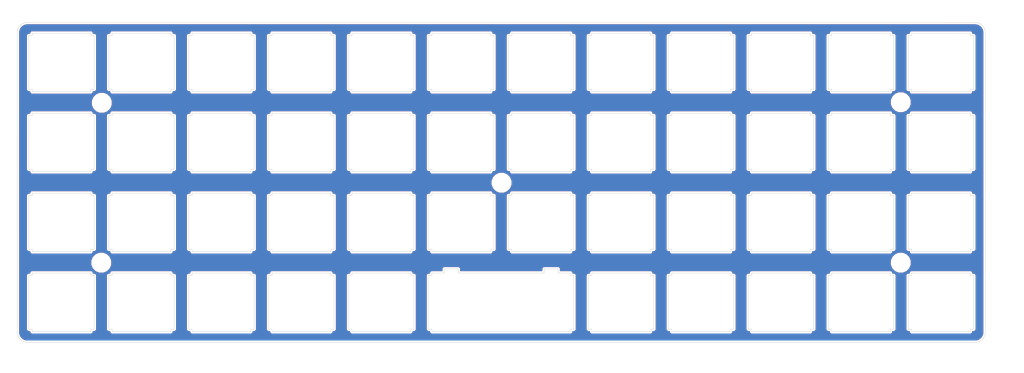
<source format=kicad_pcb>
(kicad_pcb (version 4) (host pcbnew 4.0.7)

  (general
    (links 1)
    (no_connects 1)
    (area 31.75 62.3748 279.5792 150.812501)
    (thickness 1.6)
    (drawings 5)
    (tracks 0)
    (zones 0)
    (modules 6)
    (nets 2)
  )

  (page A4)
  (layers
    (0 F.Cu signal)
    (31 B.Cu signal)
    (32 B.Adhes user)
    (33 F.Adhes user)
    (34 B.Paste user)
    (35 F.Paste user)
    (36 B.SilkS user)
    (37 F.SilkS user)
    (38 B.Mask user)
    (39 F.Mask user)
    (40 Dwgs.User user)
    (41 Cmts.User user)
    (42 Eco1.User user)
    (43 Eco2.User user)
    (44 Edge.Cuts user)
    (45 Margin user)
    (46 B.CrtYd user)
    (47 F.CrtYd user)
    (48 B.Fab user)
    (49 F.Fab user)
  )

  (setup
    (last_trace_width 0.25)
    (trace_clearance 0.2)
    (zone_clearance 0.381)
    (zone_45_only no)
    (trace_min 0.2)
    (segment_width 0.2)
    (edge_width 0.15)
    (via_size 0.6)
    (via_drill 0.4)
    (via_min_size 0.4)
    (via_min_drill 0.3)
    (uvia_size 0.3)
    (uvia_drill 0.1)
    (uvias_allowed no)
    (uvia_min_size 0.2)
    (uvia_min_drill 0.1)
    (pcb_text_width 0.3)
    (pcb_text_size 1.5 1.5)
    (mod_edge_width 0.15)
    (mod_text_size 1 1)
    (mod_text_width 0.15)
    (pad_size 1.524 1.524)
    (pad_drill 0.762)
    (pad_to_mask_clearance 0.2)
    (aux_axis_origin 0 0)
    (visible_elements 7FFFFFFF)
    (pcbplotparams
      (layerselection 0x010f0_80000001)
      (usegerberextensions true)
      (usegerberattributes true)
      (excludeedgelayer true)
      (linewidth 0.100000)
      (plotframeref false)
      (viasonmask false)
      (mode 1)
      (useauxorigin false)
      (hpglpennumber 1)
      (hpglpenspeed 20)
      (hpglpendiameter 15)
      (hpglpenoverlay 2)
      (psnegative false)
      (psa4output false)
      (plotreference true)
      (plotvalue true)
      (plotinvisibletext false)
      (padsonsilk false)
      (subtractmaskfromsilk false)
      (outputformat 1)
      (mirror false)
      (drillshape 0)
      (scaleselection 1)
      (outputdirectory Gerbers))
  )

  (net 0 "")
  (net 1 GND)

  (net_class Default "This is the default net class."
    (clearance 0.2)
    (trace_width 0.25)
    (via_dia 0.6)
    (via_drill 0.4)
    (uvia_dia 0.3)
    (uvia_drill 0.1)
    (add_net GND)
  )

  (module locallib:hole4mm (layer F.Cu) (tedit 5A2DD0A1) (tstamp 5A2DD36D)
    (at 56.007 86.36)
    (fp_text reference REF** (at 0 3.81) (layer Dwgs.User)
      (effects (font (size 1 1) (thickness 0.15)))
    )
    (fp_text value hole (at 0 -3.81) (layer Dwgs.User)
      (effects (font (size 1 1) (thickness 0.15)))
    )
    (pad "" np_thru_hole circle (at 0 0) (size 4 4) (drill 4) (layers *.Cu *.Mask))
  )

  (module locallib:Outline (layer F.Cu) (tedit 5A2DCE89) (tstamp 5A2DD669)
    (at 151.003 105.41)
    (path /5A2DCEAC)
    (fp_text reference p1 (at 0 15.24) (layer Dwgs.User)
      (effects (font (size 1 1) (thickness 0.15)))
    )
    (fp_text value Plate (at 0 -8.89) (layer Dwgs.User)
      (effects (font (size 1 1) (thickness 0.15)))
    )
    (fp_line (start 20.955 -35.052) (end 20.955 -22.2514) (layer Edge.Cuts) (width 0.1))
    (fp_line (start 2.705 -21.6521) (end 16.705 -21.6521) (layer Edge.Cuts) (width 0.1))
    (fp_line (start 40.806 -22.2514) (end 40.806 -21.6521) (layer Edge.Cuts) (width 0.1))
    (fp_line (start 59.856 -21.6521) (end 73.855 -21.6521) (layer Edge.Cuts) (width 0.1))
    (fp_line (start 54.805 -35.052) (end 54.805 -35.6514) (layer Edge.Cuts) (width 0.1))
    (fp_line (start -2.346 -35.052) (end -2.346 -35.6514) (layer Edge.Cuts) (width 0.1))
    (fp_line (start 35.755 -35.6514) (end 21.756 -35.6514) (layer Edge.Cuts) (width 0.1))
    (fp_line (start -16.3452 -22.2514) (end -16.3452 -21.6521) (layer Edge.Cuts) (width 0.1))
    (fp_line (start 36.556 -35.052) (end 35.755 -35.052) (layer Edge.Cuts) (width 0.1))
    (fp_line (start 73.855 -21.6521) (end 73.855 -22.2514) (layer Edge.Cuts) (width 0.1))
    (fp_line (start 73.855 -22.2514) (end 74.656 -22.2514) (layer Edge.Cuts) (width 0.1))
    (fp_line (start 55.606 -35.052) (end 54.805 -35.052) (layer Edge.Cuts) (width 0.1))
    (fp_line (start 35.755 -21.6521) (end 35.755 -22.2514) (layer Edge.Cuts) (width 0.1))
    (fp_line (start -2.346 -21.6521) (end -2.346 -22.2514) (layer Edge.Cuts) (width 0.1))
    (fp_line (start 1.904 -35.052) (end 1.904 -22.2514) (layer Edge.Cuts) (width 0.1))
    (fp_line (start 20.955 -22.2514) (end 21.756 -22.2514) (layer Edge.Cuts) (width 0.1))
    (fp_line (start 40.806 -35.6514) (end 40.806 -35.052) (layer Edge.Cuts) (width 0.1))
    (fp_line (start -2.346 -35.6514) (end -16.3452 -35.6514) (layer Edge.Cuts) (width 0.1))
    (fp_line (start 74.656 -22.2514) (end 74.656 -35.052) (layer Edge.Cuts) (width 0.1))
    (fp_line (start 16.705 -21.6521) (end 16.705 -22.2514) (layer Edge.Cuts) (width 0.1))
    (fp_line (start -1.545 -35.052) (end -2.346 -35.052) (layer Edge.Cuts) (width 0.1))
    (fp_line (start 54.805 -35.6514) (end 40.806 -35.6514) (layer Edge.Cuts) (width 0.1))
    (fp_line (start 59.856 -35.6514) (end 59.856 -35.052) (layer Edge.Cuts) (width 0.1))
    (fp_line (start 78.906 -35.6514) (end 78.906 -35.052) (layer Edge.Cuts) (width 0.1))
    (fp_line (start 78.105 -35.052) (end 78.105 -22.2514) (layer Edge.Cuts) (width 0.1))
    (fp_line (start 59.055 -35.052) (end 59.055 -22.2514) (layer Edge.Cuts) (width 0.1))
    (fp_line (start 78.105 -22.2514) (end 78.906 -22.2514) (layer Edge.Cuts) (width 0.1))
    (fp_line (start 40.005 -22.2514) (end 40.806 -22.2514) (layer Edge.Cuts) (width 0.1))
    (fp_line (start 21.756 -35.6514) (end 21.756 -35.052) (layer Edge.Cuts) (width 0.1))
    (fp_line (start 17.506 -35.052) (end 16.705 -35.052) (layer Edge.Cuts) (width 0.1))
    (fp_line (start 2.705 -35.6514) (end 2.705 -35.052) (layer Edge.Cuts) (width 0.1))
    (fp_line (start 2.705 -35.052) (end 1.904 -35.052) (layer Edge.Cuts) (width 0.1))
    (fp_line (start 16.705 -35.6514) (end 2.705 -35.6514) (layer Edge.Cuts) (width 0.1))
    (fp_line (start -17.1446 -35.052) (end -17.1446 -22.2514) (layer Edge.Cuts) (width 0.1))
    (fp_line (start 21.756 -35.052) (end 20.955 -35.052) (layer Edge.Cuts) (width 0.1))
    (fp_line (start 73.855 -35.6514) (end 59.856 -35.6514) (layer Edge.Cuts) (width 0.1))
    (fp_line (start 35.755 -35.052) (end 35.755 -35.6514) (layer Edge.Cuts) (width 0.1))
    (fp_line (start 55.606 -22.2514) (end 55.606 -35.052) (layer Edge.Cuts) (width 0.1))
    (fp_line (start -16.3452 -35.6514) (end -16.3452 -35.052) (layer Edge.Cuts) (width 0.1))
    (fp_line (start 21.756 -22.2514) (end 21.756 -21.6521) (layer Edge.Cuts) (width 0.1))
    (fp_line (start -2.346 -22.2514) (end -1.545 -22.2514) (layer Edge.Cuts) (width 0.1))
    (fp_line (start 17.506 -22.2514) (end 17.506 -35.052) (layer Edge.Cuts) (width 0.1))
    (fp_line (start -16.3452 -35.052) (end -17.1446 -35.052) (layer Edge.Cuts) (width 0.1))
    (fp_line (start 54.805 -22.2514) (end 55.606 -22.2514) (layer Edge.Cuts) (width 0.1))
    (fp_line (start 35.755 -22.2514) (end 36.556 -22.2514) (layer Edge.Cuts) (width 0.1))
    (fp_line (start 36.556 -22.2514) (end 36.556 -35.052) (layer Edge.Cuts) (width 0.1))
    (fp_line (start 40.005 -35.052) (end 40.005 -22.2514) (layer Edge.Cuts) (width 0.1))
    (fp_line (start 59.856 -35.052) (end 59.055 -35.052) (layer Edge.Cuts) (width 0.1))
    (fp_line (start 59.055 -22.2514) (end 59.856 -22.2514) (layer Edge.Cuts) (width 0.1))
    (fp_line (start 59.856 -22.2514) (end 59.856 -21.6521) (layer Edge.Cuts) (width 0.1))
    (fp_line (start 74.656 -35.052) (end 73.855 -35.052) (layer Edge.Cuts) (width 0.1))
    (fp_line (start -16.3452 -21.6521) (end -2.346 -21.6521) (layer Edge.Cuts) (width 0.1))
    (fp_line (start 16.705 -22.2514) (end 17.506 -22.2514) (layer Edge.Cuts) (width 0.1))
    (fp_line (start 73.855 -35.052) (end 73.855 -35.6514) (layer Edge.Cuts) (width 0.1))
    (fp_line (start -17.1446 -22.2514) (end -16.3452 -22.2514) (layer Edge.Cuts) (width 0.1))
    (fp_line (start 16.705 -35.052) (end 16.705 -35.6514) (layer Edge.Cuts) (width 0.1))
    (fp_line (start 21.756 -21.6521) (end 35.755 -21.6521) (layer Edge.Cuts) (width 0.1))
    (fp_line (start 40.806 -21.6521) (end 54.805 -21.6521) (layer Edge.Cuts) (width 0.1))
    (fp_line (start 54.805 -21.6521) (end 54.805 -22.2514) (layer Edge.Cuts) (width 0.1))
    (fp_line (start 40.806 -35.052) (end 40.005 -35.052) (layer Edge.Cuts) (width 0.1))
    (fp_line (start 78.906 -35.052) (end 78.105 -35.052) (layer Edge.Cuts) (width 0.1))
    (fp_line (start -1.545 -22.2514) (end -1.545 -35.052) (layer Edge.Cuts) (width 0.1))
    (fp_line (start 1.904 -22.2514) (end 2.705 -22.2514) (layer Edge.Cuts) (width 0.1))
    (fp_line (start 2.705 -22.2514) (end 2.705 -21.6521) (layer Edge.Cuts) (width 0.1))
    (fp_line (start -78.5445 -21.6521) (end -78.5445 -22.2514) (layer Edge.Cuts) (width 0.1))
    (fp_line (start -58.6937 -35.052) (end -59.4945 -35.052) (layer Edge.Cuts) (width 0.1))
    (fp_line (start -97.5944 -22.2514) (end -96.7938 -22.2514) (layer Edge.Cuts) (width 0.1))
    (fp_line (start -92.5439 -35.6514) (end -92.5439 -35.052) (layer Edge.Cuts) (width 0.1))
    (fp_line (start -78.5445 -22.2514) (end -77.7437 -22.2514) (layer Edge.Cuts) (width 0.1))
    (fp_line (start -54.4438 -21.6521) (end -40.4445 -21.6521) (layer Edge.Cuts) (width 0.1))
    (fp_line (start -40.4445 -35.6514) (end -54.4438 -35.6514) (layer Edge.Cuts) (width 0.1))
    (fp_line (start -36.1946 -22.2514) (end -35.3938 -22.2514) (layer Edge.Cuts) (width 0.1))
    (fp_line (start -20.5951 -22.2514) (end -20.5951 -35.052) (layer Edge.Cuts) (width 0.1))
    (fp_line (start -20.5951 -35.052) (end -21.3945 -35.052) (layer Edge.Cuts) (width 0.1))
    (fp_line (start -59.4945 -22.2514) (end -58.6937 -22.2514) (layer Edge.Cuts) (width 0.1))
    (fp_line (start -21.3945 -35.052) (end -21.3945 -35.6514) (layer Edge.Cuts) (width 0.1))
    (fp_line (start -74.2946 -35.052) (end -74.2946 -22.2514) (layer Edge.Cuts) (width 0.1))
    (fp_line (start -54.4438 -22.2514) (end -54.4438 -21.6521) (layer Edge.Cuts) (width 0.1))
    (fp_line (start -92.5439 -21.6521) (end -78.5445 -21.6521) (layer Edge.Cuts) (width 0.1))
    (fp_line (start -73.4938 -22.2514) (end -73.4938 -21.6521) (layer Edge.Cuts) (width 0.1))
    (fp_line (start -40.4445 -22.2514) (end -39.6437 -22.2514) (layer Edge.Cuts) (width 0.1))
    (fp_line (start -73.4938 -35.6514) (end -73.4938 -35.052) (layer Edge.Cuts) (width 0.1))
    (fp_line (start -39.6437 -35.052) (end -40.4445 -35.052) (layer Edge.Cuts) (width 0.1))
    (fp_line (start -54.4438 -35.052) (end -55.2446 -35.052) (layer Edge.Cuts) (width 0.1))
    (fp_line (start -112.39453 -35.052) (end -112.39453 -22.2514) (layer Edge.Cuts) (width 0.1))
    (fp_line (start -112.39453 -22.2514) (end -111.5939 -22.2514) (layer Edge.Cuts) (width 0.1))
    (fp_line (start -97.5944 -21.6521) (end -97.5944 -22.2514) (layer Edge.Cuts) (width 0.1))
    (fp_line (start -55.2446 -22.2514) (end -54.4438 -22.2514) (layer Edge.Cuts) (width 0.1))
    (fp_line (start -58.6937 -22.2514) (end -58.6937 -35.052) (layer Edge.Cuts) (width 0.1))
    (fp_line (start -40.4445 -21.6521) (end -40.4445 -22.2514) (layer Edge.Cuts) (width 0.1))
    (fp_line (start -93.3445 -22.2514) (end -92.5439 -22.2514) (layer Edge.Cuts) (width 0.1))
    (fp_line (start -92.5439 -35.052) (end -93.3445 -35.052) (layer Edge.Cuts) (width 0.1))
    (fp_line (start -59.4945 -35.052) (end -59.4945 -35.6514) (layer Edge.Cuts) (width 0.1))
    (fp_line (start -35.3938 -35.6514) (end -35.3938 -35.052) (layer Edge.Cuts) (width 0.1))
    (fp_line (start 111.955 -16.6014) (end 97.956 -16.6014) (layer Edge.Cuts) (width 0.1))
    (fp_line (start -96.7938 -35.052) (end -97.5944 -35.052) (layer Edge.Cuts) (width 0.1))
    (fp_line (start -35.3938 -22.2514) (end -35.3938 -21.6521) (layer Edge.Cuts) (width 0.1))
    (fp_line (start -21.3945 -35.6514) (end -35.3938 -35.6514) (layer Edge.Cuts) (width 0.1))
    (fp_line (start 112.756 -16.002) (end 111.955 -16.002) (layer Edge.Cuts) (width 0.1))
    (fp_line (start 111.955 -16.002) (end 111.955 -16.6014) (layer Edge.Cuts) (width 0.1))
    (fp_line (start -78.5445 -35.6514) (end -92.5439 -35.6514) (layer Edge.Cuts) (width 0.1))
    (fp_line (start -97.5944 -35.052) (end -97.5944 -35.6514) (layer Edge.Cuts) (width 0.1))
    (fp_line (start -111.5939 -22.2514) (end -111.5939 -21.6521) (layer Edge.Cuts) (width 0.1))
    (fp_line (start -74.2946 -22.2514) (end -73.4938 -22.2514) (layer Edge.Cuts) (width 0.1))
    (fp_line (start -77.7437 -35.052) (end -78.5445 -35.052) (layer Edge.Cuts) (width 0.1))
    (fp_line (start -59.4945 -21.6521) (end -59.4945 -22.2514) (layer Edge.Cuts) (width 0.1))
    (fp_line (start -59.4945 -35.6514) (end -73.4938 -35.6514) (layer Edge.Cuts) (width 0.1))
    (fp_line (start -54.4438 -35.6514) (end -54.4438 -35.052) (layer Edge.Cuts) (width 0.1))
    (fp_line (start -111.5939 -21.6521) (end -97.5944 -21.6521) (layer Edge.Cuts) (width 0.1))
    (fp_line (start -97.5944 -35.6514) (end -111.5939 -35.6514) (layer Edge.Cuts) (width 0.1))
    (fp_line (start -93.3445 -35.052) (end -93.3445 -22.2514) (layer Edge.Cuts) (width 0.1))
    (fp_line (start -111.5939 -35.052) (end -112.39453 -35.052) (layer Edge.Cuts) (width 0.1))
    (fp_line (start -73.4938 -35.052) (end -74.2946 -35.052) (layer Edge.Cuts) (width 0.1))
    (fp_line (start -78.5445 -35.052) (end -78.5445 -35.6514) (layer Edge.Cuts) (width 0.1))
    (fp_line (start -55.2446 -35.052) (end -55.2446 -22.2514) (layer Edge.Cuts) (width 0.1))
    (fp_line (start -39.6437 -22.2514) (end -39.6437 -35.052) (layer Edge.Cuts) (width 0.1))
    (fp_line (start -40.4445 -35.052) (end -40.4445 -35.6514) (layer Edge.Cuts) (width 0.1))
    (fp_line (start -73.4938 -21.6521) (end -59.4945 -21.6521) (layer Edge.Cuts) (width 0.1))
    (fp_line (start -111.5939 -35.6514) (end -111.5939 -35.052) (layer Edge.Cuts) (width 0.1))
    (fp_line (start -96.7938 -22.2514) (end -96.7938 -35.052) (layer Edge.Cuts) (width 0.1))
    (fp_line (start -35.3938 -35.052) (end -36.1946 -35.052) (layer Edge.Cuts) (width 0.1))
    (fp_line (start -36.1946 -35.052) (end -36.1946 -22.2514) (layer Edge.Cuts) (width 0.1))
    (fp_line (start -35.3938 -21.6521) (end -21.3945 -21.6521) (layer Edge.Cuts) (width 0.1))
    (fp_line (start -21.3945 -21.6521) (end -21.3945 -22.2514) (layer Edge.Cuts) (width 0.1))
    (fp_line (start -92.5439 -22.2514) (end -92.5439 -21.6521) (layer Edge.Cuts) (width 0.1))
    (fp_line (start -77.7437 -22.2514) (end -77.7437 -35.052) (layer Edge.Cuts) (width 0.1))
    (fp_line (start -21.3945 -22.2514) (end -20.5951 -22.2514) (layer Edge.Cuts) (width 0.1))
    (fp_line (start 97.956 -35.052) (end 97.155 -35.052) (layer Edge.Cuts) (width 0.1))
    (fp_line (start 111.955 -22.2514) (end 112.756 -22.2514) (layer Edge.Cuts) (width 0.1))
    (fp_line (start 93.706 -22.2514) (end 93.706 -35.052) (layer Edge.Cuts) (width 0.1))
    (fp_line (start 78.906 -22.2514) (end 78.906 -21.6521) (layer Edge.Cuts) (width 0.1))
    (fp_line (start 92.905 -21.6521) (end 92.905 -22.2514) (layer Edge.Cuts) (width 0.1))
    (fp_line (start 111.955 -21.6521) (end 111.955 -22.2514) (layer Edge.Cuts) (width 0.1))
    (fp_line (start 93.706 -35.052) (end 92.905 -35.052) (layer Edge.Cuts) (width 0.1))
    (fp_line (start 112.756 -35.052) (end 111.955 -35.052) (layer Edge.Cuts) (width 0.1))
    (fp_line (start 112.756 -22.2514) (end 112.756 -35.052) (layer Edge.Cuts) (width 0.1))
    (fp_line (start 111.955 -35.6514) (end 97.956 -35.6514) (layer Edge.Cuts) (width 0.1))
    (fp_line (start 97.956 -35.6514) (end 97.956 -35.052) (layer Edge.Cuts) (width 0.1))
    (fp_line (start 92.905 -22.2514) (end 93.706 -22.2514) (layer Edge.Cuts) (width 0.1))
    (fp_line (start 97.956 -21.6521) (end 111.955 -21.6521) (layer Edge.Cuts) (width 0.1))
    (fp_line (start 97.956 -22.2514) (end 97.956 -21.6521) (layer Edge.Cuts) (width 0.1))
    (fp_line (start 111.955 -35.052) (end 111.955 -35.6514) (layer Edge.Cuts) (width 0.1))
    (fp_line (start 92.905 -35.6514) (end 78.906 -35.6514) (layer Edge.Cuts) (width 0.1))
    (fp_line (start 78.906 -21.6521) (end 92.905 -21.6521) (layer Edge.Cuts) (width 0.1))
    (fp_line (start 97.155 -35.052) (end 97.155 -22.2514) (layer Edge.Cuts) (width 0.1))
    (fp_line (start 97.155 -22.2514) (end 97.956 -22.2514) (layer Edge.Cuts) (width 0.1))
    (fp_line (start 92.905 -35.052) (end 92.905 -35.6514) (layer Edge.Cuts) (width 0.1))
    (fp_line (start 35.755 34.89858) (end 36.556 34.89858) (layer Edge.Cuts) (width 0.1))
    (fp_line (start 21.756 22.098) (end 20.955 22.098) (layer Edge.Cuts) (width 0.1))
    (fp_line (start 36.556 34.89858) (end 36.556 22.098) (layer Edge.Cuts) (width 0.1))
    (fp_line (start 36.556 22.098) (end 35.755 22.098) (layer Edge.Cuts) (width 0.1))
    (fp_line (start 54.805 35.49803) (end 54.805 34.89858) (layer Edge.Cuts) (width 0.1))
    (fp_line (start 54.805 22.098) (end 54.805 21.4985) (layer Edge.Cuts) (width 0.1))
    (fp_line (start 59.055 34.89858) (end 59.856 34.89858) (layer Edge.Cuts) (width 0.1))
    (fp_line (start 35.755 35.49803) (end 35.755 34.89858) (layer Edge.Cuts) (width 0.1))
    (fp_line (start 73.855 35.49803) (end 73.855 34.89858) (layer Edge.Cuts) (width 0.1))
    (fp_line (start 40.005 34.89858) (end 40.806 34.89858) (layer Edge.Cuts) (width 0.1))
    (fp_line (start 55.606 34.89858) (end 55.606 22.098) (layer Edge.Cuts) (width 0.1))
    (fp_line (start 40.806 22.098) (end 40.005 22.098) (layer Edge.Cuts) (width 0.1))
    (fp_line (start 40.806 35.49803) (end 54.805 35.49803) (layer Edge.Cuts) (width 0.1))
    (fp_line (start 20.955 22.098) (end 20.955 34.89858) (layer Edge.Cuts) (width 0.1))
    (fp_line (start 21.756 34.89858) (end 21.756 35.49803) (layer Edge.Cuts) (width 0.1))
    (fp_line (start 55.606 22.098) (end 54.805 22.098) (layer Edge.Cuts) (width 0.1))
    (fp_line (start 54.805 21.4985) (end 40.806 21.4985) (layer Edge.Cuts) (width 0.1))
    (fp_line (start 59.856 21.4985) (end 59.856 22.098) (layer Edge.Cuts) (width 0.1))
    (fp_line (start 59.856 22.098) (end 59.055 22.098) (layer Edge.Cuts) (width 0.1))
    (fp_line (start 59.055 22.098) (end 59.055 34.89858) (layer Edge.Cuts) (width 0.1))
    (fp_line (start 40.806 21.4985) (end 40.806 22.098) (layer Edge.Cuts) (width 0.1))
    (fp_line (start 21.756 21.4985) (end 21.756 22.098) (layer Edge.Cuts) (width 0.1))
    (fp_line (start 20.955 34.89858) (end 21.756 34.89858) (layer Edge.Cuts) (width 0.1))
    (fp_line (start 35.755 22.098) (end 35.755 21.4985) (layer Edge.Cuts) (width 0.1))
    (fp_line (start 40.806 34.89858) (end 40.806 35.49803) (layer Edge.Cuts) (width 0.1))
    (fp_line (start 54.805 34.89858) (end 55.606 34.89858) (layer Edge.Cuts) (width 0.1))
    (fp_line (start 40.005 22.098) (end 40.005 34.89858) (layer Edge.Cuts) (width 0.1))
    (fp_line (start 35.755 21.4985) (end 21.756 21.4985) (layer Edge.Cuts) (width 0.1))
    (fp_line (start 59.856 34.89858) (end 59.856 35.49803) (layer Edge.Cuts) (width 0.1))
    (fp_line (start 21.756 35.49803) (end 35.755 35.49803) (layer Edge.Cuts) (width 0.1))
    (fp_line (start 59.856 35.49803) (end 73.855 35.49803) (layer Edge.Cuts) (width 0.1))
    (fp_line (start 78.906 34.89858) (end 78.906 35.49803) (layer Edge.Cuts) (width 0.1))
    (fp_line (start 73.855 22.098) (end 73.855 21.4985) (layer Edge.Cuts) (width 0.1))
    (fp_line (start 78.906 35.49803) (end 92.905 35.49803) (layer Edge.Cuts) (width 0.1))
    (fp_line (start 92.905 35.49803) (end 92.905 34.89858) (layer Edge.Cuts) (width 0.1))
    (fp_line (start 97.155 34.89858) (end 97.956 34.89858) (layer Edge.Cuts) (width 0.1))
    (fp_line (start 111.955 34.89858) (end 112.756 34.89858) (layer Edge.Cuts) (width 0.1))
    (fp_line (start -111.5939 2.4486) (end -111.5939 3.048) (layer Edge.Cuts) (width 0.1))
    (fp_line (start 78.105 34.89858) (end 78.906 34.89858) (layer Edge.Cuts) (width 0.1))
    (fp_line (start -111.5939 3.048) (end -112.39453 3.048) (layer Edge.Cuts) (width 0.1))
    (fp_line (start 97.956 21.4985) (end 97.956 22.098) (layer Edge.Cuts) (width 0.1))
    (fp_line (start 97.956 35.49803) (end 111.955 35.49803) (layer Edge.Cuts) (width 0.1))
    (fp_line (start 92.905 22.098) (end 92.905 21.4985) (layer Edge.Cuts) (width 0.1))
    (fp_line (start 97.155 22.098) (end 97.155 34.89858) (layer Edge.Cuts) (width 0.1))
    (fp_line (start 73.855 21.4985) (end 59.856 21.4985) (layer Edge.Cuts) (width 0.1))
    (fp_line (start 78.906 22.098) (end 78.105 22.098) (layer Edge.Cuts) (width 0.1))
    (fp_line (start 73.855 34.89858) (end 74.656 34.89858) (layer Edge.Cuts) (width 0.1))
    (fp_line (start 111.955 35.49803) (end 111.955 34.89858) (layer Edge.Cuts) (width 0.1))
    (fp_line (start 112.756 34.89858) (end 112.756 22.098) (layer Edge.Cuts) (width 0.1))
    (fp_line (start 74.656 34.89858) (end 74.656 22.098) (layer Edge.Cuts) (width 0.1))
    (fp_line (start 112.756 22.098) (end 111.955 22.098) (layer Edge.Cuts) (width 0.1))
    (fp_line (start 93.706 22.098) (end 92.905 22.098) (layer Edge.Cuts) (width 0.1))
    (fp_line (start 74.656 22.098) (end 73.855 22.098) (layer Edge.Cuts) (width 0.1))
    (fp_line (start 78.906 21.4985) (end 78.906 22.098) (layer Edge.Cuts) (width 0.1))
    (fp_line (start 92.905 34.89858) (end 93.706 34.89858) (layer Edge.Cuts) (width 0.1))
    (fp_line (start 97.956 22.098) (end 97.155 22.098) (layer Edge.Cuts) (width 0.1))
    (fp_line (start 97.956 34.89858) (end 97.956 35.49803) (layer Edge.Cuts) (width 0.1))
    (fp_line (start 92.905 21.4985) (end 78.906 21.4985) (layer Edge.Cuts) (width 0.1))
    (fp_line (start 93.706 34.89858) (end 93.706 22.098) (layer Edge.Cuts) (width 0.1))
    (fp_line (start 111.955 22.098) (end 111.955 21.4985) (layer Edge.Cuts) (width 0.1))
    (fp_line (start 78.105 22.098) (end 78.105 34.89858) (layer Edge.Cuts) (width 0.1))
    (fp_line (start 111.955 21.4985) (end 97.956 21.4985) (layer Edge.Cuts) (width 0.1))
    (fp_line (start 113.288 38.017084) (end 113.102 38.023974) (layer Edge.Cuts) (width 0.1))
    (fp_line (start -114.13775 37.569219) (end -114.285203 37.453466) (layer Edge.Cuts) (width 0.1))
    (fp_line (start -114.66554 37.04281) (end -114.768893 36.88709) (layer Edge.Cuts) (width 0.1))
    (fp_line (start -115.054148 36.19945) (end -115.089976 36.01617) (layer Edge.Cuts) (width 0.1))
    (fp_line (start -115.120293 35.6441) (end -115.118915 -35.796) (layer Edge.Cuts) (width 0.1))
    (fp_line (start -115.089976 -36.1696) (end -115.054148 -36.353) (layer Edge.Cuts) (width 0.1))
    (fp_line (start -113.64993 37.842073) (end -113.8208 37.764902) (layer Edge.Cuts) (width 0.1))
    (fp_line (start -114.421629 37.326685) (end -114.549786 37.190262) (layer Edge.Cuts) (width 0.1))
    (fp_line (start -113.29577 37.959206) (end -113.47491 37.908218) (layer Edge.Cuts) (width 0.1))
    (fp_line (start -113.98341 37.673952) (end -114.13775 37.569219) (layer Edge.Cuts) (width 0.1))
    (fp_line (start -114.549786 37.190262) (end -114.66554 37.04281) (layer Edge.Cuts) (width 0.1))
    (fp_line (start -114.938392 36.55498) (end -115.00316 36.37997) (layer Edge.Cuts) (width 0.1))
    (fp_line (start -115.00316 36.37997) (end -115.054148 36.19945) (layer Edge.Cuts) (width 0.1))
    (fp_line (start -114.768893 36.88709) (end -114.859843 36.72448) (layer Edge.Cuts) (width 0.1))
    (fp_line (start -114.859843 36.72448) (end -114.938392 36.55498) (layer Edge.Cuts) (width 0.1))
    (fp_line (start -115.089976 36.01617) (end -115.112025 35.83014) (layer Edge.Cuts) (width 0.1))
    (fp_line (start -115.112025 -35.9837) (end -115.089976 -36.1696) (layer Edge.Cuts) (width 0.1))
    (fp_line (start -113.11249 37.995035) (end -113.29577 37.959206) (layer Edge.Cuts) (width 0.1))
    (fp_line (start -113.8208 37.764902) (end -113.98341 37.673952) (layer Edge.Cuts) (width 0.1))
    (fp_line (start -115.118915 -35.796) (end -115.112025 -35.9837) (layer Edge.Cuts) (width 0.1))
    (fp_line (start -112.73904 38.023974) (end -112.92645 38.017084) (layer Edge.Cuts) (width 0.1))
    (fp_line (start -115.00316 -36.5319) (end -114.938392 -36.7072) (layer Edge.Cuts) (width 0.1))
    (fp_line (start -114.285203 37.453466) (end -114.421629 37.326685) (layer Edge.Cuts) (width 0.1))
    (fp_line (start -113.47491 37.908218) (end -113.64993 37.842073) (layer Edge.Cuts) (width 0.1))
    (fp_line (start -112.92645 38.017084) (end -113.11249 37.995035) (layer Edge.Cuts) (width 0.1))
    (fp_line (start -114.938392 -36.7072) (end -114.859843 -36.878) (layer Edge.Cuts) (width 0.1))
    (fp_line (start -115.054148 -36.353) (end -115.00316 -36.5319) (layer Edge.Cuts) (width 0.1))
    (fp_line (start -114.859843 -36.878) (end -114.768893 -37.0406) (layer Edge.Cuts) (width 0.1))
    (fp_line (start -115.112025 35.83014) (end -115.120293 35.6441) (layer Edge.Cuts) (width 0.1))
    (fp_line (start -114.768893 -37.0406) (end -114.66554 -37.1948) (layer Edge.Cuts) (width 0.1))
    (fp_line (start 113.102 38.023974) (end -112.73904 38.023974) (layer Edge.Cuts) (width 0.1))
    (fp_line (start 59.856 2.4486) (end 59.856 3.048) (layer Edge.Cuts) (width 0.1))
    (fp_line (start 97.956 15.8486) (end 97.956 16.448) (layer Edge.Cuts) (width 0.1))
    (fp_line (start 97.956 16.448) (end 111.955 16.448) (layer Edge.Cuts) (width 0.1))
    (fp_line (start 78.906 2.4486) (end 78.906 3.048) (layer Edge.Cuts) (width 0.1))
    (fp_line (start 111.955 16.448) (end 111.955 15.8486) (layer Edge.Cuts) (width 0.1))
    (fp_line (start -112.39453 -3.2014) (end -111.5939 -3.2014) (layer Edge.Cuts) (width 0.1))
    (fp_line (start 92.905 2.4486) (end 78.906 2.4486) (layer Edge.Cuts) (width 0.1))
    (fp_line (start -97.5944 -2.6021) (end -97.5944 -3.2014) (layer Edge.Cuts) (width 0.1))
    (fp_line (start 40.806 16.448) (end 54.805 16.448) (layer Edge.Cuts) (width 0.1))
    (fp_line (start 55.606 15.8486) (end 55.606 3.048) (layer Edge.Cuts) (width 0.1))
    (fp_line (start 78.906 16.448) (end 92.905 16.448) (layer Edge.Cuts) (width 0.1))
    (fp_line (start 54.805 3.048) (end 54.805 2.4486) (layer Edge.Cuts) (width 0.1))
    (fp_line (start 59.856 3.048) (end 59.055 3.048) (layer Edge.Cuts) (width 0.1))
    (fp_line (start -97.5944 -16.6014) (end -111.5939 -16.6014) (layer Edge.Cuts) (width 0.1))
    (fp_line (start 40.005 3.048) (end 40.005 15.8486) (layer Edge.Cuts) (width 0.1))
    (fp_line (start 92.905 15.8486) (end 93.706 15.8486) (layer Edge.Cuts) (width 0.1))
    (fp_line (start 97.155 15.8486) (end 97.956 15.8486) (layer Edge.Cuts) (width 0.1))
    (fp_line (start 54.805 15.8486) (end 55.606 15.8486) (layer Edge.Cuts) (width 0.1))
    (fp_line (start 40.806 15.8486) (end 40.806 16.448) (layer Edge.Cuts) (width 0.1))
    (fp_line (start 97.956 2.4486) (end 97.956 3.048) (layer Edge.Cuts) (width 0.1))
    (fp_line (start 92.905 3.048) (end 92.905 2.4486) (layer Edge.Cuts) (width 0.1))
    (fp_line (start 59.856 16.448) (end 73.855 16.448) (layer Edge.Cuts) (width 0.1))
    (fp_line (start -111.5939 -3.2014) (end -111.5939 -2.6021) (layer Edge.Cuts) (width 0.1))
    (fp_line (start 111.955 15.8486) (end 112.756 15.8486) (layer Edge.Cuts) (width 0.1))
    (fp_line (start -97.5944 -3.2014) (end -96.7938 -3.2014) (layer Edge.Cuts) (width 0.1))
    (fp_line (start -97.5944 -16.002) (end -97.5944 -16.6014) (layer Edge.Cuts) (width 0.1))
    (fp_line (start -92.5439 -16.6014) (end -92.5439 -16.002) (layer Edge.Cuts) (width 0.1))
    (fp_line (start -92.5439 -16.002) (end -93.3445 -16.002) (layer Edge.Cuts) (width 0.1))
    (fp_line (start -93.3445 -16.002) (end -93.3445 -3.2014) (layer Edge.Cuts) (width 0.1))
    (fp_line (start 59.055 15.8486) (end 59.856 15.8486) (layer Edge.Cuts) (width 0.1))
    (fp_line (start 78.105 15.8486) (end 78.906 15.8486) (layer Edge.Cuts) (width 0.1))
    (fp_line (start 55.606 3.048) (end 54.805 3.048) (layer Edge.Cuts) (width 0.1))
    (fp_line (start 78.906 15.8486) (end 78.906 16.448) (layer Edge.Cuts) (width 0.1))
    (fp_line (start 40.806 2.4486) (end 40.806 3.048) (layer Edge.Cuts) (width 0.1))
    (fp_line (start 40.806 3.048) (end 40.005 3.048) (layer Edge.Cuts) (width 0.1))
    (fp_line (start 73.855 16.448) (end 73.855 15.8486) (layer Edge.Cuts) (width 0.1))
    (fp_line (start 74.656 15.8486) (end 74.656 3.048) (layer Edge.Cuts) (width 0.1))
    (fp_line (start 40.005 15.8486) (end 40.806 15.8486) (layer Edge.Cuts) (width 0.1))
    (fp_line (start 73.855 3.048) (end 73.855 2.4486) (layer Edge.Cuts) (width 0.1))
    (fp_line (start 78.906 3.048) (end 78.105 3.048) (layer Edge.Cuts) (width 0.1))
    (fp_line (start 93.706 15.8486) (end 93.706 3.048) (layer Edge.Cuts) (width 0.1))
    (fp_line (start 73.855 15.8486) (end 74.656 15.8486) (layer Edge.Cuts) (width 0.1))
    (fp_line (start 78.105 3.048) (end 78.105 15.8486) (layer Edge.Cuts) (width 0.1))
    (fp_line (start 97.956 3.048) (end 97.155 3.048) (layer Edge.Cuts) (width 0.1))
    (fp_line (start 54.805 2.4486) (end 40.806 2.4486) (layer Edge.Cuts) (width 0.1))
    (fp_line (start 73.855 2.4486) (end 59.856 2.4486) (layer Edge.Cuts) (width 0.1))
    (fp_line (start 92.905 16.448) (end 92.905 15.8486) (layer Edge.Cuts) (width 0.1))
    (fp_line (start 97.155 3.048) (end 97.155 15.8486) (layer Edge.Cuts) (width 0.1))
    (fp_line (start 112.756 3.048) (end 111.955 3.048) (layer Edge.Cuts) (width 0.1))
    (fp_line (start 59.055 3.048) (end 59.055 15.8486) (layer Edge.Cuts) (width 0.1))
    (fp_line (start 111.955 3.048) (end 111.955 2.4486) (layer Edge.Cuts) (width 0.1))
    (fp_line (start -111.5939 -16.6014) (end -111.5939 -16.002) (layer Edge.Cuts) (width 0.1))
    (fp_line (start -111.5939 -16.002) (end -112.39453 -16.002) (layer Edge.Cuts) (width 0.1))
    (fp_line (start -112.39453 -16.002) (end -112.39453 -3.2014) (layer Edge.Cuts) (width 0.1))
    (fp_line (start -111.5939 -2.6021) (end -97.5944 -2.6021) (layer Edge.Cuts) (width 0.1))
    (fp_line (start -96.7938 -16.002) (end -97.5944 -16.002) (layer Edge.Cuts) (width 0.1))
    (fp_line (start 112.756 15.8486) (end 112.756 3.048) (layer Edge.Cuts) (width 0.1))
    (fp_line (start -96.7938 -3.2014) (end -96.7938 -16.002) (layer Edge.Cuts) (width 0.1))
    (fp_line (start 74.656 3.048) (end 73.855 3.048) (layer Edge.Cuts) (width 0.1))
    (fp_line (start 111.955 2.4486) (end 97.956 2.4486) (layer Edge.Cuts) (width 0.1))
    (fp_line (start 59.856 15.8486) (end 59.856 16.448) (layer Edge.Cuts) (width 0.1))
    (fp_line (start 54.805 16.448) (end 54.805 15.8486) (layer Edge.Cuts) (width 0.1))
    (fp_line (start 93.706 3.048) (end 92.905 3.048) (layer Edge.Cuts) (width 0.1))
    (fp_line (start -21.3945 35.49803) (end -21.3945 34.89858) (layer Edge.Cuts) (width 0.1))
    (fp_line (start -21.3945 34.89858) (end -20.5951 34.89858) (layer Edge.Cuts) (width 0.1))
    (fp_line (start -20.5951 34.89858) (end -20.5951 22.098) (layer Edge.Cuts) (width 0.1))
    (fp_line (start -17.1446 34.89858) (end -16.3452 34.89858) (layer Edge.Cuts) (width 0.1))
    (fp_line (start 16.705 34.89858) (end 17.506 34.89858) (layer Edge.Cuts) (width 0.1))
    (fp_line (start 13.731 21.4985) (end 13.731 20.5284) (layer Edge.Cuts) (width 0.1))
    (fp_line (start 10.431 21.4985) (end -10.07 21.4985) (layer Edge.Cuts) (width 0.1))
    (fp_line (start -35.3938 35.49803) (end -21.3945 35.49803) (layer Edge.Cuts) (width 0.1))
    (fp_line (start -16.3452 21.4985) (end -16.3452 22.098) (layer Edge.Cuts) (width 0.1))
    (fp_line (start -16.3452 35.49803) (end 16.705 35.49803) (layer Edge.Cuts) (width 0.1))
    (fp_line (start -13.369 20.5284) (end -13.369 21.4985) (layer Edge.Cuts) (width 0.1))
    (fp_line (start -17.1446 22.098) (end -17.1446 34.89858) (layer Edge.Cuts) (width 0.1))
    (fp_line (start 16.705 35.49803) (end 16.705 34.89858) (layer Edge.Cuts) (width 0.1))
    (fp_line (start -35.3938 22.098) (end -36.1946 22.098) (layer Edge.Cuts) (width 0.1))
    (fp_line (start -36.1946 34.89858) (end -35.3938 34.89858) (layer Edge.Cuts) (width 0.1))
    (fp_line (start 17.506 34.89858) (end 17.506 22.098) (layer Edge.Cuts) (width 0.1))
    (fp_line (start 17.506 22.098) (end 16.705 22.098) (layer Edge.Cuts) (width 0.1))
    (fp_line (start 16.705 22.098) (end 16.705 21.4985) (layer Edge.Cuts) (width 0.1))
    (fp_line (start 16.705 21.4985) (end 13.731 21.4985) (layer Edge.Cuts) (width 0.1))
    (fp_line (start -21.3945 21.4985) (end -35.3938 21.4985) (layer Edge.Cuts) (width 0.1))
    (fp_line (start -16.3452 22.098) (end -17.1446 22.098) (layer Edge.Cuts) (width 0.1))
    (fp_line (start 13.731 20.5284) (end 10.43 20.5284) (layer Edge.Cuts) (width 0.1))
    (fp_line (start -36.1946 22.098) (end -36.1946 34.89858) (layer Edge.Cuts) (width 0.1))
    (fp_line (start -20.5951 22.098) (end -21.3945 22.098) (layer Edge.Cuts) (width 0.1))
    (fp_line (start -16.3452 34.89858) (end -16.3452 35.49803) (layer Edge.Cuts) (width 0.1))
    (fp_line (start -13.369 21.4985) (end -16.3452 21.4985) (layer Edge.Cuts) (width 0.1))
    (fp_line (start -21.3945 22.098) (end -21.3945 21.4985) (layer Edge.Cuts) (width 0.1))
    (fp_line (start -10.07 21.4985) (end -10.07 20.5284) (layer Edge.Cuts) (width 0.1))
    (fp_line (start -10.07 20.5284) (end -13.369 20.5284) (layer Edge.Cuts) (width 0.1))
    (fp_line (start -35.3938 34.89858) (end -35.3938 35.49803) (layer Edge.Cuts) (width 0.1))
    (fp_line (start 10.43 20.5284) (end 10.431 21.4985) (layer Edge.Cuts) (width 0.1))
    (fp_line (start -77.7437 22.098) (end -78.5445 22.098) (layer Edge.Cuts) (width 0.1))
    (fp_line (start -78.5445 22.098) (end -78.5445 21.4985) (layer Edge.Cuts) (width 0.1))
    (fp_line (start -78.5445 21.4985) (end -92.5439 21.4985) (layer Edge.Cuts) (width 0.1))
    (fp_line (start -58.6937 34.89858) (end -58.6937 22.098) (layer Edge.Cuts) (width 0.1))
    (fp_line (start -54.4438 21.4985) (end -54.4438 22.098) (layer Edge.Cuts) (width 0.1))
    (fp_line (start -54.4438 35.49803) (end -40.4445 35.49803) (layer Edge.Cuts) (width 0.1))
    (fp_line (start -39.6437 34.89858) (end -39.6437 22.098) (layer Edge.Cuts) (width 0.1))
    (fp_line (start -77.7437 34.89858) (end -77.7437 22.098) (layer Edge.Cuts) (width 0.1))
    (fp_line (start -73.4938 35.49803) (end -59.4945 35.49803) (layer Edge.Cuts) (width 0.1))
    (fp_line (start -59.4945 22.098) (end -59.4945 21.4985) (layer Edge.Cuts) (width 0.1))
    (fp_line (start -74.2946 34.89858) (end -73.4938 34.89858) (layer Edge.Cuts) (width 0.1))
    (fp_line (start -59.4945 34.89858) (end -58.6937 34.89858) (layer Edge.Cuts) (width 0.1))
    (fp_line (start -59.4945 21.4985) (end -73.4938 21.4985) (layer Edge.Cuts) (width 0.1))
    (fp_line (start -78.5445 35.49803) (end -78.5445 34.89858) (layer Edge.Cuts) (width 0.1))
    (fp_line (start -55.2446 34.89858) (end -54.4438 34.89858) (layer Edge.Cuts) (width 0.1))
    (fp_line (start -54.4438 22.098) (end -55.2446 22.098) (layer Edge.Cuts) (width 0.1))
    (fp_line (start -55.2446 22.098) (end -55.2446 34.89858) (layer Edge.Cuts) (width 0.1))
    (fp_line (start -54.4438 34.89858) (end -54.4438 35.49803) (layer Edge.Cuts) (width 0.1))
    (fp_line (start -40.4445 35.49803) (end -40.4445 34.89858) (layer Edge.Cuts) (width 0.1))
    (fp_line (start -74.2946 22.098) (end -74.2946 34.89858) (layer Edge.Cuts) (width 0.1))
    (fp_line (start -59.4945 35.49803) (end -59.4945 34.89858) (layer Edge.Cuts) (width 0.1))
    (fp_line (start -39.6437 22.098) (end -40.4445 22.098) (layer Edge.Cuts) (width 0.1))
    (fp_line (start -73.4938 21.4985) (end -73.4938 22.098) (layer Edge.Cuts) (width 0.1))
    (fp_line (start -40.4445 21.4985) (end -54.4438 21.4985) (layer Edge.Cuts) (width 0.1))
    (fp_line (start -58.6937 22.098) (end -59.4945 22.098) (layer Edge.Cuts) (width 0.1))
    (fp_line (start -73.4938 34.89858) (end -73.4938 35.49803) (layer Edge.Cuts) (width 0.1))
    (fp_line (start -73.4938 22.098) (end -74.2946 22.098) (layer Edge.Cuts) (width 0.1))
    (fp_line (start -40.4445 22.098) (end -40.4445 21.4985) (layer Edge.Cuts) (width 0.1))
    (fp_line (start -35.3938 21.4985) (end -35.3938 22.098) (layer Edge.Cuts) (width 0.1))
    (fp_line (start -78.5445 34.89858) (end -77.7437 34.89858) (layer Edge.Cuts) (width 0.1))
    (fp_line (start -40.4445 34.89858) (end -39.6437 34.89858) (layer Edge.Cuts) (width 0.1))
    (fp_line (start -92.5439 3.048) (end -93.3445 3.048) (layer Edge.Cuts) (width 0.1))
    (fp_line (start -112.39453 3.048) (end -112.39453 15.8486) (layer Edge.Cuts) (width 0.1))
    (fp_line (start -97.5944 15.8486) (end -96.7938 15.8486) (layer Edge.Cuts) (width 0.1))
    (fp_line (start -93.3445 3.048) (end -93.3445 15.8486) (layer Edge.Cuts) (width 0.1))
    (fp_line (start -93.3445 15.8486) (end -92.5439 15.8486) (layer Edge.Cuts) (width 0.1))
    (fp_line (start -73.4938 2.4486) (end -73.4938 3.048) (layer Edge.Cuts) (width 0.1))
    (fp_line (start -73.4938 15.8486) (end -73.4938 16.448) (layer Edge.Cuts) (width 0.1))
    (fp_line (start -92.5439 2.4486) (end -92.5439 3.048) (layer Edge.Cuts) (width 0.1))
    (fp_line (start -59.4945 15.8486) (end -58.6937 15.8486) (layer Edge.Cuts) (width 0.1))
    (fp_line (start -58.6937 15.8486) (end -58.6937 3.048) (layer Edge.Cuts) (width 0.1))
    (fp_line (start -77.7437 3.048) (end -78.5445 3.048) (layer Edge.Cuts) (width 0.1))
    (fp_line (start -74.2946 3.048) (end -74.2946 15.8486) (layer Edge.Cuts) (width 0.1))
    (fp_line (start -78.5445 15.8486) (end -77.7437 15.8486) (layer Edge.Cuts) (width 0.1))
    (fp_line (start -96.7938 15.8486) (end -96.7938 3.048) (layer Edge.Cuts) (width 0.1))
    (fp_line (start -97.5944 3.048) (end -97.5944 2.4486) (layer Edge.Cuts) (width 0.1))
    (fp_line (start -111.5939 15.8486) (end -111.5939 16.448) (layer Edge.Cuts) (width 0.1))
    (fp_line (start -78.5445 2.4486) (end -92.5439 2.4486) (layer Edge.Cuts) (width 0.1))
    (fp_line (start -74.2946 15.8486) (end -73.4938 15.8486) (layer Edge.Cuts) (width 0.1))
    (fp_line (start -111.5939 16.448) (end -97.5944 16.448) (layer Edge.Cuts) (width 0.1))
    (fp_line (start -73.4938 16.448) (end -59.4945 16.448) (layer Edge.Cuts) (width 0.1))
    (fp_line (start -59.4945 16.448) (end -59.4945 15.8486) (layer Edge.Cuts) (width 0.1))
    (fp_line (start -97.5944 16.448) (end -97.5944 15.8486) (layer Edge.Cuts) (width 0.1))
    (fp_line (start -96.7938 3.048) (end -97.5944 3.048) (layer Edge.Cuts) (width 0.1))
    (fp_line (start -78.5445 16.448) (end -78.5445 15.8486) (layer Edge.Cuts) (width 0.1))
    (fp_line (start -92.5439 15.8486) (end -92.5439 16.448) (layer Edge.Cuts) (width 0.1))
    (fp_line (start -78.5445 3.048) (end -78.5445 2.4486) (layer Edge.Cuts) (width 0.1))
    (fp_line (start -112.39453 15.8486) (end -111.5939 15.8486) (layer Edge.Cuts) (width 0.1))
    (fp_line (start -77.7437 15.8486) (end -77.7437 3.048) (layer Edge.Cuts) (width 0.1))
    (fp_line (start -92.5439 16.448) (end -78.5445 16.448) (layer Edge.Cuts) (width 0.1))
    (fp_line (start -97.5944 2.4486) (end -111.5939 2.4486) (layer Edge.Cuts) (width 0.1))
    (fp_line (start -73.4938 3.048) (end -74.2946 3.048) (layer Edge.Cuts) (width 0.1))
    (fp_line (start 16.705 -16.6014) (end 2.705 -16.6014) (layer Edge.Cuts) (width 0.1))
    (fp_line (start 93.706 -16.002) (end 92.905 -16.002) (layer Edge.Cuts) (width 0.1))
    (fp_line (start 92.905 -16.6014) (end 78.906 -16.6014) (layer Edge.Cuts) (width 0.1))
    (fp_line (start 40.806 -16.6014) (end 40.806 -16.002) (layer Edge.Cuts) (width 0.1))
    (fp_line (start 40.005 -16.002) (end 40.005 -3.2014) (layer Edge.Cuts) (width 0.1))
    (fp_line (start 16.705 -2.6021) (end 16.705 -3.2014) (layer Edge.Cuts) (width 0.1))
    (fp_line (start 21.756 -2.6021) (end 35.755 -2.6021) (layer Edge.Cuts) (width 0.1))
    (fp_line (start 55.606 -16.002) (end 54.805 -16.002) (layer Edge.Cuts) (width 0.1))
    (fp_line (start 73.855 -16.002) (end 73.855 -16.6014) (layer Edge.Cuts) (width 0.1))
    (fp_line (start 40.005 -3.2014) (end 40.806 -3.2014) (layer Edge.Cuts) (width 0.1))
    (fp_line (start 78.105 -3.2014) (end 78.906 -3.2014) (layer Edge.Cuts) (width 0.1))
    (fp_line (start 92.905 -16.002) (end 92.905 -16.6014) (layer Edge.Cuts) (width 0.1))
    (fp_line (start 21.756 -3.2014) (end 21.756 -2.6021) (layer Edge.Cuts) (width 0.1))
    (fp_line (start 97.956 -16.002) (end 97.155 -16.002) (layer Edge.Cuts) (width 0.1))
    (fp_line (start 16.705 -3.2014) (end 17.506 -3.2014) (layer Edge.Cuts) (width 0.1))
    (fp_line (start 93.706 -3.2014) (end 93.706 -16.002) (layer Edge.Cuts) (width 0.1))
    (fp_line (start 97.956 -3.2014) (end 97.956 -2.6021) (layer Edge.Cuts) (width 0.1))
    (fp_line (start 54.805 -3.2014) (end 55.606 -3.2014) (layer Edge.Cuts) (width 0.1))
    (fp_line (start 111.955 -2.6021) (end 111.955 -3.2014) (layer Edge.Cuts) (width 0.1))
    (fp_line (start 111.955 -3.2014) (end 112.756 -3.2014) (layer Edge.Cuts) (width 0.1))
    (fp_line (start 35.755 -3.2014) (end 36.556 -3.2014) (layer Edge.Cuts) (width 0.1))
    (fp_line (start 35.755 -2.6021) (end 35.755 -3.2014) (layer Edge.Cuts) (width 0.1))
    (fp_line (start 59.856 -2.6021) (end 73.855 -2.6021) (layer Edge.Cuts) (width 0.1))
    (fp_line (start 73.855 -2.6021) (end 73.855 -3.2014) (layer Edge.Cuts) (width 0.1))
    (fp_line (start 74.656 -16.002) (end 73.855 -16.002) (layer Edge.Cuts) (width 0.1))
    (fp_line (start 36.556 -16.002) (end 35.755 -16.002) (layer Edge.Cuts) (width 0.1))
    (fp_line (start 112.756 -3.2014) (end 112.756 -16.002) (layer Edge.Cuts) (width 0.1))
    (fp_line (start 16.705 -16.002) (end 16.705 -16.6014) (layer Edge.Cuts) (width 0.1))
    (fp_line (start 78.906 -3.2014) (end 78.906 -2.6021) (layer Edge.Cuts) (width 0.1))
    (fp_line (start 92.905 -2.6021) (end 92.905 -3.2014) (layer Edge.Cuts) (width 0.1))
    (fp_line (start 97.956 -2.6021) (end 111.955 -2.6021) (layer Edge.Cuts) (width 0.1))
    (fp_line (start 59.055 -16.002) (end 59.055 -3.2014) (layer Edge.Cuts) (width 0.1))
    (fp_line (start 54.805 -2.6021) (end 54.805 -3.2014) (layer Edge.Cuts) (width 0.1))
    (fp_line (start 78.906 -16.6014) (end 78.906 -16.002) (layer Edge.Cuts) (width 0.1))
    (fp_line (start 97.155 -3.2014) (end 97.956 -3.2014) (layer Edge.Cuts) (width 0.1))
    (fp_line (start 54.805 -16.002) (end 54.805 -16.6014) (layer Edge.Cuts) (width 0.1))
    (fp_line (start 35.755 -16.6014) (end 21.756 -16.6014) (layer Edge.Cuts) (width 0.1))
    (fp_line (start 20.955 -3.2014) (end 21.756 -3.2014) (layer Edge.Cuts) (width 0.1))
    (fp_line (start 35.755 -16.002) (end 35.755 -16.6014) (layer Edge.Cuts) (width 0.1))
    (fp_line (start 59.856 -16.002) (end 59.055 -16.002) (layer Edge.Cuts) (width 0.1))
    (fp_line (start 20.955 -16.002) (end 20.955 -3.2014) (layer Edge.Cuts) (width 0.1))
    (fp_line (start 36.556 -3.2014) (end 36.556 -16.002) (layer Edge.Cuts) (width 0.1))
    (fp_line (start 40.806 -2.6021) (end 54.805 -2.6021) (layer Edge.Cuts) (width 0.1))
    (fp_line (start 17.506 -16.002) (end 16.705 -16.002) (layer Edge.Cuts) (width 0.1))
    (fp_line (start 73.855 -3.2014) (end 74.656 -3.2014) (layer Edge.Cuts) (width 0.1))
    (fp_line (start 74.656 -3.2014) (end 74.656 -16.002) (layer Edge.Cuts) (width 0.1))
    (fp_line (start 78.906 -16.002) (end 78.105 -16.002) (layer Edge.Cuts) (width 0.1))
    (fp_line (start 40.806 -3.2014) (end 40.806 -2.6021) (layer Edge.Cuts) (width 0.1))
    (fp_line (start 55.606 -3.2014) (end 55.606 -16.002) (layer Edge.Cuts) (width 0.1))
    (fp_line (start 59.856 -3.2014) (end 59.856 -2.6021) (layer Edge.Cuts) (width 0.1))
    (fp_line (start 78.105 -16.002) (end 78.105 -3.2014) (layer Edge.Cuts) (width 0.1))
    (fp_line (start 78.906 -2.6021) (end 92.905 -2.6021) (layer Edge.Cuts) (width 0.1))
    (fp_line (start 97.956 -16.6014) (end 97.956 -16.002) (layer Edge.Cuts) (width 0.1))
    (fp_line (start 97.155 -16.002) (end 97.155 -3.2014) (layer Edge.Cuts) (width 0.1))
    (fp_line (start 59.856 -16.6014) (end 59.856 -16.002) (layer Edge.Cuts) (width 0.1))
    (fp_line (start 54.805 -16.6014) (end 40.806 -16.6014) (layer Edge.Cuts) (width 0.1))
    (fp_line (start 59.055 -3.2014) (end 59.856 -3.2014) (layer Edge.Cuts) (width 0.1))
    (fp_line (start 21.756 -16.6014) (end 21.756 -16.002) (layer Edge.Cuts) (width 0.1))
    (fp_line (start 17.506 -3.2014) (end 17.506 -16.002) (layer Edge.Cuts) (width 0.1))
    (fp_line (start 21.756 -16.002) (end 20.955 -16.002) (layer Edge.Cuts) (width 0.1))
    (fp_line (start 73.855 -16.6014) (end 59.856 -16.6014) (layer Edge.Cuts) (width 0.1))
    (fp_line (start 92.905 -3.2014) (end 93.706 -3.2014) (layer Edge.Cuts) (width 0.1))
    (fp_line (start 40.806 -16.002) (end 40.005 -16.002) (layer Edge.Cuts) (width 0.1))
    (fp_line (start 115.416 -36.353) (end 115.452 -36.1696) (layer Edge.Cuts) (width 0.1))
    (fp_line (start 115.482 35.6441) (end 115.474 35.83014) (layer Edge.Cuts) (width 0.1))
    (fp_line (start 115.027 37.04281) (end 114.91 37.190262) (layer Edge.Cuts) (width 0.1))
    (fp_line (start 114.647 37.453466) (end 114.499 37.569219) (layer Edge.Cuts) (width 0.1))
    (fp_line (start 114.181 37.764902) (end 114.011 37.842073) (layer Edge.Cuts) (width 0.1))
    (fp_line (start 115.222 -36.878) (end 115.3 -36.7072) (layer Edge.Cuts) (width 0.1))
    (fp_line (start 115.474 -35.9837) (end 115.482 -35.796) (layer Edge.Cuts) (width 0.1))
    (fp_line (start 115.027 -37.1948) (end 115.13 -37.0406) (layer Edge.Cuts) (width 0.1))
    (fp_line (start 115.365 -36.5319) (end 115.416 -36.353) (layer Edge.Cuts) (width 0.1))
    (fp_line (start 115.482 -35.796) (end 115.482 35.6441) (layer Edge.Cuts) (width 0.1))
    (fp_line (start 115.416 36.19945) (end 115.365 36.37997) (layer Edge.Cuts) (width 0.1))
    (fp_line (start 115.474 35.83014) (end 115.452 36.01617) (layer Edge.Cuts) (width 0.1))
    (fp_line (start 115.452 36.01617) (end 115.416 36.19945) (layer Edge.Cuts) (width 0.1))
    (fp_line (start 115.365 36.37997) (end 115.3 36.55498) (layer Edge.Cuts) (width 0.1))
    (fp_line (start 115.3 -36.7072) (end 115.365 -36.5319) (layer Edge.Cuts) (width 0.1))
    (fp_line (start 115.222 36.72448) (end 115.13 36.88709) (layer Edge.Cuts) (width 0.1))
    (fp_line (start 114.91 37.190262) (end 114.783 37.326685) (layer Edge.Cuts) (width 0.1))
    (fp_line (start 114.783 37.326685) (end 114.647 37.453466) (layer Edge.Cuts) (width 0.1))
    (fp_line (start 114.499 37.569219) (end 114.345 37.673952) (layer Edge.Cuts) (width 0.1))
    (fp_line (start 115.452 -36.1696) (end 115.474 -35.9837) (layer Edge.Cuts) (width 0.1))
    (fp_line (start 115.13 -37.0406) (end 115.222 -36.878) (layer Edge.Cuts) (width 0.1))
    (fp_line (start 114.345 37.673952) (end 114.181 37.764902) (layer Edge.Cuts) (width 0.1))
    (fp_line (start 113.836 37.908218) (end 113.656 37.959206) (layer Edge.Cuts) (width 0.1))
    (fp_line (start 115.13 36.88709) (end 115.027 37.04281) (layer Edge.Cuts) (width 0.1))
    (fp_line (start 114.011 37.842073) (end 113.836 37.908218) (layer Edge.Cuts) (width 0.1))
    (fp_line (start 113.656 37.959206) (end 113.474 37.995035) (layer Edge.Cuts) (width 0.1))
    (fp_line (start 115.3 36.55498) (end 115.222 36.72448) (layer Edge.Cuts) (width 0.1))
    (fp_line (start 113.474 37.995035) (end 113.288 38.017084) (layer Edge.Cuts) (width 0.1))
    (fp_line (start -74.2946 -3.2014) (end -73.4938 -3.2014) (layer Edge.Cuts) (width 0.1))
    (fp_line (start -54.4438 -16.6014) (end -54.4438 -16.002) (layer Edge.Cuts) (width 0.1))
    (fp_line (start -40.4445 -16.6014) (end -54.4438 -16.6014) (layer Edge.Cuts) (width 0.1))
    (fp_line (start -36.1946 -16.002) (end -36.1946 -3.2014) (layer Edge.Cuts) (width 0.1))
    (fp_line (start -36.1946 -3.2014) (end -35.3938 -3.2014) (layer Edge.Cuts) (width 0.1))
    (fp_line (start -77.7437 -3.2014) (end -77.7437 -16.002) (layer Edge.Cuts) (width 0.1))
    (fp_line (start -35.3938 -3.2014) (end -35.3938 -2.6021) (layer Edge.Cuts) (width 0.1))
    (fp_line (start -16.3452 -3.2014) (end -16.3452 -2.6021) (layer Edge.Cuts) (width 0.1))
    (fp_line (start 1.904 -3.2014) (end 2.705 -3.2014) (layer Edge.Cuts) (width 0.1))
    (fp_line (start -17.1446 -3.2014) (end -16.3452 -3.2014) (layer Edge.Cuts) (width 0.1))
    (fp_line (start -40.4445 -3.2014) (end -39.6437 -3.2014) (layer Edge.Cuts) (width 0.1))
    (fp_line (start -20.5951 -3.2014) (end -20.5951 -16.002) (layer Edge.Cuts) (width 0.1))
    (fp_line (start -16.3452 -2.6021) (end -2.346 -2.6021) (layer Edge.Cuts) (width 0.1))
    (fp_line (start -92.5439 -3.2014) (end -92.5439 -2.6021) (layer Edge.Cuts) (width 0.1))
    (fp_line (start -73.4938 -16.6014) (end -73.4938 -16.002) (layer Edge.Cuts) (width 0.1))
    (fp_line (start -54.4438 -16.002) (end -55.2446 -16.002) (layer Edge.Cuts) (width 0.1))
    (fp_line (start -77.7437 -16.002) (end -78.5445 -16.002) (layer Edge.Cuts) (width 0.1))
    (fp_line (start -54.4438 -3.2014) (end -54.4438 -2.6021) (layer Edge.Cuts) (width 0.1))
    (fp_line (start -40.4445 -16.002) (end -40.4445 -16.6014) (layer Edge.Cuts) (width 0.1))
    (fp_line (start -78.5445 -3.2014) (end -77.7437 -3.2014) (layer Edge.Cuts) (width 0.1))
    (fp_line (start -73.4938 -3.2014) (end -73.4938 -2.6021) (layer Edge.Cuts) (width 0.1))
    (fp_line (start -40.4445 -2.6021) (end -40.4445 -3.2014) (layer Edge.Cuts) (width 0.1))
    (fp_line (start -21.3945 -3.2014) (end -20.5951 -3.2014) (layer Edge.Cuts) (width 0.1))
    (fp_line (start -2.346 -2.6021) (end -2.346 -3.2014) (layer Edge.Cuts) (width 0.1))
    (fp_line (start -2.346 -16.002) (end -2.346 -16.6014) (layer Edge.Cuts) (width 0.1))
    (fp_line (start 2.705 -16.6014) (end 2.705 -16.002) (layer Edge.Cuts) (width 0.1))
    (fp_line (start -21.3945 -16.002) (end -21.3945 -16.6014) (layer Edge.Cuts) (width 0.1))
    (fp_line (start -20.5951 -16.002) (end -21.3945 -16.002) (layer Edge.Cuts) (width 0.1))
    (fp_line (start 2.705 -3.2014) (end 2.705 -2.6021) (layer Edge.Cuts) (width 0.1))
    (fp_line (start -78.5445 -16.002) (end -78.5445 -16.6014) (layer Edge.Cuts) (width 0.1))
    (fp_line (start -78.5445 -16.6014) (end -92.5439 -16.6014) (layer Edge.Cuts) (width 0.1))
    (fp_line (start -59.4945 -3.2014) (end -58.6937 -3.2014) (layer Edge.Cuts) (width 0.1))
    (fp_line (start -58.6937 -16.002) (end -59.4945 -16.002) (layer Edge.Cuts) (width 0.1))
    (fp_line (start -59.4945 -16.002) (end -59.4945 -16.6014) (layer Edge.Cuts) (width 0.1))
    (fp_line (start -59.4945 -16.6014) (end -73.4938 -16.6014) (layer Edge.Cuts) (width 0.1))
    (fp_line (start -35.3938 -16.002) (end -36.1946 -16.002) (layer Edge.Cuts) (width 0.1))
    (fp_line (start -16.3452 -16.6014) (end -16.3452 -16.002) (layer Edge.Cuts) (width 0.1))
    (fp_line (start -39.6437 -3.2014) (end -39.6437 -16.002) (layer Edge.Cuts) (width 0.1))
    (fp_line (start 2.705 -2.6021) (end 16.705 -2.6021) (layer Edge.Cuts) (width 0.1))
    (fp_line (start -92.5439 -2.6021) (end -78.5445 -2.6021) (layer Edge.Cuts) (width 0.1))
    (fp_line (start -59.4945 -2.6021) (end -59.4945 -3.2014) (layer Edge.Cuts) (width 0.1))
    (fp_line (start -55.2446 -16.002) (end -55.2446 -3.2014) (layer Edge.Cuts) (width 0.1))
    (fp_line (start -17.1446 -16.002) (end -17.1446 -3.2014) (layer Edge.Cuts) (width 0.1))
    (fp_line (start -21.3945 -2.6021) (end -21.3945 -3.2014) (layer Edge.Cuts) (width 0.1))
    (fp_line (start -16.3452 -16.002) (end -17.1446 -16.002) (layer Edge.Cuts) (width 0.1))
    (fp_line (start -54.4438 -2.6021) (end -40.4445 -2.6021) (layer Edge.Cuts) (width 0.1))
    (fp_line (start -35.3938 -16.6014) (end -35.3938 -16.002) (layer Edge.Cuts) (width 0.1))
    (fp_line (start -35.3938 -2.6021) (end -21.3945 -2.6021) (layer Edge.Cuts) (width 0.1))
    (fp_line (start -21.3945 -16.6014) (end -35.3938 -16.6014) (layer Edge.Cuts) (width 0.1))
    (fp_line (start -1.545 -3.2014) (end -1.545 -16.002) (layer Edge.Cuts) (width 0.1))
    (fp_line (start -93.3445 -3.2014) (end -92.5439 -3.2014) (layer Edge.Cuts) (width 0.1))
    (fp_line (start -1.545 -16.002) (end -2.346 -16.002) (layer Edge.Cuts) (width 0.1))
    (fp_line (start -73.4938 -2.6021) (end -59.4945 -2.6021) (layer Edge.Cuts) (width 0.1))
    (fp_line (start -39.6437 -16.002) (end -40.4445 -16.002) (layer Edge.Cuts) (width 0.1))
    (fp_line (start -58.6937 -3.2014) (end -58.6937 -16.002) (layer Edge.Cuts) (width 0.1))
    (fp_line (start -2.346 -3.2014) (end -1.545 -3.2014) (layer Edge.Cuts) (width 0.1))
    (fp_line (start -55.2446 -3.2014) (end -54.4438 -3.2014) (layer Edge.Cuts) (width 0.1))
    (fp_line (start -2.346 -16.6014) (end -16.3452 -16.6014) (layer Edge.Cuts) (width 0.1))
    (fp_line (start 2.705 -16.002) (end 1.904 -16.002) (layer Edge.Cuts) (width 0.1))
    (fp_line (start 1.904 -16.002) (end 1.904 -3.2014) (layer Edge.Cuts) (width 0.1))
    (fp_line (start -78.5445 -2.6021) (end -78.5445 -3.2014) (layer Edge.Cuts) (width 0.1))
    (fp_line (start -73.4938 -16.002) (end -74.2946 -16.002) (layer Edge.Cuts) (width 0.1))
    (fp_line (start -74.2946 -16.002) (end -74.2946 -3.2014) (layer Edge.Cuts) (width 0.1))
    (fp_line (start -114.549786 -37.3422) (end -114.421629 -37.4787) (layer Edge.Cuts) (width 0.1))
    (fp_line (start -114.421629 -37.4787) (end -114.285203 -37.6068) (layer Edge.Cuts) (width 0.1))
    (fp_line (start -114.285203 -37.6068) (end -114.13775 -37.7225) (layer Edge.Cuts) (width 0.1))
    (fp_line (start -112.73904 -38.1772) (end 113.102 -38.1762) (layer Edge.Cuts) (width 0.1))
    (fp_line (start -112.39453 34.89858) (end -111.5939 34.89858) (layer Edge.Cuts) (width 0.1))
    (fp_line (start -96.7938 34.89858) (end -96.7938 22.098) (layer Edge.Cuts) (width 0.1))
    (fp_line (start -97.5944 21.4985) (end -111.5939 21.4985) (layer Edge.Cuts) (width 0.1))
    (fp_line (start -114.66554 -37.1948) (end -114.549786 -37.3422) (layer Edge.Cuts) (width 0.1))
    (fp_line (start -113.29577 -38.1113) (end -113.11249 -38.1473) (layer Edge.Cuts) (width 0.1))
    (fp_line (start -111.5939 22.098) (end -112.39453 22.098) (layer Edge.Cuts) (width 0.1))
    (fp_line (start -113.64993 -37.9956) (end -113.47491 -38.0601) (layer Edge.Cuts) (width 0.1))
    (fp_line (start -112.92645 -38.1691) (end -112.73904 -38.1772) (layer Edge.Cuts) (width 0.1))
    (fp_line (start -112.39453 22.098) (end -112.39453 34.89858) (layer Edge.Cuts) (width 0.1))
    (fp_line (start -97.5944 35.49803) (end -97.5944 34.89858) (layer Edge.Cuts) (width 0.1))
    (fp_line (start -97.5944 34.89858) (end -96.7938 34.89858) (layer Edge.Cuts) (width 0.1))
    (fp_line (start -111.5939 34.89858) (end -111.5939 35.49803) (layer Edge.Cuts) (width 0.1))
    (fp_line (start -111.5939 35.49803) (end -97.5944 35.49803) (layer Edge.Cuts) (width 0.1))
    (fp_line (start -96.7938 22.098) (end -97.5944 22.098) (layer Edge.Cuts) (width 0.1))
    (fp_line (start -92.5439 21.4985) (end -92.5439 22.098) (layer Edge.Cuts) (width 0.1))
    (fp_line (start -113.8208 -37.9169) (end -113.64993 -37.9956) (layer Edge.Cuts) (width 0.1))
    (fp_line (start -113.11249 -38.1473) (end -112.92645 -38.1691) (layer Edge.Cuts) (width 0.1))
    (fp_line (start -93.3445 22.098) (end -93.3445 34.89858) (layer Edge.Cuts) (width 0.1))
    (fp_line (start -114.13775 -37.7225) (end -113.98341 -37.8259) (layer Edge.Cuts) (width 0.1))
    (fp_line (start -92.5439 34.89858) (end -92.5439 35.49803) (layer Edge.Cuts) (width 0.1))
    (fp_line (start -111.5939 21.4985) (end -111.5939 22.098) (layer Edge.Cuts) (width 0.1))
    (fp_line (start -113.47491 -38.0601) (end -113.29577 -38.1113) (layer Edge.Cuts) (width 0.1))
    (fp_line (start -113.98341 -37.8259) (end -113.8208 -37.9169) (layer Edge.Cuts) (width 0.1))
    (fp_line (start -92.5439 22.098) (end -93.3445 22.098) (layer Edge.Cuts) (width 0.1))
    (fp_line (start -93.3445 34.89858) (end -92.5439 34.89858) (layer Edge.Cuts) (width 0.1))
    (fp_line (start -92.5439 35.49803) (end -78.5445 35.49803) (layer Edge.Cuts) (width 0.1))
    (fp_line (start -97.5944 22.098) (end -97.5944 21.4985) (layer Edge.Cuts) (width 0.1))
    (fp_line (start 113.102 -38.1762) (end 113.288 -38.1691) (layer Edge.Cuts) (width 0.1))
    (fp_line (start 113.288 -38.1691) (end 113.474 -38.1473) (layer Edge.Cuts) (width 0.1))
    (fp_line (start 113.656 -38.1113) (end 113.836 -38.0601) (layer Edge.Cuts) (width 0.1))
    (fp_line (start 113.836 -38.0601) (end 114.011 -37.9956) (layer Edge.Cuts) (width 0.1))
    (fp_line (start 114.181 -37.9169) (end 114.345 -37.8259) (layer Edge.Cuts) (width 0.1))
    (fp_line (start 114.499 -37.7225) (end 114.647 -37.6068) (layer Edge.Cuts) (width 0.1))
    (fp_line (start 114.011 -37.9956) (end 114.181 -37.9169) (layer Edge.Cuts) (width 0.1))
    (fp_line (start 114.647 -37.6068) (end 114.783 -37.4787) (layer Edge.Cuts) (width 0.1))
    (fp_line (start 114.345 -37.8259) (end 114.499 -37.7225) (layer Edge.Cuts) (width 0.1))
    (fp_line (start 114.783 -37.4787) (end 114.91 -37.3422) (layer Edge.Cuts) (width 0.1))
    (fp_line (start 114.91 -37.3422) (end 115.027 -37.1948) (layer Edge.Cuts) (width 0.1))
    (fp_line (start 113.474 -38.1473) (end 113.656 -38.1113) (layer Edge.Cuts) (width 0.1))
    (fp_line (start -40.4445 3.048) (end -40.4445 2.4486) (layer Edge.Cuts) (width 0.1))
    (fp_line (start -16.3452 3.048) (end -17.1446 3.048) (layer Edge.Cuts) (width 0.1))
    (fp_line (start -59.4945 2.4486) (end -73.4938 2.4486) (layer Edge.Cuts) (width 0.1))
    (fp_line (start -54.4438 15.8486) (end -54.4438 16.448) (layer Edge.Cuts) (width 0.1))
    (fp_line (start -40.4445 2.4486) (end -54.4438 2.4486) (layer Edge.Cuts) (width 0.1))
    (fp_line (start -20.5951 3.048) (end -21.3945 3.048) (layer Edge.Cuts) (width 0.1))
    (fp_line (start -1.545 3.048) (end -2.346 3.048) (layer Edge.Cuts) (width 0.1))
    (fp_line (start 1.904 15.8486) (end 2.705 15.8486) (layer Edge.Cuts) (width 0.1))
    (fp_line (start 16.705 15.8486) (end 17.506 15.8486) (layer Edge.Cuts) (width 0.1))
    (fp_line (start 21.756 2.4486) (end 21.756 3.048) (layer Edge.Cuts) (width 0.1))
    (fp_line (start -21.3945 2.4486) (end -35.3938 2.4486) (layer Edge.Cuts) (width 0.1))
    (fp_line (start -16.3452 2.4486) (end -16.3452 3.048) (layer Edge.Cuts) (width 0.1))
    (fp_line (start -21.3945 16.448) (end -21.3945 15.8486) (layer Edge.Cuts) (width 0.1))
    (fp_line (start 36.556 3.048) (end 35.755 3.048) (layer Edge.Cuts) (width 0.1))
    (fp_line (start -39.6437 3.048) (end -40.4445 3.048) (layer Edge.Cuts) (width 0.1))
    (fp_line (start -20.5951 15.8486) (end -20.5951 3.048) (layer Edge.Cuts) (width 0.1))
    (fp_line (start -1.545 15.8486) (end -1.545 3.048) (layer Edge.Cuts) (width 0.1))
    (fp_line (start -35.3938 15.8486) (end -35.3938 16.448) (layer Edge.Cuts) (width 0.1))
    (fp_line (start -2.346 2.4486) (end -16.3452 2.4486) (layer Edge.Cuts) (width 0.1))
    (fp_line (start 2.705 3.048) (end 1.904 3.048) (layer Edge.Cuts) (width 0.1))
    (fp_line (start -59.4945 3.048) (end -59.4945 2.4486) (layer Edge.Cuts) (width 0.1))
    (fp_line (start -16.3452 16.448) (end -2.346 16.448) (layer Edge.Cuts) (width 0.1))
    (fp_line (start 2.705 15.8486) (end 2.705 16.448) (layer Edge.Cuts) (width 0.1))
    (fp_line (start 20.955 15.8486) (end 21.756 15.8486) (layer Edge.Cuts) (width 0.1))
    (fp_line (start -2.346 15.8486) (end -1.545 15.8486) (layer Edge.Cuts) (width 0.1))
    (fp_line (start -2.346 3.048) (end -2.346 2.4486) (layer Edge.Cuts) (width 0.1))
    (fp_line (start -40.4445 15.8486) (end -39.6437 15.8486) (layer Edge.Cuts) (width 0.1))
    (fp_line (start -54.4438 16.448) (end -40.4445 16.448) (layer Edge.Cuts) (width 0.1))
    (fp_line (start -17.1446 3.048) (end -17.1446 15.8486) (layer Edge.Cuts) (width 0.1))
    (fp_line (start -17.1446 15.8486) (end -16.3452 15.8486) (layer Edge.Cuts) (width 0.1))
    (fp_line (start 17.506 15.8486) (end 17.506 3.048) (layer Edge.Cuts) (width 0.1))
    (fp_line (start -54.4438 3.048) (end -55.2446 3.048) (layer Edge.Cuts) (width 0.1))
    (fp_line (start 36.556 15.8486) (end 36.556 3.048) (layer Edge.Cuts) (width 0.1))
    (fp_line (start 35.755 3.048) (end 35.755 2.4486) (layer Edge.Cuts) (width 0.1))
    (fp_line (start -36.1946 15.8486) (end -35.3938 15.8486) (layer Edge.Cuts) (width 0.1))
    (fp_line (start -21.3945 15.8486) (end -20.5951 15.8486) (layer Edge.Cuts) (width 0.1))
    (fp_line (start 16.705 16.448) (end 16.705 15.8486) (layer Edge.Cuts) (width 0.1))
    (fp_line (start -55.2446 3.048) (end -55.2446 15.8486) (layer Edge.Cuts) (width 0.1))
    (fp_line (start 2.705 2.4486) (end 2.705 3.048) (layer Edge.Cuts) (width 0.1))
    (fp_line (start -16.3452 15.8486) (end -16.3452 16.448) (layer Edge.Cuts) (width 0.1))
    (fp_line (start -35.3938 3.048) (end -36.1946 3.048) (layer Edge.Cuts) (width 0.1))
    (fp_line (start 35.755 2.4486) (end 21.756 2.4486) (layer Edge.Cuts) (width 0.1))
    (fp_line (start -21.3945 3.048) (end -21.3945 2.4486) (layer Edge.Cuts) (width 0.1))
    (fp_line (start -2.346 16.448) (end -2.346 15.8486) (layer Edge.Cuts) (width 0.1))
    (fp_line (start -58.6937 3.048) (end -59.4945 3.048) (layer Edge.Cuts) (width 0.1))
    (fp_line (start -55.2446 15.8486) (end -54.4438 15.8486) (layer Edge.Cuts) (width 0.1))
    (fp_line (start -40.4445 16.448) (end -40.4445 15.8486) (layer Edge.Cuts) (width 0.1))
    (fp_line (start -35.3938 16.448) (end -21.3945 16.448) (layer Edge.Cuts) (width 0.1))
    (fp_line (start 17.506 3.048) (end 16.705 3.048) (layer Edge.Cuts) (width 0.1))
    (fp_line (start -36.1946 3.048) (end -36.1946 15.8486) (layer Edge.Cuts) (width 0.1))
    (fp_line (start 16.705 3.048) (end 16.705 2.4486) (layer Edge.Cuts) (width 0.1))
    (fp_line (start 1.904 3.048) (end 1.904 15.8486) (layer Edge.Cuts) (width 0.1))
    (fp_line (start 16.705 2.4486) (end 2.705 2.4486) (layer Edge.Cuts) (width 0.1))
    (fp_line (start 21.756 3.048) (end 20.955 3.048) (layer Edge.Cuts) (width 0.1))
    (fp_line (start -54.4438 2.4486) (end -54.4438 3.048) (layer Edge.Cuts) (width 0.1))
    (fp_line (start 21.756 15.8486) (end 21.756 16.448) (layer Edge.Cuts) (width 0.1))
    (fp_line (start 2.705 16.448) (end 16.705 16.448) (layer Edge.Cuts) (width 0.1))
    (fp_line (start 20.955 3.048) (end 20.955 15.8486) (layer Edge.Cuts) (width 0.1))
    (fp_line (start 21.756 16.448) (end 35.755 16.448) (layer Edge.Cuts) (width 0.1))
    (fp_line (start 35.755 16.448) (end 35.755 15.8486) (layer Edge.Cuts) (width 0.1))
    (fp_line (start -39.6437 15.8486) (end -39.6437 3.048) (layer Edge.Cuts) (width 0.1))
    (fp_line (start -35.3938 2.4486) (end -35.3938 3.048) (layer Edge.Cuts) (width 0.1))
    (fp_line (start 35.755 15.8486) (end 36.556 15.8486) (layer Edge.Cuts) (width 0.1))
    (pad 1 smd circle (at -76.2 -19.05) (size 1.524 1.524) (layers F.Cu)
      (net 1 GND))
    (pad 2 smd circle (at -76.2 -19.05) (size 1.524 1.524) (layers B.Cu)
      (net 1 GND))
  )

  (module locallib:hole4mm (layer F.Cu) (tedit 5A2DD0A1) (tstamp 5A2DDBAA)
    (at 55.88 124.46)
    (fp_text reference REF** (at 0 3.81) (layer Dwgs.User)
      (effects (font (size 1 1) (thickness 0.15)))
    )
    (fp_text value hole (at 0 -3.81) (layer Dwgs.User)
      (effects (font (size 1 1) (thickness 0.15)))
    )
    (pad "" np_thru_hole circle (at 0 0) (size 4 4) (drill 4) (layers *.Cu *.Mask))
  )

  (module locallib:hole4mm (layer F.Cu) (tedit 5A2DD0A1) (tstamp 5A2DE0E1)
    (at 151.257 105.41)
    (fp_text reference REF** (at 0 3.81) (layer Dwgs.User)
      (effects (font (size 1 1) (thickness 0.15)))
    )
    (fp_text value hole (at 0 -3.81) (layer Dwgs.User)
      (effects (font (size 1 1) (thickness 0.15)))
    )
    (pad "" np_thru_hole circle (at 0 0) (size 4 4) (drill 4) (layers *.Cu *.Mask))
  )

  (module locallib:hole4mm (layer F.Cu) (tedit 5A2DD0A1) (tstamp 5A2DE0F9)
    (at 246.38 86.233)
    (fp_text reference REF** (at 0 3.81) (layer Dwgs.User)
      (effects (font (size 1 1) (thickness 0.15)))
    )
    (fp_text value hole (at 0 -3.81) (layer Dwgs.User)
      (effects (font (size 1 1) (thickness 0.15)))
    )
    (pad "" np_thru_hole circle (at 0 0) (size 4 4) (drill 4) (layers *.Cu *.Mask))
  )

  (module locallib:hole4mm (layer F.Cu) (tedit 5A2DD0A1) (tstamp 5A2DE0FE)
    (at 246.38 124.46)
    (fp_text reference REF** (at 0 3.81) (layer Dwgs.User)
      (effects (font (size 1 1) (thickness 0.15)))
    )
    (fp_text value hole (at 0 -3.81) (layer Dwgs.User)
      (effects (font (size 1 1) (thickness 0.15)))
    )
    (pad "" np_thru_hole circle (at 0 0) (size 4 4) (drill 4) (layers *.Cu *.Mask))
  )

  (dimension 76.2 (width 0.3) (layer Dwgs.User)
    (gr_text "76.200 mm" (at 273.0792 105.3338 270) (layer Dwgs.User)
      (effects (font (size 1.5 1.5) (thickness 0.3)))
    )
    (feature1 (pts (xy 264.16 143.4338) (xy 274.4292 143.4338)))
    (feature2 (pts (xy 264.16 67.2338) (xy 274.4292 67.2338)))
    (crossbar (pts (xy 271.7292 67.2338) (xy 271.7292 143.4338)))
    (arrow1a (pts (xy 271.7292 143.4338) (xy 271.142779 142.307296)))
    (arrow1b (pts (xy 271.7292 143.4338) (xy 272.315621 142.307296)))
    (arrow2a (pts (xy 271.7292 67.2338) (xy 271.142779 68.360304)))
    (arrow2b (pts (xy 271.7292 67.2338) (xy 272.315621 68.360304)))
  )
  (dimension 230.6066 (width 0.3) (layer Dwgs.User)
    (gr_text "230.607 mm" (at 151.1935 63.7248) (layer Dwgs.User)
      (effects (font (size 1.5 1.5) (thickness 0.3)))
    )
    (feature1 (pts (xy 266.4968 69.596) (xy 266.4968 62.3748)))
    (feature2 (pts (xy 35.8902 69.596) (xy 35.8902 62.3748)))
    (crossbar (pts (xy 35.8902 65.0748) (xy 266.4968 65.0748)))
    (arrow1a (pts (xy 266.4968 65.0748) (xy 265.370296 65.661221)))
    (arrow1b (pts (xy 266.4968 65.0748) (xy 265.370296 64.488379)))
    (arrow2a (pts (xy 35.8902 65.0748) (xy 37.016704 65.661221)))
    (arrow2b (pts (xy 35.8902 65.0748) (xy 37.016704 64.488379)))
  )
  (gr_text "Plate Revision 1.5" (at 232.791 124.46) (layer B.Mask)
    (effects (font (size 1.5 1.5) (thickness 0.3)) (justify mirror))
  )
  (gr_text "Designed by Cartel and ai03" (at 227.076 105.41) (layer B.Mask)
    (effects (font (size 1.5 1.5) (thickness 0.3)) (justify mirror))
  )
  (gr_text "Contra Ortho Keyboard Kit\n" (at 228.6 86.36) (layer B.Mask)
    (effects (font (size 1.5 1.5) (thickness 0.3)) (justify mirror))
  )

  (zone (net 1) (net_name GND) (layer F.Cu) (tstamp 0) (hatch edge 0.508)
    (connect_pads yes (clearance 0.381))
    (min_thickness 0.254)
    (fill yes (arc_segments 16) (thermal_gap 0.508) (thermal_bridge_width 0.508))
    (polygon
      (pts
        (xy 31.75 63.5) (xy 269.875 63.5) (xy 269.875 150.8125) (xy 31.75 150.8125)
      )
    )
    (filled_polygon
      (pts
        (xy 264.094351 67.7918) (xy 264.247821 67.797658) (xy 264.390247 67.814351) (xy 264.528311 67.841661) (xy 264.665929 67.880805)
        (xy 264.799955 67.930204) (xy 264.93109 67.990911) (xy 265.056588 68.060548) (xy 265.174212 68.139524) (xy 265.286098 68.226992)
        (xy 265.390015 68.324871) (xy 265.489562 68.431866) (xy 265.578712 68.54418) (xy 265.657518 68.662158) (xy 265.727457 68.785769)
        (xy 265.78692 68.915977) (xy 265.837301 69.051849) (xy 265.875959 69.187458) (xy 265.903361 69.327056) (xy 265.9204 69.471029)
        (xy 265.927 69.625889) (xy 265.927 141.042103) (xy 265.920411 141.195323) (xy 265.903362 141.339494) (xy 265.875839 141.479616)
        (xy 265.83711 141.616702) (xy 265.78727 141.750894) (xy 265.727851 141.880017) (xy 265.656893 142.005434) (xy 265.5779 142.12486)
        (xy 265.489576 142.236172) (xy 265.391049 142.342009) (xy 265.287195 142.438824) (xy 265.172863 142.528245) (xy 265.055181 142.608279)
        (xy 264.932964 142.676057) (xy 264.799807 142.736503) (xy 264.663998 142.787835) (xy 264.528857 142.826116) (xy 264.390134 142.853426)
        (xy 264.247766 142.870302) (xy 264.094656 142.875974) (xy 38.274206 142.875974) (xy 38.119713 142.870294) (xy 37.976995 142.85338)
        (xy 37.837364 142.826083) (xy 37.703406 142.787955) (xy 37.566765 142.736315) (xy 37.433697 142.676217) (xy 37.312983 142.608701)
        (xy 37.194586 142.528358) (xy 37.080632 142.438902) (xy 36.975094 142.340825) (xy 36.87685 142.236244) (xy 36.790091 142.125727)
        (xy 36.710755 142.006194) (xy 36.640515 141.880611) (xy 36.580219 141.7505) (xy 36.530823 141.617027) (xy 36.492084 141.479872)
        (xy 36.464677 141.339673) (xy 36.447514 141.194862) (xy 36.440707 141.041707) (xy 36.440968 127.508) (xy 38.05047 127.508)
        (xy 38.05047 140.30858) (xy 38.092945 140.522117) (xy 38.213904 140.703146) (xy 38.394933 140.824105) (xy 38.60847 140.86658)
        (xy 38.8511 140.86658) (xy 38.8511 140.90803) (xy 38.893575 141.121567) (xy 39.014534 141.302596) (xy 39.195563 141.423555)
        (xy 39.4091 141.46603) (xy 53.4086 141.46603) (xy 53.622137 141.423555) (xy 53.803166 141.302596) (xy 53.924125 141.121567)
        (xy 53.9666 140.90803) (xy 53.9666 140.86658) (xy 54.2092 140.86658) (xy 54.422737 140.824105) (xy 54.603766 140.703146)
        (xy 54.724725 140.522117) (xy 54.7672 140.30858) (xy 54.7672 127.508) (xy 57.1005 127.508) (xy 57.1005 140.30858)
        (xy 57.142975 140.522117) (xy 57.263934 140.703146) (xy 57.444963 140.824105) (xy 57.6585 140.86658) (xy 57.9011 140.86658)
        (xy 57.9011 140.90803) (xy 57.943575 141.121567) (xy 58.064534 141.302596) (xy 58.245563 141.423555) (xy 58.4591 141.46603)
        (xy 72.4585 141.46603) (xy 72.672037 141.423555) (xy 72.853066 141.302596) (xy 72.974025 141.121567) (xy 73.0165 140.90803)
        (xy 73.0165 140.86658) (xy 73.2593 140.86658) (xy 73.472837 140.824105) (xy 73.653866 140.703146) (xy 73.774825 140.522117)
        (xy 73.8173 140.30858) (xy 73.8173 127.508) (xy 76.1504 127.508) (xy 76.1504 140.30858) (xy 76.192875 140.522117)
        (xy 76.313834 140.703146) (xy 76.494863 140.824105) (xy 76.7084 140.86658) (xy 76.9512 140.86658) (xy 76.9512 140.90803)
        (xy 76.993675 141.121567) (xy 77.114634 141.302596) (xy 77.295663 141.423555) (xy 77.5092 141.46603) (xy 91.5085 141.46603)
        (xy 91.722037 141.423555) (xy 91.903066 141.302596) (xy 92.024025 141.121567) (xy 92.0665 140.90803) (xy 92.0665 140.86658)
        (xy 92.3093 140.86658) (xy 92.522837 140.824105) (xy 92.703866 140.703146) (xy 92.824825 140.522117) (xy 92.8673 140.30858)
        (xy 92.8673 127.508) (xy 95.2004 127.508) (xy 95.2004 140.30858) (xy 95.242875 140.522117) (xy 95.363834 140.703146)
        (xy 95.544863 140.824105) (xy 95.7584 140.86658) (xy 96.0012 140.86658) (xy 96.0012 140.90803) (xy 96.043675 141.121567)
        (xy 96.164634 141.302596) (xy 96.345663 141.423555) (xy 96.5592 141.46603) (xy 110.5585 141.46603) (xy 110.772037 141.423555)
        (xy 110.953066 141.302596) (xy 111.074025 141.121567) (xy 111.1165 140.90803) (xy 111.1165 140.86658) (xy 111.3593 140.86658)
        (xy 111.572837 140.824105) (xy 111.753866 140.703146) (xy 111.874825 140.522117) (xy 111.9173 140.30858) (xy 111.9173 127.508)
        (xy 114.2504 127.508) (xy 114.2504 140.30858) (xy 114.292875 140.522117) (xy 114.413834 140.703146) (xy 114.594863 140.824105)
        (xy 114.8084 140.86658) (xy 115.0512 140.86658) (xy 115.0512 140.90803) (xy 115.093675 141.121567) (xy 115.214634 141.302596)
        (xy 115.395663 141.423555) (xy 115.6092 141.46603) (xy 129.6085 141.46603) (xy 129.822037 141.423555) (xy 130.003066 141.302596)
        (xy 130.124025 141.121567) (xy 130.1665 140.90803) (xy 130.1665 140.86658) (xy 130.4079 140.86658) (xy 130.621437 140.824105)
        (xy 130.802466 140.703146) (xy 130.923425 140.522117) (xy 130.9659 140.30858) (xy 130.9659 127.508) (xy 133.3004 127.508)
        (xy 133.3004 140.30858) (xy 133.342875 140.522117) (xy 133.463834 140.703146) (xy 133.644863 140.824105) (xy 133.8584 140.86658)
        (xy 134.0998 140.86658) (xy 134.0998 140.90803) (xy 134.142275 141.121567) (xy 134.263234 141.302596) (xy 134.444263 141.423555)
        (xy 134.6578 141.46603) (xy 167.708 141.46603) (xy 167.921537 141.423555) (xy 168.102566 141.302596) (xy 168.223525 141.121567)
        (xy 168.266 140.90803) (xy 168.266 140.86658) (xy 168.509 140.86658) (xy 168.722537 140.824105) (xy 168.903566 140.703146)
        (xy 169.024525 140.522117) (xy 169.067 140.30858) (xy 169.067 127.508) (xy 171.4 127.508) (xy 171.4 140.30858)
        (xy 171.442475 140.522117) (xy 171.563434 140.703146) (xy 171.744463 140.824105) (xy 171.958 140.86658) (xy 172.201 140.86658)
        (xy 172.201 140.90803) (xy 172.243475 141.121567) (xy 172.364434 141.302596) (xy 172.545463 141.423555) (xy 172.759 141.46603)
        (xy 186.758 141.46603) (xy 186.971537 141.423555) (xy 187.152566 141.302596) (xy 187.273525 141.121567) (xy 187.316 140.90803)
        (xy 187.316 140.86658) (xy 187.559 140.86658) (xy 187.772537 140.824105) (xy 187.953566 140.703146) (xy 188.074525 140.522117)
        (xy 188.117 140.30858) (xy 188.117 127.508) (xy 190.45 127.508) (xy 190.45 140.30858) (xy 190.492475 140.522117)
        (xy 190.613434 140.703146) (xy 190.794463 140.824105) (xy 191.008 140.86658) (xy 191.251 140.86658) (xy 191.251 140.90803)
        (xy 191.293475 141.121567) (xy 191.414434 141.302596) (xy 191.595463 141.423555) (xy 191.809 141.46603) (xy 205.808 141.46603)
        (xy 206.021537 141.423555) (xy 206.202566 141.302596) (xy 206.323525 141.121567) (xy 206.366 140.90803) (xy 206.366 140.86658)
        (xy 206.609 140.86658) (xy 206.822537 140.824105) (xy 207.003566 140.703146) (xy 207.124525 140.522117) (xy 207.167 140.30858)
        (xy 207.167 127.508) (xy 209.5 127.508) (xy 209.5 140.30858) (xy 209.542475 140.522117) (xy 209.663434 140.703146)
        (xy 209.844463 140.824105) (xy 210.058 140.86658) (xy 210.301 140.86658) (xy 210.301 140.90803) (xy 210.343475 141.121567)
        (xy 210.464434 141.302596) (xy 210.645463 141.423555) (xy 210.859 141.46603) (xy 224.858 141.46603) (xy 225.071537 141.423555)
        (xy 225.252566 141.302596) (xy 225.373525 141.121567) (xy 225.416 140.90803) (xy 225.416 140.86658) (xy 225.659 140.86658)
        (xy 225.872537 140.824105) (xy 226.053566 140.703146) (xy 226.174525 140.522117) (xy 226.217 140.30858) (xy 226.217 127.508)
        (xy 228.55 127.508) (xy 228.55 140.30858) (xy 228.592475 140.522117) (xy 228.713434 140.703146) (xy 228.894463 140.824105)
        (xy 229.108 140.86658) (xy 229.351 140.86658) (xy 229.351 140.90803) (xy 229.393475 141.121567) (xy 229.514434 141.302596)
        (xy 229.695463 141.423555) (xy 229.909 141.46603) (xy 243.908 141.46603) (xy 244.121537 141.423555) (xy 244.302566 141.302596)
        (xy 244.423525 141.121567) (xy 244.466 140.90803) (xy 244.466 140.86658) (xy 244.709 140.86658) (xy 244.922537 140.824105)
        (xy 245.103566 140.703146) (xy 245.224525 140.522117) (xy 245.267 140.30858) (xy 245.267 127.508) (xy 247.6 127.508)
        (xy 247.6 140.30858) (xy 247.642475 140.522117) (xy 247.763434 140.703146) (xy 247.944463 140.824105) (xy 248.158 140.86658)
        (xy 248.401 140.86658) (xy 248.401 140.90803) (xy 248.443475 141.121567) (xy 248.564434 141.302596) (xy 248.745463 141.423555)
        (xy 248.959 141.46603) (xy 262.958 141.46603) (xy 263.171537 141.423555) (xy 263.352566 141.302596) (xy 263.473525 141.121567)
        (xy 263.516 140.90803) (xy 263.516 140.86658) (xy 263.759 140.86658) (xy 263.972537 140.824105) (xy 264.153566 140.703146)
        (xy 264.274525 140.522117) (xy 264.317 140.30858) (xy 264.317 127.508) (xy 264.274525 127.294463) (xy 264.153566 127.113434)
        (xy 263.972537 126.992475) (xy 263.759 126.95) (xy 263.516 126.95) (xy 263.516 126.9085) (xy 263.473525 126.694963)
        (xy 263.352566 126.513934) (xy 263.171537 126.392975) (xy 262.958 126.3505) (xy 248.959 126.3505) (xy 248.745463 126.392975)
        (xy 248.564434 126.513934) (xy 248.443475 126.694963) (xy 248.401 126.9085) (xy 248.401 126.95) (xy 248.158 126.95)
        (xy 247.944463 126.992475) (xy 247.763434 127.113434) (xy 247.642475 127.294463) (xy 247.6 127.508) (xy 245.267 127.508)
        (xy 245.224525 127.294463) (xy 245.103566 127.113434) (xy 244.922537 126.992475) (xy 244.709 126.95) (xy 244.466 126.95)
        (xy 244.466 126.9085) (xy 244.423525 126.694963) (xy 244.302566 126.513934) (xy 244.121537 126.392975) (xy 243.908 126.3505)
        (xy 229.909 126.3505) (xy 229.695463 126.392975) (xy 229.514434 126.513934) (xy 229.393475 126.694963) (xy 229.351 126.9085)
        (xy 229.351 126.95) (xy 229.108 126.95) (xy 228.894463 126.992475) (xy 228.713434 127.113434) (xy 228.592475 127.294463)
        (xy 228.55 127.508) (xy 226.217 127.508) (xy 226.174525 127.294463) (xy 226.053566 127.113434) (xy 225.872537 126.992475)
        (xy 225.659 126.95) (xy 225.416 126.95) (xy 225.416 126.9085) (xy 225.373525 126.694963) (xy 225.252566 126.513934)
        (xy 225.071537 126.392975) (xy 224.858 126.3505) (xy 210.859 126.3505) (xy 210.645463 126.392975) (xy 210.464434 126.513934)
        (xy 210.343475 126.694963) (xy 210.301 126.9085) (xy 210.301 126.95) (xy 210.058 126.95) (xy 209.844463 126.992475)
        (xy 209.663434 127.113434) (xy 209.542475 127.294463) (xy 209.5 127.508) (xy 207.167 127.508) (xy 207.124525 127.294463)
        (xy 207.003566 127.113434) (xy 206.822537 126.992475) (xy 206.609 126.95) (xy 206.366 126.95) (xy 206.366 126.9085)
        (xy 206.323525 126.694963) (xy 206.202566 126.513934) (xy 206.021537 126.392975) (xy 205.808 126.3505) (xy 191.809 126.3505)
        (xy 191.595463 126.392975) (xy 191.414434 126.513934) (xy 191.293475 126.694963) (xy 191.251 126.9085) (xy 191.251 126.95)
        (xy 191.008 126.95) (xy 190.794463 126.992475) (xy 190.613434 127.113434) (xy 190.492475 127.294463) (xy 190.45 127.508)
        (xy 188.117 127.508) (xy 188.074525 127.294463) (xy 187.953566 127.113434) (xy 187.772537 126.992475) (xy 187.559 126.95)
        (xy 187.316 126.95) (xy 187.316 126.9085) (xy 187.273525 126.694963) (xy 187.152566 126.513934) (xy 186.971537 126.392975)
        (xy 186.758 126.3505) (xy 172.759 126.3505) (xy 172.545463 126.392975) (xy 172.364434 126.513934) (xy 172.243475 126.694963)
        (xy 172.201 126.9085) (xy 172.201 126.95) (xy 171.958 126.95) (xy 171.744463 126.992475) (xy 171.563434 127.113434)
        (xy 171.442475 127.294463) (xy 171.4 127.508) (xy 169.067 127.508) (xy 169.024525 127.294463) (xy 168.903566 127.113434)
        (xy 168.722537 126.992475) (xy 168.509 126.95) (xy 168.266 126.95) (xy 168.266 126.9085) (xy 168.223525 126.694963)
        (xy 168.102566 126.513934) (xy 167.921537 126.392975) (xy 167.708 126.3505) (xy 165.292 126.3505) (xy 165.292 125.9384)
        (xy 165.249525 125.724863) (xy 165.128566 125.543834) (xy 164.947537 125.422875) (xy 164.734 125.3804) (xy 161.433 125.3804)
        (xy 161.432713 125.380457) (xy 161.432425 125.3804) (xy 161.32568 125.401747) (xy 161.219463 125.422875) (xy 161.21922 125.423037)
        (xy 161.218932 125.423095) (xy 161.128564 125.483611) (xy 161.038434 125.543834) (xy 161.038271 125.544077) (xy 161.038027 125.544241)
        (xy 160.977734 125.634679) (xy 160.917475 125.724863) (xy 160.917418 125.725151) (xy 160.917255 125.725395) (xy 160.896146 125.832094)
        (xy 160.875 125.9384) (xy 160.875057 125.938687) (xy 160.875 125.938975) (xy 160.875424 126.3505) (xy 141.491 126.3505)
        (xy 141.491 125.9384) (xy 141.448525 125.724863) (xy 141.327566 125.543834) (xy 141.146537 125.422875) (xy 140.933 125.3804)
        (xy 137.634 125.3804) (xy 137.420463 125.422875) (xy 137.239434 125.543834) (xy 137.118475 125.724863) (xy 137.076 125.9384)
        (xy 137.076 126.3505) (xy 134.6578 126.3505) (xy 134.444263 126.392975) (xy 134.263234 126.513934) (xy 134.142275 126.694963)
        (xy 134.0998 126.9085) (xy 134.0998 126.95) (xy 133.8584 126.95) (xy 133.644863 126.992475) (xy 133.463834 127.113434)
        (xy 133.342875 127.294463) (xy 133.3004 127.508) (xy 130.9659 127.508) (xy 130.923425 127.294463) (xy 130.802466 127.113434)
        (xy 130.621437 126.992475) (xy 130.4079 126.95) (xy 130.1665 126.95) (xy 130.1665 126.9085) (xy 130.124025 126.694963)
        (xy 130.003066 126.513934) (xy 129.822037 126.392975) (xy 129.6085 126.3505) (xy 115.6092 126.3505) (xy 115.395663 126.392975)
        (xy 115.214634 126.513934) (xy 115.093675 126.694963) (xy 115.0512 126.9085) (xy 115.0512 126.95) (xy 114.8084 126.95)
        (xy 114.594863 126.992475) (xy 114.413834 127.113434) (xy 114.292875 127.294463) (xy 114.2504 127.508) (xy 111.9173 127.508)
        (xy 111.874825 127.294463) (xy 111.753866 127.113434) (xy 111.572837 126.992475) (xy 111.3593 126.95) (xy 111.1165 126.95)
        (xy 111.1165 126.9085) (xy 111.074025 126.694963) (xy 110.953066 126.513934) (xy 110.772037 126.392975) (xy 110.5585 126.3505)
        (xy 96.5592 126.3505) (xy 96.345663 126.392975) (xy 96.164634 126.513934) (xy 96.043675 126.694963) (xy 96.0012 126.9085)
        (xy 96.0012 126.95) (xy 95.7584 126.95) (xy 95.544863 126.992475) (xy 95.363834 127.113434) (xy 95.242875 127.294463)
        (xy 95.2004 127.508) (xy 92.8673 127.508) (xy 92.824825 127.294463) (xy 92.703866 127.113434) (xy 92.522837 126.992475)
        (xy 92.3093 126.95) (xy 92.0665 126.95) (xy 92.0665 126.9085) (xy 92.024025 126.694963) (xy 91.903066 126.513934)
        (xy 91.722037 126.392975) (xy 91.5085 126.3505) (xy 77.5092 126.3505) (xy 77.295663 126.392975) (xy 77.114634 126.513934)
        (xy 76.993675 126.694963) (xy 76.9512 126.9085) (xy 76.9512 126.95) (xy 76.7084 126.95) (xy 76.494863 126.992475)
        (xy 76.313834 127.113434) (xy 76.192875 127.294463) (xy 76.1504 127.508) (xy 73.8173 127.508) (xy 73.774825 127.294463)
        (xy 73.653866 127.113434) (xy 73.472837 126.992475) (xy 73.2593 126.95) (xy 73.0165 126.95) (xy 73.0165 126.9085)
        (xy 72.974025 126.694963) (xy 72.853066 126.513934) (xy 72.672037 126.392975) (xy 72.4585 126.3505) (xy 58.4591 126.3505)
        (xy 58.245563 126.392975) (xy 58.064534 126.513934) (xy 57.943575 126.694963) (xy 57.9011 126.9085) (xy 57.9011 126.95)
        (xy 57.6585 126.95) (xy 57.444963 126.992475) (xy 57.263934 127.113434) (xy 57.142975 127.294463) (xy 57.1005 127.508)
        (xy 54.7672 127.508) (xy 54.724725 127.294463) (xy 54.603766 127.113434) (xy 54.422737 126.992475) (xy 54.2092 126.95)
        (xy 53.9666 126.95) (xy 53.9666 126.9085) (xy 53.924125 126.694963) (xy 53.803166 126.513934) (xy 53.622137 126.392975)
        (xy 53.4086 126.3505) (xy 39.4091 126.3505) (xy 39.195563 126.392975) (xy 39.014534 126.513934) (xy 38.893575 126.694963)
        (xy 38.8511 126.9085) (xy 38.8511 126.95) (xy 38.60847 126.95) (xy 38.394933 126.992475) (xy 38.213904 127.113434)
        (xy 38.092945 127.294463) (xy 38.05047 127.508) (xy 36.440968 127.508) (xy 36.441017 124.956683) (xy 53.371565 124.956683)
        (xy 53.752581 125.878812) (xy 54.457477 126.584939) (xy 55.378939 126.967564) (xy 56.376683 126.968435) (xy 57.298812 126.587419)
        (xy 58.004939 125.882523) (xy 58.387564 124.961061) (xy 58.387567 124.956683) (xy 243.871565 124.956683) (xy 244.252581 125.878812)
        (xy 244.957477 126.584939) (xy 245.878939 126.967564) (xy 246.876683 126.968435) (xy 247.798812 126.587419) (xy 248.504939 125.882523)
        (xy 248.887564 124.961061) (xy 248.888435 123.963317) (xy 248.507419 123.041188) (xy 247.802523 122.335061) (xy 246.881061 121.952436)
        (xy 245.883317 121.951565) (xy 244.961188 122.332581) (xy 244.255061 123.037477) (xy 243.872436 123.958939) (xy 243.871565 124.956683)
        (xy 58.387567 124.956683) (xy 58.388435 123.963317) (xy 58.007419 123.041188) (xy 57.302523 122.335061) (xy 56.381061 121.952436)
        (xy 55.383317 121.951565) (xy 54.461188 122.332581) (xy 53.755061 123.037477) (xy 53.372436 123.958939) (xy 53.371565 124.956683)
        (xy 36.441017 124.956683) (xy 36.441335 108.458) (xy 38.05047 108.458) (xy 38.05047 121.2586) (xy 38.092945 121.472137)
        (xy 38.213904 121.653166) (xy 38.394933 121.774125) (xy 38.60847 121.8166) (xy 38.8511 121.8166) (xy 38.8511 121.858)
        (xy 38.893575 122.071537) (xy 39.014534 122.252566) (xy 39.195563 122.373525) (xy 39.4091 122.416) (xy 53.4086 122.416)
        (xy 53.622137 122.373525) (xy 53.803166 122.252566) (xy 53.924125 122.071537) (xy 53.9666 121.858) (xy 53.9666 121.8166)
        (xy 54.2092 121.8166) (xy 54.422737 121.774125) (xy 54.603766 121.653166) (xy 54.724725 121.472137) (xy 54.7672 121.2586)
        (xy 54.7672 108.458) (xy 57.1005 108.458) (xy 57.1005 121.2586) (xy 57.142975 121.472137) (xy 57.263934 121.653166)
        (xy 57.444963 121.774125) (xy 57.6585 121.8166) (xy 57.9011 121.8166) (xy 57.9011 121.858) (xy 57.943575 122.071537)
        (xy 58.064534 122.252566) (xy 58.245563 122.373525) (xy 58.4591 122.416) (xy 72.4585 122.416) (xy 72.672037 122.373525)
        (xy 72.853066 122.252566) (xy 72.974025 122.071537) (xy 73.0165 121.858) (xy 73.0165 121.8166) (xy 73.2593 121.8166)
        (xy 73.472837 121.774125) (xy 73.653866 121.653166) (xy 73.774825 121.472137) (xy 73.8173 121.2586) (xy 73.8173 108.458)
        (xy 76.1504 108.458) (xy 76.1504 121.2586) (xy 76.192875 121.472137) (xy 76.313834 121.653166) (xy 76.494863 121.774125)
        (xy 76.7084 121.8166) (xy 76.9512 121.8166) (xy 76.9512 121.858) (xy 76.993675 122.071537) (xy 77.114634 122.252566)
        (xy 77.295663 122.373525) (xy 77.5092 122.416) (xy 91.5085 122.416) (xy 91.722037 122.373525) (xy 91.903066 122.252566)
        (xy 92.024025 122.071537) (xy 92.0665 121.858) (xy 92.0665 121.8166) (xy 92.3093 121.8166) (xy 92.522837 121.774125)
        (xy 92.703866 121.653166) (xy 92.824825 121.472137) (xy 92.8673 121.2586) (xy 92.8673 108.458) (xy 95.2004 108.458)
        (xy 95.2004 121.2586) (xy 95.242875 121.472137) (xy 95.363834 121.653166) (xy 95.544863 121.774125) (xy 95.7584 121.8166)
        (xy 96.0012 121.8166) (xy 96.0012 121.858) (xy 96.043675 122.071537) (xy 96.164634 122.252566) (xy 96.345663 122.373525)
        (xy 96.5592 122.416) (xy 110.5585 122.416) (xy 110.772037 122.373525) (xy 110.953066 122.252566) (xy 111.074025 122.071537)
        (xy 111.1165 121.858) (xy 111.1165 121.8166) (xy 111.3593 121.8166) (xy 111.572837 121.774125) (xy 111.753866 121.653166)
        (xy 111.874825 121.472137) (xy 111.9173 121.2586) (xy 111.9173 108.458) (xy 114.2504 108.458) (xy 114.2504 121.2586)
        (xy 114.292875 121.472137) (xy 114.413834 121.653166) (xy 114.594863 121.774125) (xy 114.8084 121.8166) (xy 115.0512 121.8166)
        (xy 115.0512 121.858) (xy 115.093675 122.071537) (xy 115.214634 122.252566) (xy 115.395663 122.373525) (xy 115.6092 122.416)
        (xy 129.6085 122.416) (xy 129.822037 122.373525) (xy 130.003066 122.252566) (xy 130.124025 122.071537) (xy 130.1665 121.858)
        (xy 130.1665 121.8166) (xy 130.4079 121.8166) (xy 130.621437 121.774125) (xy 130.802466 121.653166) (xy 130.923425 121.472137)
        (xy 130.9659 121.2586) (xy 130.9659 108.458) (xy 133.3004 108.458) (xy 133.3004 121.2586) (xy 133.342875 121.472137)
        (xy 133.463834 121.653166) (xy 133.644863 121.774125) (xy 133.8584 121.8166) (xy 134.0998 121.8166) (xy 134.0998 121.858)
        (xy 134.142275 122.071537) (xy 134.263234 122.252566) (xy 134.444263 122.373525) (xy 134.6578 122.416) (xy 148.657 122.416)
        (xy 148.870537 122.373525) (xy 149.051566 122.252566) (xy 149.172525 122.071537) (xy 149.215 121.858) (xy 149.215 121.8166)
        (xy 149.458 121.8166) (xy 149.671537 121.774125) (xy 149.852566 121.653166) (xy 149.973525 121.472137) (xy 150.016 121.2586)
        (xy 150.016 108.458) (xy 152.349 108.458) (xy 152.349 121.2586) (xy 152.391475 121.472137) (xy 152.512434 121.653166)
        (xy 152.693463 121.774125) (xy 152.907 121.8166) (xy 153.15 121.8166) (xy 153.15 121.858) (xy 153.192475 122.071537)
        (xy 153.313434 122.252566) (xy 153.494463 122.373525) (xy 153.708 122.416) (xy 167.708 122.416) (xy 167.921537 122.373525)
        (xy 168.102566 122.252566) (xy 168.223525 122.071537) (xy 168.266 121.858) (xy 168.266 121.8166) (xy 168.509 121.8166)
        (xy 168.722537 121.774125) (xy 168.903566 121.653166) (xy 169.024525 121.472137) (xy 169.067 121.2586) (xy 169.067 108.458)
        (xy 171.4 108.458) (xy 171.4 121.2586) (xy 171.442475 121.472137) (xy 171.563434 121.653166) (xy 171.744463 121.774125)
        (xy 171.958 121.8166) (xy 172.201 121.8166) (xy 172.201 121.858) (xy 172.243475 122.071537) (xy 172.364434 122.252566)
        (xy 172.545463 122.373525) (xy 172.759 122.416) (xy 186.758 122.416) (xy 186.971537 122.373525) (xy 187.152566 122.252566)
        (xy 187.273525 122.071537) (xy 187.316 121.858) (xy 187.316 121.8166) (xy 187.559 121.8166) (xy 187.772537 121.774125)
        (xy 187.953566 121.653166) (xy 188.074525 121.472137) (xy 188.117 121.2586) (xy 188.117 108.458) (xy 190.45 108.458)
        (xy 190.45 121.2586) (xy 190.492475 121.472137) (xy 190.613434 121.653166) (xy 190.794463 121.774125) (xy 191.008 121.8166)
        (xy 191.251 121.8166) (xy 191.251 121.858) (xy 191.293475 122.071537) (xy 191.414434 122.252566) (xy 191.595463 122.373525)
        (xy 191.809 122.416) (xy 205.808 122.416) (xy 206.021537 122.373525) (xy 206.202566 122.252566) (xy 206.323525 122.071537)
        (xy 206.366 121.858) (xy 206.366 121.8166) (xy 206.609 121.8166) (xy 206.822537 121.774125) (xy 207.003566 121.653166)
        (xy 207.124525 121.472137) (xy 207.167 121.2586) (xy 207.167 108.458) (xy 209.5 108.458) (xy 209.5 121.2586)
        (xy 209.542475 121.472137) (xy 209.663434 121.653166) (xy 209.844463 121.774125) (xy 210.058 121.8166) (xy 210.301 121.8166)
        (xy 210.301 121.858) (xy 210.343475 122.071537) (xy 210.464434 122.252566) (xy 210.645463 122.373525) (xy 210.859 122.416)
        (xy 224.858 122.416) (xy 225.071537 122.373525) (xy 225.252566 122.252566) (xy 225.373525 122.071537) (xy 225.416 121.858)
        (xy 225.416 121.8166) (xy 225.659 121.8166) (xy 225.872537 121.774125) (xy 226.053566 121.653166) (xy 226.174525 121.472137)
        (xy 226.217 121.2586) (xy 226.217 108.458) (xy 228.55 108.458) (xy 228.55 121.2586) (xy 228.592475 121.472137)
        (xy 228.713434 121.653166) (xy 228.894463 121.774125) (xy 229.108 121.8166) (xy 229.351 121.8166) (xy 229.351 121.858)
        (xy 229.393475 122.071537) (xy 229.514434 122.252566) (xy 229.695463 122.373525) (xy 229.909 122.416) (xy 243.908 122.416)
        (xy 244.121537 122.373525) (xy 244.302566 122.252566) (xy 244.423525 122.071537) (xy 244.466 121.858) (xy 244.466 121.8166)
        (xy 244.709 121.8166) (xy 244.922537 121.774125) (xy 245.103566 121.653166) (xy 245.224525 121.472137) (xy 245.267 121.2586)
        (xy 245.267 108.458) (xy 247.6 108.458) (xy 247.6 121.2586) (xy 247.642475 121.472137) (xy 247.763434 121.653166)
        (xy 247.944463 121.774125) (xy 248.158 121.8166) (xy 248.401 121.8166) (xy 248.401 121.858) (xy 248.443475 122.071537)
        (xy 248.564434 122.252566) (xy 248.745463 122.373525) (xy 248.959 122.416) (xy 262.958 122.416) (xy 263.171537 122.373525)
        (xy 263.352566 122.252566) (xy 263.473525 122.071537) (xy 263.516 121.858) (xy 263.516 121.8166) (xy 263.759 121.8166)
        (xy 263.972537 121.774125) (xy 264.153566 121.653166) (xy 264.274525 121.472137) (xy 264.317 121.2586) (xy 264.317 108.458)
        (xy 264.274525 108.244463) (xy 264.153566 108.063434) (xy 263.972537 107.942475) (xy 263.759 107.9) (xy 263.516 107.9)
        (xy 263.516 107.8586) (xy 263.473525 107.645063) (xy 263.352566 107.464034) (xy 263.171537 107.343075) (xy 262.958 107.3006)
        (xy 248.959 107.3006) (xy 248.745463 107.343075) (xy 248.564434 107.464034) (xy 248.443475 107.645063) (xy 248.401 107.8586)
        (xy 248.401 107.9) (xy 248.158 107.9) (xy 247.944463 107.942475) (xy 247.763434 108.063434) (xy 247.642475 108.244463)
        (xy 247.6 108.458) (xy 245.267 108.458) (xy 245.224525 108.244463) (xy 245.103566 108.063434) (xy 244.922537 107.942475)
        (xy 244.709 107.9) (xy 244.466 107.9) (xy 244.466 107.8586) (xy 244.423525 107.645063) (xy 244.302566 107.464034)
        (xy 244.121537 107.343075) (xy 243.908 107.3006) (xy 229.909 107.3006) (xy 229.695463 107.343075) (xy 229.514434 107.464034)
        (xy 229.393475 107.645063) (xy 229.351 107.8586) (xy 229.351 107.9) (xy 229.108 107.9) (xy 228.894463 107.942475)
        (xy 228.713434 108.063434) (xy 228.592475 108.244463) (xy 228.55 108.458) (xy 226.217 108.458) (xy 226.174525 108.244463)
        (xy 226.053566 108.063434) (xy 225.872537 107.942475) (xy 225.659 107.9) (xy 225.416 107.9) (xy 225.416 107.8586)
        (xy 225.373525 107.645063) (xy 225.252566 107.464034) (xy 225.071537 107.343075) (xy 224.858 107.3006) (xy 210.859 107.3006)
        (xy 210.645463 107.343075) (xy 210.464434 107.464034) (xy 210.343475 107.645063) (xy 210.301 107.8586) (xy 210.301 107.9)
        (xy 210.058 107.9) (xy 209.844463 107.942475) (xy 209.663434 108.063434) (xy 209.542475 108.244463) (xy 209.5 108.458)
        (xy 207.167 108.458) (xy 207.124525 108.244463) (xy 207.003566 108.063434) (xy 206.822537 107.942475) (xy 206.609 107.9)
        (xy 206.366 107.9) (xy 206.366 107.8586) (xy 206.323525 107.645063) (xy 206.202566 107.464034) (xy 206.021537 107.343075)
        (xy 205.808 107.3006) (xy 191.809 107.3006) (xy 191.595463 107.343075) (xy 191.414434 107.464034) (xy 191.293475 107.645063)
        (xy 191.251 107.8586) (xy 191.251 107.9) (xy 191.008 107.9) (xy 190.794463 107.942475) (xy 190.613434 108.063434)
        (xy 190.492475 108.244463) (xy 190.45 108.458) (xy 188.117 108.458) (xy 188.074525 108.244463) (xy 187.953566 108.063434)
        (xy 187.772537 107.942475) (xy 187.559 107.9) (xy 187.316 107.9) (xy 187.316 107.8586) (xy 187.273525 107.645063)
        (xy 187.152566 107.464034) (xy 186.971537 107.343075) (xy 186.758 107.3006) (xy 172.759 107.3006) (xy 172.545463 107.343075)
        (xy 172.364434 107.464034) (xy 172.243475 107.645063) (xy 172.201 107.8586) (xy 172.201 107.9) (xy 171.958 107.9)
        (xy 171.744463 107.942475) (xy 171.563434 108.063434) (xy 171.442475 108.244463) (xy 171.4 108.458) (xy 169.067 108.458)
        (xy 169.024525 108.244463) (xy 168.903566 108.063434) (xy 168.722537 107.942475) (xy 168.509 107.9) (xy 168.266 107.9)
        (xy 168.266 107.8586) (xy 168.223525 107.645063) (xy 168.102566 107.464034) (xy 167.921537 107.343075) (xy 167.708 107.3006)
        (xy 153.708 107.3006) (xy 153.494463 107.343075) (xy 153.313434 107.464034) (xy 153.192475 107.645063) (xy 153.15 107.8586)
        (xy 153.15 107.9) (xy 152.907 107.9) (xy 152.693463 107.942475) (xy 152.512434 108.063434) (xy 152.391475 108.244463)
        (xy 152.349 108.458) (xy 150.016 108.458) (xy 149.973525 108.244463) (xy 149.852566 108.063434) (xy 149.671537 107.942475)
        (xy 149.458 107.9) (xy 149.215 107.9) (xy 149.215 107.8586) (xy 149.172525 107.645063) (xy 149.051566 107.464034)
        (xy 148.870537 107.343075) (xy 148.657 107.3006) (xy 134.6578 107.3006) (xy 134.444263 107.343075) (xy 134.263234 107.464034)
        (xy 134.142275 107.645063) (xy 134.0998 107.8586) (xy 134.0998 107.9) (xy 133.8584 107.9) (xy 133.644863 107.942475)
        (xy 133.463834 108.063434) (xy 133.342875 108.244463) (xy 133.3004 108.458) (xy 130.9659 108.458) (xy 130.923425 108.244463)
        (xy 130.802466 108.063434) (xy 130.621437 107.942475) (xy 130.4079 107.9) (xy 130.1665 107.9) (xy 130.1665 107.8586)
        (xy 130.124025 107.645063) (xy 130.003066 107.464034) (xy 129.822037 107.343075) (xy 129.6085 107.3006) (xy 115.6092 107.3006)
        (xy 115.395663 107.343075) (xy 115.214634 107.464034) (xy 115.093675 107.645063) (xy 115.0512 107.8586) (xy 115.0512 107.9)
        (xy 114.8084 107.9) (xy 114.594863 107.942475) (xy 114.413834 108.063434) (xy 114.292875 108.244463) (xy 114.2504 108.458)
        (xy 111.9173 108.458) (xy 111.874825 108.244463) (xy 111.753866 108.063434) (xy 111.572837 107.942475) (xy 111.3593 107.9)
        (xy 111.1165 107.9) (xy 111.1165 107.8586) (xy 111.074025 107.645063) (xy 110.953066 107.464034) (xy 110.772037 107.343075)
        (xy 110.5585 107.3006) (xy 96.5592 107.3006) (xy 96.345663 107.343075) (xy 96.164634 107.464034) (xy 96.043675 107.645063)
        (xy 96.0012 107.8586) (xy 96.0012 107.9) (xy 95.7584 107.9) (xy 95.544863 107.942475) (xy 95.363834 108.063434)
        (xy 95.242875 108.244463) (xy 95.2004 108.458) (xy 92.8673 108.458) (xy 92.824825 108.244463) (xy 92.703866 108.063434)
        (xy 92.522837 107.942475) (xy 92.3093 107.9) (xy 92.0665 107.9) (xy 92.0665 107.8586) (xy 92.024025 107.645063)
        (xy 91.903066 107.464034) (xy 91.722037 107.343075) (xy 91.5085 107.3006) (xy 77.5092 107.3006) (xy 77.295663 107.343075)
        (xy 77.114634 107.464034) (xy 76.993675 107.645063) (xy 76.9512 107.8586) (xy 76.9512 107.9) (xy 76.7084 107.9)
        (xy 76.494863 107.942475) (xy 76.313834 108.063434) (xy 76.192875 108.244463) (xy 76.1504 108.458) (xy 73.8173 108.458)
        (xy 73.774825 108.244463) (xy 73.653866 108.063434) (xy 73.472837 107.942475) (xy 73.2593 107.9) (xy 73.0165 107.9)
        (xy 73.0165 107.8586) (xy 72.974025 107.645063) (xy 72.853066 107.464034) (xy 72.672037 107.343075) (xy 72.4585 107.3006)
        (xy 58.4591 107.3006) (xy 58.245563 107.343075) (xy 58.064534 107.464034) (xy 57.943575 107.645063) (xy 57.9011 107.8586)
        (xy 57.9011 107.9) (xy 57.6585 107.9) (xy 57.444963 107.942475) (xy 57.263934 108.063434) (xy 57.142975 108.244463)
        (xy 57.1005 108.458) (xy 54.7672 108.458) (xy 54.724725 108.244463) (xy 54.603766 108.063434) (xy 54.422737 107.942475)
        (xy 54.2092 107.9) (xy 53.9666 107.9) (xy 53.9666 107.8586) (xy 53.924125 107.645063) (xy 53.803166 107.464034)
        (xy 53.622137 107.343075) (xy 53.4086 107.3006) (xy 39.4091 107.3006) (xy 39.195563 107.343075) (xy 39.014534 107.464034)
        (xy 38.893575 107.645063) (xy 38.8511 107.8586) (xy 38.8511 107.9) (xy 38.60847 107.9) (xy 38.394933 107.942475)
        (xy 38.213904 108.063434) (xy 38.092945 108.244463) (xy 38.05047 108.458) (xy 36.441335 108.458) (xy 36.441384 105.906683)
        (xy 148.748565 105.906683) (xy 149.129581 106.828812) (xy 149.834477 107.534939) (xy 150.755939 107.917564) (xy 151.753683 107.918435)
        (xy 152.675812 107.537419) (xy 153.381939 106.832523) (xy 153.764564 105.911061) (xy 153.765435 104.913317) (xy 153.384419 103.991188)
        (xy 152.679523 103.285061) (xy 151.758061 102.902436) (xy 150.760317 102.901565) (xy 149.838188 103.282581) (xy 149.132061 103.987477)
        (xy 148.749436 104.908939) (xy 148.748565 105.906683) (xy 36.441384 105.906683) (xy 36.441702 89.408) (xy 38.05047 89.408)
        (xy 38.05047 102.2086) (xy 38.092945 102.422137) (xy 38.213904 102.603166) (xy 38.394933 102.724125) (xy 38.60847 102.7666)
        (xy 38.8511 102.7666) (xy 38.8511 102.8079) (xy 38.893575 103.021437) (xy 39.014534 103.202466) (xy 39.195563 103.323425)
        (xy 39.4091 103.3659) (xy 53.4086 103.3659) (xy 53.622137 103.323425) (xy 53.803166 103.202466) (xy 53.924125 103.021437)
        (xy 53.9666 102.8079) (xy 53.9666 102.7666) (xy 54.2092 102.7666) (xy 54.422737 102.724125) (xy 54.603766 102.603166)
        (xy 54.724725 102.422137) (xy 54.7672 102.2086) (xy 54.7672 89.408) (xy 57.1005 89.408) (xy 57.1005 102.2086)
        (xy 57.142975 102.422137) (xy 57.263934 102.603166) (xy 57.444963 102.724125) (xy 57.6585 102.7666) (xy 57.9011 102.7666)
        (xy 57.9011 102.8079) (xy 57.943575 103.021437) (xy 58.064534 103.202466) (xy 58.245563 103.323425) (xy 58.4591 103.3659)
        (xy 72.4585 103.3659) (xy 72.672037 103.323425) (xy 72.853066 103.202466) (xy 72.974025 103.021437) (xy 73.0165 102.8079)
        (xy 73.0165 102.7666) (xy 73.2593 102.7666) (xy 73.472837 102.724125) (xy 73.653866 102.603166) (xy 73.774825 102.422137)
        (xy 73.8173 102.2086) (xy 73.8173 89.408) (xy 76.1504 89.408) (xy 76.1504 102.2086) (xy 76.192875 102.422137)
        (xy 76.313834 102.603166) (xy 76.494863 102.724125) (xy 76.7084 102.7666) (xy 76.9512 102.7666) (xy 76.9512 102.8079)
        (xy 76.993675 103.021437) (xy 77.114634 103.202466) (xy 77.295663 103.323425) (xy 77.5092 103.3659) (xy 91.5085 103.3659)
        (xy 91.722037 103.323425) (xy 91.903066 103.202466) (xy 92.024025 103.021437) (xy 92.0665 102.8079) (xy 92.0665 102.7666)
        (xy 92.3093 102.7666) (xy 92.522837 102.724125) (xy 92.703866 102.603166) (xy 92.824825 102.422137) (xy 92.8673 102.2086)
        (xy 92.8673 89.408) (xy 95.2004 89.408) (xy 95.2004 102.2086) (xy 95.242875 102.422137) (xy 95.363834 102.603166)
        (xy 95.544863 102.724125) (xy 95.7584 102.7666) (xy 96.0012 102.7666) (xy 96.0012 102.8079) (xy 96.043675 103.021437)
        (xy 96.164634 103.202466) (xy 96.345663 103.323425) (xy 96.5592 103.3659) (xy 110.5585 103.3659) (xy 110.772037 103.323425)
        (xy 110.953066 103.202466) (xy 111.074025 103.021437) (xy 111.1165 102.8079) (xy 111.1165 102.7666) (xy 111.3593 102.7666)
        (xy 111.572837 102.724125) (xy 111.753866 102.603166) (xy 111.874825 102.422137) (xy 111.9173 102.2086) (xy 111.9173 89.408)
        (xy 114.2504 89.408) (xy 114.2504 102.2086) (xy 114.292875 102.422137) (xy 114.413834 102.603166) (xy 114.594863 102.724125)
        (xy 114.8084 102.7666) (xy 115.0512 102.7666) (xy 115.0512 102.8079) (xy 115.093675 103.021437) (xy 115.214634 103.202466)
        (xy 115.395663 103.323425) (xy 115.6092 103.3659) (xy 129.6085 103.3659) (xy 129.822037 103.323425) (xy 130.003066 103.202466)
        (xy 130.124025 103.021437) (xy 130.1665 102.8079) (xy 130.1665 102.7666) (xy 130.4079 102.7666) (xy 130.621437 102.724125)
        (xy 130.802466 102.603166) (xy 130.923425 102.422137) (xy 130.9659 102.2086) (xy 130.9659 89.408) (xy 133.3004 89.408)
        (xy 133.3004 102.2086) (xy 133.342875 102.422137) (xy 133.463834 102.603166) (xy 133.644863 102.724125) (xy 133.8584 102.7666)
        (xy 134.0998 102.7666) (xy 134.0998 102.8079) (xy 134.142275 103.021437) (xy 134.263234 103.202466) (xy 134.444263 103.323425)
        (xy 134.6578 103.3659) (xy 148.657 103.3659) (xy 148.870537 103.323425) (xy 149.051566 103.202466) (xy 149.172525 103.021437)
        (xy 149.215 102.8079) (xy 149.215 102.7666) (xy 149.458 102.7666) (xy 149.671537 102.724125) (xy 149.852566 102.603166)
        (xy 149.973525 102.422137) (xy 150.016 102.2086) (xy 150.016 89.408) (xy 152.349 89.408) (xy 152.349 102.2086)
        (xy 152.391475 102.422137) (xy 152.512434 102.603166) (xy 152.693463 102.724125) (xy 152.907 102.7666) (xy 153.15 102.7666)
        (xy 153.15 102.8079) (xy 153.192475 103.021437) (xy 153.313434 103.202466) (xy 153.494463 103.323425) (xy 153.708 103.3659)
        (xy 167.708 103.3659) (xy 167.921537 103.323425) (xy 168.102566 103.202466) (xy 168.223525 103.021437) (xy 168.266 102.8079)
        (xy 168.266 102.7666) (xy 168.509 102.7666) (xy 168.722537 102.724125) (xy 168.903566 102.603166) (xy 169.024525 102.422137)
        (xy 169.067 102.2086) (xy 169.067 89.408) (xy 171.4 89.408) (xy 171.4 102.2086) (xy 171.442475 102.422137)
        (xy 171.563434 102.603166) (xy 171.744463 102.724125) (xy 171.958 102.7666) (xy 172.201 102.7666) (xy 172.201 102.8079)
        (xy 172.243475 103.021437) (xy 172.364434 103.202466) (xy 172.545463 103.323425) (xy 172.759 103.3659) (xy 186.758 103.3659)
        (xy 186.971537 103.323425) (xy 187.152566 103.202466) (xy 187.273525 103.021437) (xy 187.316 102.8079) (xy 187.316 102.7666)
        (xy 187.559 102.7666) (xy 187.772537 102.724125) (xy 187.953566 102.603166) (xy 188.074525 102.422137) (xy 188.117 102.2086)
        (xy 188.117 89.408) (xy 190.45 89.408) (xy 190.45 102.2086) (xy 190.492475 102.422137) (xy 190.613434 102.603166)
        (xy 190.794463 102.724125) (xy 191.008 102.7666) (xy 191.251 102.7666) (xy 191.251 102.8079) (xy 191.293475 103.021437)
        (xy 191.414434 103.202466) (xy 191.595463 103.323425) (xy 191.809 103.3659) (xy 205.808 103.3659) (xy 206.021537 103.323425)
        (xy 206.202566 103.202466) (xy 206.323525 103.021437) (xy 206.366 102.8079) (xy 206.366 102.7666) (xy 206.609 102.7666)
        (xy 206.822537 102.724125) (xy 207.003566 102.603166) (xy 207.124525 102.422137) (xy 207.167 102.2086) (xy 207.167 89.408)
        (xy 209.5 89.408) (xy 209.5 102.2086) (xy 209.542475 102.422137) (xy 209.663434 102.603166) (xy 209.844463 102.724125)
        (xy 210.058 102.7666) (xy 210.301 102.7666) (xy 210.301 102.8079) (xy 210.343475 103.021437) (xy 210.464434 103.202466)
        (xy 210.645463 103.323425) (xy 210.859 103.3659) (xy 224.858 103.3659) (xy 225.071537 103.323425) (xy 225.252566 103.202466)
        (xy 225.373525 103.021437) (xy 225.416 102.8079) (xy 225.416 102.7666) (xy 225.659 102.7666) (xy 225.872537 102.724125)
        (xy 226.053566 102.603166) (xy 226.174525 102.422137) (xy 226.217 102.2086) (xy 226.217 89.408) (xy 228.55 89.408)
        (xy 228.55 102.2086) (xy 228.592475 102.422137) (xy 228.713434 102.603166) (xy 228.894463 102.724125) (xy 229.108 102.7666)
        (xy 229.351 102.7666) (xy 229.351 102.8079) (xy 229.393475 103.021437) (xy 229.514434 103.202466) (xy 229.695463 103.323425)
        (xy 229.909 103.3659) (xy 243.908 103.3659) (xy 244.121537 103.323425) (xy 244.302566 103.202466) (xy 244.423525 103.021437)
        (xy 244.466 102.8079) (xy 244.466 102.7666) (xy 244.709 102.7666) (xy 244.922537 102.724125) (xy 245.103566 102.603166)
        (xy 245.224525 102.422137) (xy 245.267 102.2086) (xy 245.267 89.408) (xy 247.6 89.408) (xy 247.6 102.2086)
        (xy 247.642475 102.422137) (xy 247.763434 102.603166) (xy 247.944463 102.724125) (xy 248.158 102.7666) (xy 248.401 102.7666)
        (xy 248.401 102.8079) (xy 248.443475 103.021437) (xy 248.564434 103.202466) (xy 248.745463 103.323425) (xy 248.959 103.3659)
        (xy 262.958 103.3659) (xy 263.171537 103.323425) (xy 263.352566 103.202466) (xy 263.473525 103.021437) (xy 263.516 102.8079)
        (xy 263.516 102.7666) (xy 263.759 102.7666) (xy 263.972537 102.724125) (xy 264.153566 102.603166) (xy 264.274525 102.422137)
        (xy 264.317 102.2086) (xy 264.317 89.408) (xy 264.274525 89.194463) (xy 264.153566 89.013434) (xy 263.972537 88.892475)
        (xy 263.759 88.85) (xy 263.516 88.85) (xy 263.516 88.8086) (xy 263.473525 88.595063) (xy 263.352566 88.414034)
        (xy 263.171537 88.293075) (xy 262.958 88.2506) (xy 248.959 88.2506) (xy 248.745463 88.293075) (xy 248.564434 88.414034)
        (xy 248.443475 88.595063) (xy 248.401 88.8086) (xy 248.401 88.85) (xy 248.158 88.85) (xy 247.944463 88.892475)
        (xy 247.763434 89.013434) (xy 247.642475 89.194463) (xy 247.6 89.408) (xy 245.267 89.408) (xy 245.224525 89.194463)
        (xy 245.103566 89.013434) (xy 244.922537 88.892475) (xy 244.709 88.85) (xy 244.466 88.85) (xy 244.466 88.8086)
        (xy 244.423525 88.595063) (xy 244.302566 88.414034) (xy 244.121537 88.293075) (xy 243.908 88.2506) (xy 229.909 88.2506)
        (xy 229.695463 88.293075) (xy 229.514434 88.414034) (xy 229.393475 88.595063) (xy 229.351 88.8086) (xy 229.351 88.85)
        (xy 229.108 88.85) (xy 228.894463 88.892475) (xy 228.713434 89.013434) (xy 228.592475 89.194463) (xy 228.55 89.408)
        (xy 226.217 89.408) (xy 226.174525 89.194463) (xy 226.053566 89.013434) (xy 225.872537 88.892475) (xy 225.659 88.85)
        (xy 225.416 88.85) (xy 225.416 88.8086) (xy 225.373525 88.595063) (xy 225.252566 88.414034) (xy 225.071537 88.293075)
        (xy 224.858 88.2506) (xy 210.859 88.2506) (xy 210.645463 88.293075) (xy 210.464434 88.414034) (xy 210.343475 88.595063)
        (xy 210.301 88.8086) (xy 210.301 88.85) (xy 210.058 88.85) (xy 209.844463 88.892475) (xy 209.663434 89.013434)
        (xy 209.542475 89.194463) (xy 209.5 89.408) (xy 207.167 89.408) (xy 207.124525 89.194463) (xy 207.003566 89.013434)
        (xy 206.822537 88.892475) (xy 206.609 88.85) (xy 206.366 88.85) (xy 206.366 88.8086) (xy 206.323525 88.595063)
        (xy 206.202566 88.414034) (xy 206.021537 88.293075) (xy 205.808 88.2506) (xy 191.809 88.2506) (xy 191.595463 88.293075)
        (xy 191.414434 88.414034) (xy 191.293475 88.595063) (xy 191.251 88.8086) (xy 191.251 88.85) (xy 191.008 88.85)
        (xy 190.794463 88.892475) (xy 190.613434 89.013434) (xy 190.492475 89.194463) (xy 190.45 89.408) (xy 188.117 89.408)
        (xy 188.074525 89.194463) (xy 187.953566 89.013434) (xy 187.772537 88.892475) (xy 187.559 88.85) (xy 187.316 88.85)
        (xy 187.316 88.8086) (xy 187.273525 88.595063) (xy 187.152566 88.414034) (xy 186.971537 88.293075) (xy 186.758 88.2506)
        (xy 172.759 88.2506) (xy 172.545463 88.293075) (xy 172.364434 88.414034) (xy 172.243475 88.595063) (xy 172.201 88.8086)
        (xy 172.201 88.85) (xy 171.958 88.85) (xy 171.744463 88.892475) (xy 171.563434 89.013434) (xy 171.442475 89.194463)
        (xy 171.4 89.408) (xy 169.067 89.408) (xy 169.024525 89.194463) (xy 168.903566 89.013434) (xy 168.722537 88.892475)
        (xy 168.509 88.85) (xy 168.266 88.85) (xy 168.266 88.8086) (xy 168.223525 88.595063) (xy 168.102566 88.414034)
        (xy 167.921537 88.293075) (xy 167.708 88.2506) (xy 153.708 88.2506) (xy 153.494463 88.293075) (xy 153.313434 88.414034)
        (xy 153.192475 88.595063) (xy 153.15 88.8086) (xy 153.15 88.85) (xy 152.907 88.85) (xy 152.693463 88.892475)
        (xy 152.512434 89.013434) (xy 152.391475 89.194463) (xy 152.349 89.408) (xy 150.016 89.408) (xy 149.973525 89.194463)
        (xy 149.852566 89.013434) (xy 149.671537 88.892475) (xy 149.458 88.85) (xy 149.215 88.85) (xy 149.215 88.8086)
        (xy 149.172525 88.595063) (xy 149.051566 88.414034) (xy 148.870537 88.293075) (xy 148.657 88.2506) (xy 134.6578 88.2506)
        (xy 134.444263 88.293075) (xy 134.263234 88.414034) (xy 134.142275 88.595063) (xy 134.0998 88.8086) (xy 134.0998 88.85)
        (xy 133.8584 88.85) (xy 133.644863 88.892475) (xy 133.463834 89.013434) (xy 133.342875 89.194463) (xy 133.3004 89.408)
        (xy 130.9659 89.408) (xy 130.923425 89.194463) (xy 130.802466 89.013434) (xy 130.621437 88.892475) (xy 130.4079 88.85)
        (xy 130.1665 88.85) (xy 130.1665 88.8086) (xy 130.124025 88.595063) (xy 130.003066 88.414034) (xy 129.822037 88.293075)
        (xy 129.6085 88.2506) (xy 115.6092 88.2506) (xy 115.395663 88.293075) (xy 115.214634 88.414034) (xy 115.093675 88.595063)
        (xy 115.0512 88.8086) (xy 115.0512 88.85) (xy 114.8084 88.85) (xy 114.594863 88.892475) (xy 114.413834 89.013434)
        (xy 114.292875 89.194463) (xy 114.2504 89.408) (xy 111.9173 89.408) (xy 111.874825 89.194463) (xy 111.753866 89.013434)
        (xy 111.572837 88.892475) (xy 111.3593 88.85) (xy 111.1165 88.85) (xy 111.1165 88.8086) (xy 111.074025 88.595063)
        (xy 110.953066 88.414034) (xy 110.772037 88.293075) (xy 110.5585 88.2506) (xy 96.5592 88.2506) (xy 96.345663 88.293075)
        (xy 96.164634 88.414034) (xy 96.043675 88.595063) (xy 96.0012 88.8086) (xy 96.0012 88.85) (xy 95.7584 88.85)
        (xy 95.544863 88.892475) (xy 95.363834 89.013434) (xy 95.242875 89.194463) (xy 95.2004 89.408) (xy 92.8673 89.408)
        (xy 92.824825 89.194463) (xy 92.703866 89.013434) (xy 92.522837 88.892475) (xy 92.3093 88.85) (xy 92.0665 88.85)
        (xy 92.0665 88.8086) (xy 92.024025 88.595063) (xy 91.903066 88.414034) (xy 91.722037 88.293075) (xy 91.5085 88.2506)
        (xy 77.5092 88.2506) (xy 77.295663 88.293075) (xy 77.114634 88.414034) (xy 76.993675 88.595063) (xy 76.9512 88.8086)
        (xy 76.9512 88.85) (xy 76.7084 88.85) (xy 76.494863 88.892475) (xy 76.313834 89.013434) (xy 76.192875 89.194463)
        (xy 76.1504 89.408) (xy 73.8173 89.408) (xy 73.774825 89.194463) (xy 73.653866 89.013434) (xy 73.472837 88.892475)
        (xy 73.2593 88.85) (xy 73.0165 88.85) (xy 73.0165 88.8086) (xy 72.974025 88.595063) (xy 72.853066 88.414034)
        (xy 72.672037 88.293075) (xy 72.4585 88.2506) (xy 58.4591 88.2506) (xy 58.245563 88.293075) (xy 58.064534 88.414034)
        (xy 57.943575 88.595063) (xy 57.9011 88.8086) (xy 57.9011 88.85) (xy 57.6585 88.85) (xy 57.444963 88.892475)
        (xy 57.263934 89.013434) (xy 57.142975 89.194463) (xy 57.1005 89.408) (xy 54.7672 89.408) (xy 54.724725 89.194463)
        (xy 54.603766 89.013434) (xy 54.422737 88.892475) (xy 54.2092 88.85) (xy 53.9666 88.85) (xy 53.9666 88.8086)
        (xy 53.924125 88.595063) (xy 53.803166 88.414034) (xy 53.622137 88.293075) (xy 53.4086 88.2506) (xy 39.4091 88.2506)
        (xy 39.195563 88.293075) (xy 39.014534 88.414034) (xy 38.893575 88.595063) (xy 38.8511 88.8086) (xy 38.8511 88.85)
        (xy 38.60847 88.85) (xy 38.394933 88.892475) (xy 38.213904 89.013434) (xy 38.092945 89.194463) (xy 38.05047 89.408)
        (xy 36.441702 89.408) (xy 36.441751 86.856683) (xy 53.498565 86.856683) (xy 53.879581 87.778812) (xy 54.584477 88.484939)
        (xy 55.505939 88.867564) (xy 56.503683 88.868435) (xy 57.425812 88.487419) (xy 58.131939 87.782523) (xy 58.514564 86.861061)
        (xy 58.514678 86.729683) (xy 243.871565 86.729683) (xy 244.252581 87.651812) (xy 244.957477 88.357939) (xy 245.878939 88.740564)
        (xy 246.876683 88.741435) (xy 247.798812 88.360419) (xy 248.504939 87.655523) (xy 248.887564 86.734061) (xy 248.888435 85.736317)
        (xy 248.507419 84.814188) (xy 247.802523 84.108061) (xy 246.881061 83.725436) (xy 245.883317 83.724565) (xy 244.961188 84.105581)
        (xy 244.255061 84.810477) (xy 243.872436 85.731939) (xy 243.871565 86.729683) (xy 58.514678 86.729683) (xy 58.515435 85.863317)
        (xy 58.134419 84.941188) (xy 57.429523 84.235061) (xy 56.508061 83.852436) (xy 55.510317 83.851565) (xy 54.588188 84.232581)
        (xy 53.882061 84.937477) (xy 53.499436 85.858939) (xy 53.498565 86.856683) (xy 36.441751 86.856683) (xy 36.44207 70.358)
        (xy 38.05047 70.358) (xy 38.05047 83.1586) (xy 38.092945 83.372137) (xy 38.213904 83.553166) (xy 38.394933 83.674125)
        (xy 38.60847 83.7166) (xy 38.8511 83.7166) (xy 38.8511 83.7579) (xy 38.893575 83.971437) (xy 39.014534 84.152466)
        (xy 39.195563 84.273425) (xy 39.4091 84.3159) (xy 53.4086 84.3159) (xy 53.622137 84.273425) (xy 53.803166 84.152466)
        (xy 53.924125 83.971437) (xy 53.9666 83.7579) (xy 53.9666 83.7166) (xy 54.2092 83.7166) (xy 54.422737 83.674125)
        (xy 54.603766 83.553166) (xy 54.724725 83.372137) (xy 54.7672 83.1586) (xy 54.7672 70.358) (xy 57.1005 70.358)
        (xy 57.1005 83.1586) (xy 57.142975 83.372137) (xy 57.263934 83.553166) (xy 57.444963 83.674125) (xy 57.6585 83.7166)
        (xy 57.9011 83.7166) (xy 57.9011 83.7579) (xy 57.943575 83.971437) (xy 58.064534 84.152466) (xy 58.245563 84.273425)
        (xy 58.4591 84.3159) (xy 72.4585 84.3159) (xy 72.672037 84.273425) (xy 72.853066 84.152466) (xy 72.974025 83.971437)
        (xy 73.0165 83.7579) (xy 73.0165 83.7166) (xy 73.2593 83.7166) (xy 73.472837 83.674125) (xy 73.653866 83.553166)
        (xy 73.774825 83.372137) (xy 73.8173 83.1586) (xy 73.8173 70.358) (xy 76.1504 70.358) (xy 76.1504 83.1586)
        (xy 76.192875 83.372137) (xy 76.313834 83.553166) (xy 76.494863 83.674125) (xy 76.7084 83.7166) (xy 76.9512 83.7166)
        (xy 76.9512 83.7579) (xy 76.993675 83.971437) (xy 77.114634 84.152466) (xy 77.295663 84.273425) (xy 77.5092 84.3159)
        (xy 91.5085 84.3159) (xy 91.722037 84.273425) (xy 91.903066 84.152466) (xy 92.024025 83.971437) (xy 92.0665 83.7579)
        (xy 92.0665 83.7166) (xy 92.3093 83.7166) (xy 92.522837 83.674125) (xy 92.703866 83.553166) (xy 92.824825 83.372137)
        (xy 92.8673 83.1586) (xy 92.8673 70.358) (xy 95.2004 70.358) (xy 95.2004 83.1586) (xy 95.242875 83.372137)
        (xy 95.363834 83.553166) (xy 95.544863 83.674125) (xy 95.7584 83.7166) (xy 96.0012 83.7166) (xy 96.0012 83.7579)
        (xy 96.043675 83.971437) (xy 96.164634 84.152466) (xy 96.345663 84.273425) (xy 96.5592 84.3159) (xy 110.5585 84.3159)
        (xy 110.772037 84.273425) (xy 110.953066 84.152466) (xy 111.074025 83.971437) (xy 111.1165 83.7579) (xy 111.1165 83.7166)
        (xy 111.3593 83.7166) (xy 111.572837 83.674125) (xy 111.753866 83.553166) (xy 111.874825 83.372137) (xy 111.9173 83.1586)
        (xy 111.9173 70.358) (xy 114.2504 70.358) (xy 114.2504 83.1586) (xy 114.292875 83.372137) (xy 114.413834 83.553166)
        (xy 114.594863 83.674125) (xy 114.8084 83.7166) (xy 115.0512 83.7166) (xy 115.0512 83.7579) (xy 115.093675 83.971437)
        (xy 115.214634 84.152466) (xy 115.395663 84.273425) (xy 115.6092 84.3159) (xy 129.6085 84.3159) (xy 129.822037 84.273425)
        (xy 130.003066 84.152466) (xy 130.124025 83.971437) (xy 130.1665 83.7579) (xy 130.1665 83.7166) (xy 130.4079 83.7166)
        (xy 130.621437 83.674125) (xy 130.802466 83.553166) (xy 130.923425 83.372137) (xy 130.9659 83.1586) (xy 130.9659 70.358)
        (xy 133.3004 70.358) (xy 133.3004 83.1586) (xy 133.342875 83.372137) (xy 133.463834 83.553166) (xy 133.644863 83.674125)
        (xy 133.8584 83.7166) (xy 134.0998 83.7166) (xy 134.0998 83.7579) (xy 134.142275 83.971437) (xy 134.263234 84.152466)
        (xy 134.444263 84.273425) (xy 134.6578 84.3159) (xy 148.657 84.3159) (xy 148.870537 84.273425) (xy 149.051566 84.152466)
        (xy 149.172525 83.971437) (xy 149.215 83.7579) (xy 149.215 83.7166) (xy 149.458 83.7166) (xy 149.671537 83.674125)
        (xy 149.852566 83.553166) (xy 149.973525 83.372137) (xy 150.016 83.1586) (xy 150.016 70.358) (xy 152.349 70.358)
        (xy 152.349 83.1586) (xy 152.391475 83.372137) (xy 152.512434 83.553166) (xy 152.693463 83.674125) (xy 152.907 83.7166)
        (xy 153.15 83.7166) (xy 153.15 83.7579) (xy 153.192475 83.971437) (xy 153.313434 84.152466) (xy 153.494463 84.273425)
        (xy 153.708 84.3159) (xy 167.708 84.3159) (xy 167.921537 84.273425) (xy 168.102566 84.152466) (xy 168.223525 83.971437)
        (xy 168.266 83.7579) (xy 168.266 83.7166) (xy 168.509 83.7166) (xy 168.722537 83.674125) (xy 168.903566 83.553166)
        (xy 169.024525 83.372137) (xy 169.067 83.1586) (xy 169.067 70.358) (xy 171.4 70.358) (xy 171.4 83.1586)
        (xy 171.442475 83.372137) (xy 171.563434 83.553166) (xy 171.744463 83.674125) (xy 171.958 83.7166) (xy 172.201 83.7166)
        (xy 172.201 83.7579) (xy 172.243475 83.971437) (xy 172.364434 84.152466) (xy 172.545463 84.273425) (xy 172.759 84.3159)
        (xy 186.758 84.3159) (xy 186.971537 84.273425) (xy 187.152566 84.152466) (xy 187.273525 83.971437) (xy 187.316 83.7579)
        (xy 187.316 83.7166) (xy 187.559 83.7166) (xy 187.772537 83.674125) (xy 187.953566 83.553166) (xy 188.074525 83.372137)
        (xy 188.117 83.1586) (xy 188.117 70.358) (xy 190.45 70.358) (xy 190.45 83.1586) (xy 190.492475 83.372137)
        (xy 190.613434 83.553166) (xy 190.794463 83.674125) (xy 191.008 83.7166) (xy 191.251 83.7166) (xy 191.251 83.7579)
        (xy 191.293475 83.971437) (xy 191.414434 84.152466) (xy 191.595463 84.273425) (xy 191.809 84.3159) (xy 205.808 84.3159)
        (xy 206.021537 84.273425) (xy 206.202566 84.152466) (xy 206.323525 83.971437) (xy 206.366 83.7579) (xy 206.366 83.7166)
        (xy 206.609 83.7166) (xy 206.822537 83.674125) (xy 207.003566 83.553166) (xy 207.124525 83.372137) (xy 207.167 83.1586)
        (xy 207.167 70.358) (xy 209.5 70.358) (xy 209.5 83.1586) (xy 209.542475 83.372137) (xy 209.663434 83.553166)
        (xy 209.844463 83.674125) (xy 210.058 83.7166) (xy 210.301 83.7166) (xy 210.301 83.7579) (xy 210.343475 83.971437)
        (xy 210.464434 84.152466) (xy 210.645463 84.273425) (xy 210.859 84.3159) (xy 224.858 84.3159) (xy 225.071537 84.273425)
        (xy 225.252566 84.152466) (xy 225.373525 83.971437) (xy 225.416 83.7579) (xy 225.416 83.7166) (xy 225.659 83.7166)
        (xy 225.872537 83.674125) (xy 226.053566 83.553166) (xy 226.174525 83.372137) (xy 226.217 83.1586) (xy 226.217 70.358)
        (xy 228.55 70.358) (xy 228.55 83.1586) (xy 228.592475 83.372137) (xy 228.713434 83.553166) (xy 228.894463 83.674125)
        (xy 229.108 83.7166) (xy 229.351 83.7166) (xy 229.351 83.7579) (xy 229.393475 83.971437) (xy 229.514434 84.152466)
        (xy 229.695463 84.273425) (xy 229.909 84.3159) (xy 243.908 84.3159) (xy 244.121537 84.273425) (xy 244.302566 84.152466)
        (xy 244.423525 83.971437) (xy 244.466 83.7579) (xy 244.466 83.7166) (xy 244.709 83.7166) (xy 244.922537 83.674125)
        (xy 245.103566 83.553166) (xy 245.224525 83.372137) (xy 245.267 83.1586) (xy 245.267 70.358) (xy 247.6 70.358)
        (xy 247.6 83.1586) (xy 247.642475 83.372137) (xy 247.763434 83.553166) (xy 247.944463 83.674125) (xy 248.158 83.7166)
        (xy 248.401 83.7166) (xy 248.401 83.7579) (xy 248.443475 83.971437) (xy 248.564434 84.152466) (xy 248.745463 84.273425)
        (xy 248.959 84.3159) (xy 262.958 84.3159) (xy 263.171537 84.273425) (xy 263.352566 84.152466) (xy 263.473525 83.971437)
        (xy 263.516 83.7579) (xy 263.516 83.7166) (xy 263.759 83.7166) (xy 263.972537 83.674125) (xy 264.153566 83.553166)
        (xy 264.274525 83.372137) (xy 264.317 83.1586) (xy 264.317 70.358) (xy 264.274525 70.144463) (xy 264.153566 69.963434)
        (xy 263.972537 69.842475) (xy 263.759 69.8) (xy 263.516 69.8) (xy 263.516 69.7586) (xy 263.473525 69.545063)
        (xy 263.352566 69.364034) (xy 263.171537 69.243075) (xy 262.958 69.2006) (xy 248.959 69.2006) (xy 248.745463 69.243075)
        (xy 248.564434 69.364034) (xy 248.443475 69.545063) (xy 248.401 69.7586) (xy 248.401 69.8) (xy 248.158 69.8)
        (xy 247.944463 69.842475) (xy 247.763434 69.963434) (xy 247.642475 70.144463) (xy 247.6 70.358) (xy 245.267 70.358)
        (xy 245.224525 70.144463) (xy 245.103566 69.963434) (xy 244.922537 69.842475) (xy 244.709 69.8) (xy 244.466 69.8)
        (xy 244.466 69.7586) (xy 244.423525 69.545063) (xy 244.302566 69.364034) (xy 244.121537 69.243075) (xy 243.908 69.2006)
        (xy 229.909 69.2006) (xy 229.695463 69.243075) (xy 229.514434 69.364034) (xy 229.393475 69.545063) (xy 229.351 69.7586)
        (xy 229.351 69.8) (xy 229.108 69.8) (xy 228.894463 69.842475) (xy 228.713434 69.963434) (xy 228.592475 70.144463)
        (xy 228.55 70.358) (xy 226.217 70.358) (xy 226.174525 70.144463) (xy 226.053566 69.963434) (xy 225.872537 69.842475)
        (xy 225.659 69.8) (xy 225.416 69.8) (xy 225.416 69.7586) (xy 225.373525 69.545063) (xy 225.252566 69.364034)
        (xy 225.071537 69.243075) (xy 224.858 69.2006) (xy 210.859 69.2006) (xy 210.645463 69.243075) (xy 210.464434 69.364034)
        (xy 210.343475 69.545063) (xy 210.301 69.7586) (xy 210.301 69.8) (xy 210.058 69.8) (xy 209.844463 69.842475)
        (xy 209.663434 69.963434) (xy 209.542475 70.144463) (xy 209.5 70.358) (xy 207.167 70.358) (xy 207.124525 70.144463)
        (xy 207.003566 69.963434) (xy 206.822537 69.842475) (xy 206.609 69.8) (xy 206.366 69.8) (xy 206.366 69.7586)
        (xy 206.323525 69.545063) (xy 206.202566 69.364034) (xy 206.021537 69.243075) (xy 205.808 69.2006) (xy 191.809 69.2006)
        (xy 191.595463 69.243075) (xy 191.414434 69.364034) (xy 191.293475 69.545063) (xy 191.251 69.7586) (xy 191.251 69.8)
        (xy 191.008 69.8) (xy 190.794463 69.842475) (xy 190.613434 69.963434) (xy 190.492475 70.144463) (xy 190.45 70.358)
        (xy 188.117 70.358) (xy 188.074525 70.144463) (xy 187.953566 69.963434) (xy 187.772537 69.842475) (xy 187.559 69.8)
        (xy 187.316 69.8) (xy 187.316 69.7586) (xy 187.273525 69.545063) (xy 187.152566 69.364034) (xy 186.971537 69.243075)
        (xy 186.758 69.2006) (xy 172.759 69.2006) (xy 172.545463 69.243075) (xy 172.364434 69.364034) (xy 172.243475 69.545063)
        (xy 172.201 69.7586) (xy 172.201 69.8) (xy 171.958 69.8) (xy 171.744463 69.842475) (xy 171.563434 69.963434)
        (xy 171.442475 70.144463) (xy 171.4 70.358) (xy 169.067 70.358) (xy 169.024525 70.144463) (xy 168.903566 69.963434)
        (xy 168.722537 69.842475) (xy 168.509 69.8) (xy 168.266 69.8) (xy 168.266 69.7586) (xy 168.223525 69.545063)
        (xy 168.102566 69.364034) (xy 167.921537 69.243075) (xy 167.708 69.2006) (xy 153.708 69.2006) (xy 153.494463 69.243075)
        (xy 153.313434 69.364034) (xy 153.192475 69.545063) (xy 153.15 69.7586) (xy 153.15 69.8) (xy 152.907 69.8)
        (xy 152.693463 69.842475) (xy 152.512434 69.963434) (xy 152.391475 70.144463) (xy 152.349 70.358) (xy 150.016 70.358)
        (xy 149.973525 70.144463) (xy 149.852566 69.963434) (xy 149.671537 69.842475) (xy 149.458 69.8) (xy 149.215 69.8)
        (xy 149.215 69.7586) (xy 149.172525 69.545063) (xy 149.051566 69.364034) (xy 148.870537 69.243075) (xy 148.657 69.2006)
        (xy 134.6578 69.2006) (xy 134.444263 69.243075) (xy 134.263234 69.364034) (xy 134.142275 69.545063) (xy 134.0998 69.7586)
        (xy 134.0998 69.8) (xy 133.8584 69.8) (xy 133.644863 69.842475) (xy 133.463834 69.963434) (xy 133.342875 70.144463)
        (xy 133.3004 70.358) (xy 130.9659 70.358) (xy 130.923425 70.144463) (xy 130.802466 69.963434) (xy 130.621437 69.842475)
        (xy 130.4079 69.8) (xy 130.1665 69.8) (xy 130.1665 69.7586) (xy 130.124025 69.545063) (xy 130.003066 69.364034)
        (xy 129.822037 69.243075) (xy 129.6085 69.2006) (xy 115.6092 69.2006) (xy 115.395663 69.243075) (xy 115.214634 69.364034)
        (xy 115.093675 69.545063) (xy 115.0512 69.7586) (xy 115.0512 69.8) (xy 114.8084 69.8) (xy 114.594863 69.842475)
        (xy 114.413834 69.963434) (xy 114.292875 70.144463) (xy 114.2504 70.358) (xy 111.9173 70.358) (xy 111.874825 70.144463)
        (xy 111.753866 69.963434) (xy 111.572837 69.842475) (xy 111.3593 69.8) (xy 111.1165 69.8) (xy 111.1165 69.7586)
        (xy 111.074025 69.545063) (xy 110.953066 69.364034) (xy 110.772037 69.243075) (xy 110.5585 69.2006) (xy 96.5592 69.2006)
        (xy 96.345663 69.243075) (xy 96.164634 69.364034) (xy 96.043675 69.545063) (xy 96.0012 69.7586) (xy 96.0012 69.8)
        (xy 95.7584 69.8) (xy 95.544863 69.842475) (xy 95.363834 69.963434) (xy 95.242875 70.144463) (xy 95.2004 70.358)
        (xy 92.8673 70.358) (xy 92.824825 70.144463) (xy 92.703866 69.963434) (xy 92.522837 69.842475) (xy 92.3093 69.8)
        (xy 92.0665 69.8) (xy 92.0665 69.7586) (xy 92.024025 69.545063) (xy 91.903066 69.364034) (xy 91.722037 69.243075)
        (xy 91.5085 69.2006) (xy 77.5092 69.2006) (xy 77.295663 69.243075) (xy 77.114634 69.364034) (xy 76.993675 69.545063)
        (xy 76.9512 69.7586) (xy 76.9512 69.8) (xy 76.7084 69.8) (xy 76.494863 69.842475) (xy 76.313834 69.963434)
        (xy 76.192875 70.144463) (xy 76.1504 70.358) (xy 73.8173 70.358) (xy 73.774825 70.144463) (xy 73.653866 69.963434)
        (xy 73.472837 69.842475) (xy 73.2593 69.8) (xy 73.0165 69.8) (xy 73.0165 69.7586) (xy 72.974025 69.545063)
        (xy 72.853066 69.364034) (xy 72.672037 69.243075) (xy 72.4585 69.2006) (xy 58.4591 69.2006) (xy 58.245563 69.243075)
        (xy 58.064534 69.364034) (xy 57.943575 69.545063) (xy 57.9011 69.7586) (xy 57.9011 69.8) (xy 57.6585 69.8)
        (xy 57.444963 69.842475) (xy 57.263934 69.963434) (xy 57.142975 70.144463) (xy 57.1005 70.358) (xy 54.7672 70.358)
        (xy 54.724725 70.144463) (xy 54.603766 69.963434) (xy 54.422737 69.842475) (xy 54.2092 69.8) (xy 53.9666 69.8)
        (xy 53.9666 69.7586) (xy 53.924125 69.545063) (xy 53.803166 69.364034) (xy 53.622137 69.243075) (xy 53.4086 69.2006)
        (xy 39.4091 69.2006) (xy 39.195563 69.243075) (xy 39.014534 69.364034) (xy 38.893575 69.545063) (xy 38.8511 69.7586)
        (xy 38.8511 69.8) (xy 38.60847 69.8) (xy 38.394933 69.842475) (xy 38.213904 69.963434) (xy 38.092945 70.144463)
        (xy 38.05047 70.358) (xy 36.44207 70.358) (xy 36.442085 69.624231) (xy 36.447766 69.469471) (xy 36.464678 69.326877)
        (xy 36.491966 69.187193) (xy 36.530634 69.05152) (xy 36.580563 68.916385) (xy 36.640907 68.78517) (xy 36.710135 68.661404)
        (xy 36.789285 68.543314) (xy 36.876861 68.431797) (xy 36.976144 68.32605) (xy 37.081722 68.226915) (xy 37.193231 68.139419)
        (xy 37.311597 68.06012) (xy 37.435558 67.990749) (xy 37.566595 67.930396) (xy 37.701477 67.880688) (xy 37.837906 67.841695)
        (xy 37.976889 67.814396) (xy 38.121122 67.797495) (xy 38.276023 67.7908)
      )
    )
  )
  (zone (net 1) (net_name GND) (layer B.Cu) (tstamp 0) (hatch edge 0.508)
    (connect_pads yes (clearance 0.381))
    (min_thickness 0.254)
    (fill yes (arc_segments 16) (thermal_gap 0.508) (thermal_bridge_width 0.508))
    (polygon
      (pts
        (xy 31.75 63.5) (xy 269.875 63.5) (xy 269.875 150.8125) (xy 31.75 150.8125)
      )
    )
    (filled_polygon
      (pts
        (xy 264.094351 67.7918) (xy 264.247821 67.797658) (xy 264.390247 67.814351) (xy 264.528311 67.841661) (xy 264.665929 67.880805)
        (xy 264.799955 67.930204) (xy 264.93109 67.990911) (xy 265.056588 68.060548) (xy 265.174212 68.139524) (xy 265.286098 68.226992)
        (xy 265.390015 68.324871) (xy 265.489562 68.431866) (xy 265.578712 68.54418) (xy 265.657518 68.662158) (xy 265.727457 68.785769)
        (xy 265.78692 68.915977) (xy 265.837301 69.051849) (xy 265.875959 69.187458) (xy 265.903361 69.327056) (xy 265.9204 69.471029)
        (xy 265.927 69.625889) (xy 265.927 141.042103) (xy 265.920411 141.195323) (xy 265.903362 141.339494) (xy 265.875839 141.479616)
        (xy 265.83711 141.616702) (xy 265.78727 141.750894) (xy 265.727851 141.880017) (xy 265.656893 142.005434) (xy 265.5779 142.12486)
        (xy 265.489576 142.236172) (xy 265.391049 142.342009) (xy 265.287195 142.438824) (xy 265.172863 142.528245) (xy 265.055181 142.608279)
        (xy 264.932964 142.676057) (xy 264.799807 142.736503) (xy 264.663998 142.787835) (xy 264.528857 142.826116) (xy 264.390134 142.853426)
        (xy 264.247766 142.870302) (xy 264.094656 142.875974) (xy 38.274206 142.875974) (xy 38.119713 142.870294) (xy 37.976995 142.85338)
        (xy 37.837364 142.826083) (xy 37.703406 142.787955) (xy 37.566765 142.736315) (xy 37.433697 142.676217) (xy 37.312983 142.608701)
        (xy 37.194586 142.528358) (xy 37.080632 142.438902) (xy 36.975094 142.340825) (xy 36.87685 142.236244) (xy 36.790091 142.125727)
        (xy 36.710755 142.006194) (xy 36.640515 141.880611) (xy 36.580219 141.7505) (xy 36.530823 141.617027) (xy 36.492084 141.479872)
        (xy 36.464677 141.339673) (xy 36.447514 141.194862) (xy 36.440707 141.041707) (xy 36.440968 127.508) (xy 38.05047 127.508)
        (xy 38.05047 140.30858) (xy 38.092945 140.522117) (xy 38.213904 140.703146) (xy 38.394933 140.824105) (xy 38.60847 140.86658)
        (xy 38.8511 140.86658) (xy 38.8511 140.90803) (xy 38.893575 141.121567) (xy 39.014534 141.302596) (xy 39.195563 141.423555)
        (xy 39.4091 141.46603) (xy 53.4086 141.46603) (xy 53.622137 141.423555) (xy 53.803166 141.302596) (xy 53.924125 141.121567)
        (xy 53.9666 140.90803) (xy 53.9666 140.86658) (xy 54.2092 140.86658) (xy 54.422737 140.824105) (xy 54.603766 140.703146)
        (xy 54.724725 140.522117) (xy 54.7672 140.30858) (xy 54.7672 127.508) (xy 57.1005 127.508) (xy 57.1005 140.30858)
        (xy 57.142975 140.522117) (xy 57.263934 140.703146) (xy 57.444963 140.824105) (xy 57.6585 140.86658) (xy 57.9011 140.86658)
        (xy 57.9011 140.90803) (xy 57.943575 141.121567) (xy 58.064534 141.302596) (xy 58.245563 141.423555) (xy 58.4591 141.46603)
        (xy 72.4585 141.46603) (xy 72.672037 141.423555) (xy 72.853066 141.302596) (xy 72.974025 141.121567) (xy 73.0165 140.90803)
        (xy 73.0165 140.86658) (xy 73.2593 140.86658) (xy 73.472837 140.824105) (xy 73.653866 140.703146) (xy 73.774825 140.522117)
        (xy 73.8173 140.30858) (xy 73.8173 127.508) (xy 76.1504 127.508) (xy 76.1504 140.30858) (xy 76.192875 140.522117)
        (xy 76.313834 140.703146) (xy 76.494863 140.824105) (xy 76.7084 140.86658) (xy 76.9512 140.86658) (xy 76.9512 140.90803)
        (xy 76.993675 141.121567) (xy 77.114634 141.302596) (xy 77.295663 141.423555) (xy 77.5092 141.46603) (xy 91.5085 141.46603)
        (xy 91.722037 141.423555) (xy 91.903066 141.302596) (xy 92.024025 141.121567) (xy 92.0665 140.90803) (xy 92.0665 140.86658)
        (xy 92.3093 140.86658) (xy 92.522837 140.824105) (xy 92.703866 140.703146) (xy 92.824825 140.522117) (xy 92.8673 140.30858)
        (xy 92.8673 127.508) (xy 95.2004 127.508) (xy 95.2004 140.30858) (xy 95.242875 140.522117) (xy 95.363834 140.703146)
        (xy 95.544863 140.824105) (xy 95.7584 140.86658) (xy 96.0012 140.86658) (xy 96.0012 140.90803) (xy 96.043675 141.121567)
        (xy 96.164634 141.302596) (xy 96.345663 141.423555) (xy 96.5592 141.46603) (xy 110.5585 141.46603) (xy 110.772037 141.423555)
        (xy 110.953066 141.302596) (xy 111.074025 141.121567) (xy 111.1165 140.90803) (xy 111.1165 140.86658) (xy 111.3593 140.86658)
        (xy 111.572837 140.824105) (xy 111.753866 140.703146) (xy 111.874825 140.522117) (xy 111.9173 140.30858) (xy 111.9173 127.508)
        (xy 114.2504 127.508) (xy 114.2504 140.30858) (xy 114.292875 140.522117) (xy 114.413834 140.703146) (xy 114.594863 140.824105)
        (xy 114.8084 140.86658) (xy 115.0512 140.86658) (xy 115.0512 140.90803) (xy 115.093675 141.121567) (xy 115.214634 141.302596)
        (xy 115.395663 141.423555) (xy 115.6092 141.46603) (xy 129.6085 141.46603) (xy 129.822037 141.423555) (xy 130.003066 141.302596)
        (xy 130.124025 141.121567) (xy 130.1665 140.90803) (xy 130.1665 140.86658) (xy 130.4079 140.86658) (xy 130.621437 140.824105)
        (xy 130.802466 140.703146) (xy 130.923425 140.522117) (xy 130.9659 140.30858) (xy 130.9659 127.508) (xy 133.3004 127.508)
        (xy 133.3004 140.30858) (xy 133.342875 140.522117) (xy 133.463834 140.703146) (xy 133.644863 140.824105) (xy 133.8584 140.86658)
        (xy 134.0998 140.86658) (xy 134.0998 140.90803) (xy 134.142275 141.121567) (xy 134.263234 141.302596) (xy 134.444263 141.423555)
        (xy 134.6578 141.46603) (xy 167.708 141.46603) (xy 167.921537 141.423555) (xy 168.102566 141.302596) (xy 168.223525 141.121567)
        (xy 168.266 140.90803) (xy 168.266 140.86658) (xy 168.509 140.86658) (xy 168.722537 140.824105) (xy 168.903566 140.703146)
        (xy 169.024525 140.522117) (xy 169.067 140.30858) (xy 169.067 127.508) (xy 171.4 127.508) (xy 171.4 140.30858)
        (xy 171.442475 140.522117) (xy 171.563434 140.703146) (xy 171.744463 140.824105) (xy 171.958 140.86658) (xy 172.201 140.86658)
        (xy 172.201 140.90803) (xy 172.243475 141.121567) (xy 172.364434 141.302596) (xy 172.545463 141.423555) (xy 172.759 141.46603)
        (xy 186.758 141.46603) (xy 186.971537 141.423555) (xy 187.152566 141.302596) (xy 187.273525 141.121567) (xy 187.316 140.90803)
        (xy 187.316 140.86658) (xy 187.559 140.86658) (xy 187.772537 140.824105) (xy 187.953566 140.703146) (xy 188.074525 140.522117)
        (xy 188.117 140.30858) (xy 188.117 127.508) (xy 190.45 127.508) (xy 190.45 140.30858) (xy 190.492475 140.522117)
        (xy 190.613434 140.703146) (xy 190.794463 140.824105) (xy 191.008 140.86658) (xy 191.251 140.86658) (xy 191.251 140.90803)
        (xy 191.293475 141.121567) (xy 191.414434 141.302596) (xy 191.595463 141.423555) (xy 191.809 141.46603) (xy 205.808 141.46603)
        (xy 206.021537 141.423555) (xy 206.202566 141.302596) (xy 206.323525 141.121567) (xy 206.366 140.90803) (xy 206.366 140.86658)
        (xy 206.609 140.86658) (xy 206.822537 140.824105) (xy 207.003566 140.703146) (xy 207.124525 140.522117) (xy 207.167 140.30858)
        (xy 207.167 127.508) (xy 209.5 127.508) (xy 209.5 140.30858) (xy 209.542475 140.522117) (xy 209.663434 140.703146)
        (xy 209.844463 140.824105) (xy 210.058 140.86658) (xy 210.301 140.86658) (xy 210.301 140.90803) (xy 210.343475 141.121567)
        (xy 210.464434 141.302596) (xy 210.645463 141.423555) (xy 210.859 141.46603) (xy 224.858 141.46603) (xy 225.071537 141.423555)
        (xy 225.252566 141.302596) (xy 225.373525 141.121567) (xy 225.416 140.90803) (xy 225.416 140.86658) (xy 225.659 140.86658)
        (xy 225.872537 140.824105) (xy 226.053566 140.703146) (xy 226.174525 140.522117) (xy 226.217 140.30858) (xy 226.217 127.508)
        (xy 228.55 127.508) (xy 228.55 140.30858) (xy 228.592475 140.522117) (xy 228.713434 140.703146) (xy 228.894463 140.824105)
        (xy 229.108 140.86658) (xy 229.351 140.86658) (xy 229.351 140.90803) (xy 229.393475 141.121567) (xy 229.514434 141.302596)
        (xy 229.695463 141.423555) (xy 229.909 141.46603) (xy 243.908 141.46603) (xy 244.121537 141.423555) (xy 244.302566 141.302596)
        (xy 244.423525 141.121567) (xy 244.466 140.90803) (xy 244.466 140.86658) (xy 244.709 140.86658) (xy 244.922537 140.824105)
        (xy 245.103566 140.703146) (xy 245.224525 140.522117) (xy 245.267 140.30858) (xy 245.267 127.508) (xy 247.6 127.508)
        (xy 247.6 140.30858) (xy 247.642475 140.522117) (xy 247.763434 140.703146) (xy 247.944463 140.824105) (xy 248.158 140.86658)
        (xy 248.401 140.86658) (xy 248.401 140.90803) (xy 248.443475 141.121567) (xy 248.564434 141.302596) (xy 248.745463 141.423555)
        (xy 248.959 141.46603) (xy 262.958 141.46603) (xy 263.171537 141.423555) (xy 263.352566 141.302596) (xy 263.473525 141.121567)
        (xy 263.516 140.90803) (xy 263.516 140.86658) (xy 263.759 140.86658) (xy 263.972537 140.824105) (xy 264.153566 140.703146)
        (xy 264.274525 140.522117) (xy 264.317 140.30858) (xy 264.317 127.508) (xy 264.274525 127.294463) (xy 264.153566 127.113434)
        (xy 263.972537 126.992475) (xy 263.759 126.95) (xy 263.516 126.95) (xy 263.516 126.9085) (xy 263.473525 126.694963)
        (xy 263.352566 126.513934) (xy 263.171537 126.392975) (xy 262.958 126.3505) (xy 248.959 126.3505) (xy 248.745463 126.392975)
        (xy 248.564434 126.513934) (xy 248.443475 126.694963) (xy 248.401 126.9085) (xy 248.401 126.95) (xy 248.158 126.95)
        (xy 247.944463 126.992475) (xy 247.763434 127.113434) (xy 247.642475 127.294463) (xy 247.6 127.508) (xy 245.267 127.508)
        (xy 245.224525 127.294463) (xy 245.103566 127.113434) (xy 244.922537 126.992475) (xy 244.709 126.95) (xy 244.466 126.95)
        (xy 244.466 126.9085) (xy 244.423525 126.694963) (xy 244.302566 126.513934) (xy 244.121537 126.392975) (xy 243.908 126.3505)
        (xy 229.909 126.3505) (xy 229.695463 126.392975) (xy 229.514434 126.513934) (xy 229.393475 126.694963) (xy 229.351 126.9085)
        (xy 229.351 126.95) (xy 229.108 126.95) (xy 228.894463 126.992475) (xy 228.713434 127.113434) (xy 228.592475 127.294463)
        (xy 228.55 127.508) (xy 226.217 127.508) (xy 226.174525 127.294463) (xy 226.053566 127.113434) (xy 225.872537 126.992475)
        (xy 225.659 126.95) (xy 225.416 126.95) (xy 225.416 126.9085) (xy 225.373525 126.694963) (xy 225.252566 126.513934)
        (xy 225.071537 126.392975) (xy 224.858 126.3505) (xy 210.859 126.3505) (xy 210.645463 126.392975) (xy 210.464434 126.513934)
        (xy 210.343475 126.694963) (xy 210.301 126.9085) (xy 210.301 126.95) (xy 210.058 126.95) (xy 209.844463 126.992475)
        (xy 209.663434 127.113434) (xy 209.542475 127.294463) (xy 209.5 127.508) (xy 207.167 127.508) (xy 207.124525 127.294463)
        (xy 207.003566 127.113434) (xy 206.822537 126.992475) (xy 206.609 126.95) (xy 206.366 126.95) (xy 206.366 126.9085)
        (xy 206.323525 126.694963) (xy 206.202566 126.513934) (xy 206.021537 126.392975) (xy 205.808 126.3505) (xy 191.809 126.3505)
        (xy 191.595463 126.392975) (xy 191.414434 126.513934) (xy 191.293475 126.694963) (xy 191.251 126.9085) (xy 191.251 126.95)
        (xy 191.008 126.95) (xy 190.794463 126.992475) (xy 190.613434 127.113434) (xy 190.492475 127.294463) (xy 190.45 127.508)
        (xy 188.117 127.508) (xy 188.074525 127.294463) (xy 187.953566 127.113434) (xy 187.772537 126.992475) (xy 187.559 126.95)
        (xy 187.316 126.95) (xy 187.316 126.9085) (xy 187.273525 126.694963) (xy 187.152566 126.513934) (xy 186.971537 126.392975)
        (xy 186.758 126.3505) (xy 172.759 126.3505) (xy 172.545463 126.392975) (xy 172.364434 126.513934) (xy 172.243475 126.694963)
        (xy 172.201 126.9085) (xy 172.201 126.95) (xy 171.958 126.95) (xy 171.744463 126.992475) (xy 171.563434 127.113434)
        (xy 171.442475 127.294463) (xy 171.4 127.508) (xy 169.067 127.508) (xy 169.024525 127.294463) (xy 168.903566 127.113434)
        (xy 168.722537 126.992475) (xy 168.509 126.95) (xy 168.266 126.95) (xy 168.266 126.9085) (xy 168.223525 126.694963)
        (xy 168.102566 126.513934) (xy 167.921537 126.392975) (xy 167.708 126.3505) (xy 165.292 126.3505) (xy 165.292 125.9384)
        (xy 165.249525 125.724863) (xy 165.128566 125.543834) (xy 164.947537 125.422875) (xy 164.734 125.3804) (xy 161.433 125.3804)
        (xy 161.432713 125.380457) (xy 161.432425 125.3804) (xy 161.32568 125.401747) (xy 161.219463 125.422875) (xy 161.21922 125.423037)
        (xy 161.218932 125.423095) (xy 161.128564 125.483611) (xy 161.038434 125.543834) (xy 161.038271 125.544077) (xy 161.038027 125.544241)
        (xy 160.977734 125.634679) (xy 160.917475 125.724863) (xy 160.917418 125.725151) (xy 160.917255 125.725395) (xy 160.896146 125.832094)
        (xy 160.875 125.9384) (xy 160.875057 125.938687) (xy 160.875 125.938975) (xy 160.875424 126.3505) (xy 141.491 126.3505)
        (xy 141.491 125.9384) (xy 141.448525 125.724863) (xy 141.327566 125.543834) (xy 141.146537 125.422875) (xy 140.933 125.3804)
        (xy 137.634 125.3804) (xy 137.420463 125.422875) (xy 137.239434 125.543834) (xy 137.118475 125.724863) (xy 137.076 125.9384)
        (xy 137.076 126.3505) (xy 134.6578 126.3505) (xy 134.444263 126.392975) (xy 134.263234 126.513934) (xy 134.142275 126.694963)
        (xy 134.0998 126.9085) (xy 134.0998 126.95) (xy 133.8584 126.95) (xy 133.644863 126.992475) (xy 133.463834 127.113434)
        (xy 133.342875 127.294463) (xy 133.3004 127.508) (xy 130.9659 127.508) (xy 130.923425 127.294463) (xy 130.802466 127.113434)
        (xy 130.621437 126.992475) (xy 130.4079 126.95) (xy 130.1665 126.95) (xy 130.1665 126.9085) (xy 130.124025 126.694963)
        (xy 130.003066 126.513934) (xy 129.822037 126.392975) (xy 129.6085 126.3505) (xy 115.6092 126.3505) (xy 115.395663 126.392975)
        (xy 115.214634 126.513934) (xy 115.093675 126.694963) (xy 115.0512 126.9085) (xy 115.0512 126.95) (xy 114.8084 126.95)
        (xy 114.594863 126.992475) (xy 114.413834 127.113434) (xy 114.292875 127.294463) (xy 114.2504 127.508) (xy 111.9173 127.508)
        (xy 111.874825 127.294463) (xy 111.753866 127.113434) (xy 111.572837 126.992475) (xy 111.3593 126.95) (xy 111.1165 126.95)
        (xy 111.1165 126.9085) (xy 111.074025 126.694963) (xy 110.953066 126.513934) (xy 110.772037 126.392975) (xy 110.5585 126.3505)
        (xy 96.5592 126.3505) (xy 96.345663 126.392975) (xy 96.164634 126.513934) (xy 96.043675 126.694963) (xy 96.0012 126.9085)
        (xy 96.0012 126.95) (xy 95.7584 126.95) (xy 95.544863 126.992475) (xy 95.363834 127.113434) (xy 95.242875 127.294463)
        (xy 95.2004 127.508) (xy 92.8673 127.508) (xy 92.824825 127.294463) (xy 92.703866 127.113434) (xy 92.522837 126.992475)
        (xy 92.3093 126.95) (xy 92.0665 126.95) (xy 92.0665 126.9085) (xy 92.024025 126.694963) (xy 91.903066 126.513934)
        (xy 91.722037 126.392975) (xy 91.5085 126.3505) (xy 77.5092 126.3505) (xy 77.295663 126.392975) (xy 77.114634 126.513934)
        (xy 76.993675 126.694963) (xy 76.9512 126.9085) (xy 76.9512 126.95) (xy 76.7084 126.95) (xy 76.494863 126.992475)
        (xy 76.313834 127.113434) (xy 76.192875 127.294463) (xy 76.1504 127.508) (xy 73.8173 127.508) (xy 73.774825 127.294463)
        (xy 73.653866 127.113434) (xy 73.472837 126.992475) (xy 73.2593 126.95) (xy 73.0165 126.95) (xy 73.0165 126.9085)
        (xy 72.974025 126.694963) (xy 72.853066 126.513934) (xy 72.672037 126.392975) (xy 72.4585 126.3505) (xy 58.4591 126.3505)
        (xy 58.245563 126.392975) (xy 58.064534 126.513934) (xy 57.943575 126.694963) (xy 57.9011 126.9085) (xy 57.9011 126.95)
        (xy 57.6585 126.95) (xy 57.444963 126.992475) (xy 57.263934 127.113434) (xy 57.142975 127.294463) (xy 57.1005 127.508)
        (xy 54.7672 127.508) (xy 54.724725 127.294463) (xy 54.603766 127.113434) (xy 54.422737 126.992475) (xy 54.2092 126.95)
        (xy 53.9666 126.95) (xy 53.9666 126.9085) (xy 53.924125 126.694963) (xy 53.803166 126.513934) (xy 53.622137 126.392975)
        (xy 53.4086 126.3505) (xy 39.4091 126.3505) (xy 39.195563 126.392975) (xy 39.014534 126.513934) (xy 38.893575 126.694963)
        (xy 38.8511 126.9085) (xy 38.8511 126.95) (xy 38.60847 126.95) (xy 38.394933 126.992475) (xy 38.213904 127.113434)
        (xy 38.092945 127.294463) (xy 38.05047 127.508) (xy 36.440968 127.508) (xy 36.441017 124.956683) (xy 53.371565 124.956683)
        (xy 53.752581 125.878812) (xy 54.457477 126.584939) (xy 55.378939 126.967564) (xy 56.376683 126.968435) (xy 57.298812 126.587419)
        (xy 58.004939 125.882523) (xy 58.387564 124.961061) (xy 58.387567 124.956683) (xy 243.871565 124.956683) (xy 244.252581 125.878812)
        (xy 244.957477 126.584939) (xy 245.878939 126.967564) (xy 246.876683 126.968435) (xy 247.798812 126.587419) (xy 248.504939 125.882523)
        (xy 248.887564 124.961061) (xy 248.888435 123.963317) (xy 248.507419 123.041188) (xy 247.802523 122.335061) (xy 246.881061 121.952436)
        (xy 245.883317 121.951565) (xy 244.961188 122.332581) (xy 244.255061 123.037477) (xy 243.872436 123.958939) (xy 243.871565 124.956683)
        (xy 58.387567 124.956683) (xy 58.388435 123.963317) (xy 58.007419 123.041188) (xy 57.302523 122.335061) (xy 56.381061 121.952436)
        (xy 55.383317 121.951565) (xy 54.461188 122.332581) (xy 53.755061 123.037477) (xy 53.372436 123.958939) (xy 53.371565 124.956683)
        (xy 36.441017 124.956683) (xy 36.441335 108.458) (xy 38.05047 108.458) (xy 38.05047 121.2586) (xy 38.092945 121.472137)
        (xy 38.213904 121.653166) (xy 38.394933 121.774125) (xy 38.60847 121.8166) (xy 38.8511 121.8166) (xy 38.8511 121.858)
        (xy 38.893575 122.071537) (xy 39.014534 122.252566) (xy 39.195563 122.373525) (xy 39.4091 122.416) (xy 53.4086 122.416)
        (xy 53.622137 122.373525) (xy 53.803166 122.252566) (xy 53.924125 122.071537) (xy 53.9666 121.858) (xy 53.9666 121.8166)
        (xy 54.2092 121.8166) (xy 54.422737 121.774125) (xy 54.603766 121.653166) (xy 54.724725 121.472137) (xy 54.7672 121.2586)
        (xy 54.7672 108.458) (xy 57.1005 108.458) (xy 57.1005 121.2586) (xy 57.142975 121.472137) (xy 57.263934 121.653166)
        (xy 57.444963 121.774125) (xy 57.6585 121.8166) (xy 57.9011 121.8166) (xy 57.9011 121.858) (xy 57.943575 122.071537)
        (xy 58.064534 122.252566) (xy 58.245563 122.373525) (xy 58.4591 122.416) (xy 72.4585 122.416) (xy 72.672037 122.373525)
        (xy 72.853066 122.252566) (xy 72.974025 122.071537) (xy 73.0165 121.858) (xy 73.0165 121.8166) (xy 73.2593 121.8166)
        (xy 73.472837 121.774125) (xy 73.653866 121.653166) (xy 73.774825 121.472137) (xy 73.8173 121.2586) (xy 73.8173 108.458)
        (xy 76.1504 108.458) (xy 76.1504 121.2586) (xy 76.192875 121.472137) (xy 76.313834 121.653166) (xy 76.494863 121.774125)
        (xy 76.7084 121.8166) (xy 76.9512 121.8166) (xy 76.9512 121.858) (xy 76.993675 122.071537) (xy 77.114634 122.252566)
        (xy 77.295663 122.373525) (xy 77.5092 122.416) (xy 91.5085 122.416) (xy 91.722037 122.373525) (xy 91.903066 122.252566)
        (xy 92.024025 122.071537) (xy 92.0665 121.858) (xy 92.0665 121.8166) (xy 92.3093 121.8166) (xy 92.522837 121.774125)
        (xy 92.703866 121.653166) (xy 92.824825 121.472137) (xy 92.8673 121.2586) (xy 92.8673 108.458) (xy 95.2004 108.458)
        (xy 95.2004 121.2586) (xy 95.242875 121.472137) (xy 95.363834 121.653166) (xy 95.544863 121.774125) (xy 95.7584 121.8166)
        (xy 96.0012 121.8166) (xy 96.0012 121.858) (xy 96.043675 122.071537) (xy 96.164634 122.252566) (xy 96.345663 122.373525)
        (xy 96.5592 122.416) (xy 110.5585 122.416) (xy 110.772037 122.373525) (xy 110.953066 122.252566) (xy 111.074025 122.071537)
        (xy 111.1165 121.858) (xy 111.1165 121.8166) (xy 111.3593 121.8166) (xy 111.572837 121.774125) (xy 111.753866 121.653166)
        (xy 111.874825 121.472137) (xy 111.9173 121.2586) (xy 111.9173 108.458) (xy 114.2504 108.458) (xy 114.2504 121.2586)
        (xy 114.292875 121.472137) (xy 114.413834 121.653166) (xy 114.594863 121.774125) (xy 114.8084 121.8166) (xy 115.0512 121.8166)
        (xy 115.0512 121.858) (xy 115.093675 122.071537) (xy 115.214634 122.252566) (xy 115.395663 122.373525) (xy 115.6092 122.416)
        (xy 129.6085 122.416) (xy 129.822037 122.373525) (xy 130.003066 122.252566) (xy 130.124025 122.071537) (xy 130.1665 121.858)
        (xy 130.1665 121.8166) (xy 130.4079 121.8166) (xy 130.621437 121.774125) (xy 130.802466 121.653166) (xy 130.923425 121.472137)
        (xy 130.9659 121.2586) (xy 130.9659 108.458) (xy 133.3004 108.458) (xy 133.3004 121.2586) (xy 133.342875 121.472137)
        (xy 133.463834 121.653166) (xy 133.644863 121.774125) (xy 133.8584 121.8166) (xy 134.0998 121.8166) (xy 134.0998 121.858)
        (xy 134.142275 122.071537) (xy 134.263234 122.252566) (xy 134.444263 122.373525) (xy 134.6578 122.416) (xy 148.657 122.416)
        (xy 148.870537 122.373525) (xy 149.051566 122.252566) (xy 149.172525 122.071537) (xy 149.215 121.858) (xy 149.215 121.8166)
        (xy 149.458 121.8166) (xy 149.671537 121.774125) (xy 149.852566 121.653166) (xy 149.973525 121.472137) (xy 150.016 121.2586)
        (xy 150.016 108.458) (xy 152.349 108.458) (xy 152.349 121.2586) (xy 152.391475 121.472137) (xy 152.512434 121.653166)
        (xy 152.693463 121.774125) (xy 152.907 121.8166) (xy 153.15 121.8166) (xy 153.15 121.858) (xy 153.192475 122.071537)
        (xy 153.313434 122.252566) (xy 153.494463 122.373525) (xy 153.708 122.416) (xy 167.708 122.416) (xy 167.921537 122.373525)
        (xy 168.102566 122.252566) (xy 168.223525 122.071537) (xy 168.266 121.858) (xy 168.266 121.8166) (xy 168.509 121.8166)
        (xy 168.722537 121.774125) (xy 168.903566 121.653166) (xy 169.024525 121.472137) (xy 169.067 121.2586) (xy 169.067 108.458)
        (xy 171.4 108.458) (xy 171.4 121.2586) (xy 171.442475 121.472137) (xy 171.563434 121.653166) (xy 171.744463 121.774125)
        (xy 171.958 121.8166) (xy 172.201 121.8166) (xy 172.201 121.858) (xy 172.243475 122.071537) (xy 172.364434 122.252566)
        (xy 172.545463 122.373525) (xy 172.759 122.416) (xy 186.758 122.416) (xy 186.971537 122.373525) (xy 187.152566 122.252566)
        (xy 187.273525 122.071537) (xy 187.316 121.858) (xy 187.316 121.8166) (xy 187.559 121.8166) (xy 187.772537 121.774125)
        (xy 187.953566 121.653166) (xy 188.074525 121.472137) (xy 188.117 121.2586) (xy 188.117 108.458) (xy 190.45 108.458)
        (xy 190.45 121.2586) (xy 190.492475 121.472137) (xy 190.613434 121.653166) (xy 190.794463 121.774125) (xy 191.008 121.8166)
        (xy 191.251 121.8166) (xy 191.251 121.858) (xy 191.293475 122.071537) (xy 191.414434 122.252566) (xy 191.595463 122.373525)
        (xy 191.809 122.416) (xy 205.808 122.416) (xy 206.021537 122.373525) (xy 206.202566 122.252566) (xy 206.323525 122.071537)
        (xy 206.366 121.858) (xy 206.366 121.8166) (xy 206.609 121.8166) (xy 206.822537 121.774125) (xy 207.003566 121.653166)
        (xy 207.124525 121.472137) (xy 207.167 121.2586) (xy 207.167 108.458) (xy 209.5 108.458) (xy 209.5 121.2586)
        (xy 209.542475 121.472137) (xy 209.663434 121.653166) (xy 209.844463 121.774125) (xy 210.058 121.8166) (xy 210.301 121.8166)
        (xy 210.301 121.858) (xy 210.343475 122.071537) (xy 210.464434 122.252566) (xy 210.645463 122.373525) (xy 210.859 122.416)
        (xy 224.858 122.416) (xy 225.071537 122.373525) (xy 225.252566 122.252566) (xy 225.373525 122.071537) (xy 225.416 121.858)
        (xy 225.416 121.8166) (xy 225.659 121.8166) (xy 225.872537 121.774125) (xy 226.053566 121.653166) (xy 226.174525 121.472137)
        (xy 226.217 121.2586) (xy 226.217 108.458) (xy 228.55 108.458) (xy 228.55 121.2586) (xy 228.592475 121.472137)
        (xy 228.713434 121.653166) (xy 228.894463 121.774125) (xy 229.108 121.8166) (xy 229.351 121.8166) (xy 229.351 121.858)
        (xy 229.393475 122.071537) (xy 229.514434 122.252566) (xy 229.695463 122.373525) (xy 229.909 122.416) (xy 243.908 122.416)
        (xy 244.121537 122.373525) (xy 244.302566 122.252566) (xy 244.423525 122.071537) (xy 244.466 121.858) (xy 244.466 121.8166)
        (xy 244.709 121.8166) (xy 244.922537 121.774125) (xy 245.103566 121.653166) (xy 245.224525 121.472137) (xy 245.267 121.2586)
        (xy 245.267 108.458) (xy 247.6 108.458) (xy 247.6 121.2586) (xy 247.642475 121.472137) (xy 247.763434 121.653166)
        (xy 247.944463 121.774125) (xy 248.158 121.8166) (xy 248.401 121.8166) (xy 248.401 121.858) (xy 248.443475 122.071537)
        (xy 248.564434 122.252566) (xy 248.745463 122.373525) (xy 248.959 122.416) (xy 262.958 122.416) (xy 263.171537 122.373525)
        (xy 263.352566 122.252566) (xy 263.473525 122.071537) (xy 263.516 121.858) (xy 263.516 121.8166) (xy 263.759 121.8166)
        (xy 263.972537 121.774125) (xy 264.153566 121.653166) (xy 264.274525 121.472137) (xy 264.317 121.2586) (xy 264.317 108.458)
        (xy 264.274525 108.244463) (xy 264.153566 108.063434) (xy 263.972537 107.942475) (xy 263.759 107.9) (xy 263.516 107.9)
        (xy 263.516 107.8586) (xy 263.473525 107.645063) (xy 263.352566 107.464034) (xy 263.171537 107.343075) (xy 262.958 107.3006)
        (xy 248.959 107.3006) (xy 248.745463 107.343075) (xy 248.564434 107.464034) (xy 248.443475 107.645063) (xy 248.401 107.8586)
        (xy 248.401 107.9) (xy 248.158 107.9) (xy 247.944463 107.942475) (xy 247.763434 108.063434) (xy 247.642475 108.244463)
        (xy 247.6 108.458) (xy 245.267 108.458) (xy 245.224525 108.244463) (xy 245.103566 108.063434) (xy 244.922537 107.942475)
        (xy 244.709 107.9) (xy 244.466 107.9) (xy 244.466 107.8586) (xy 244.423525 107.645063) (xy 244.302566 107.464034)
        (xy 244.121537 107.343075) (xy 243.908 107.3006) (xy 229.909 107.3006) (xy 229.695463 107.343075) (xy 229.514434 107.464034)
        (xy 229.393475 107.645063) (xy 229.351 107.8586) (xy 229.351 107.9) (xy 229.108 107.9) (xy 228.894463 107.942475)
        (xy 228.713434 108.063434) (xy 228.592475 108.244463) (xy 228.55 108.458) (xy 226.217 108.458) (xy 226.174525 108.244463)
        (xy 226.053566 108.063434) (xy 225.872537 107.942475) (xy 225.659 107.9) (xy 225.416 107.9) (xy 225.416 107.8586)
        (xy 225.373525 107.645063) (xy 225.252566 107.464034) (xy 225.071537 107.343075) (xy 224.858 107.3006) (xy 210.859 107.3006)
        (xy 210.645463 107.343075) (xy 210.464434 107.464034) (xy 210.343475 107.645063) (xy 210.301 107.8586) (xy 210.301 107.9)
        (xy 210.058 107.9) (xy 209.844463 107.942475) (xy 209.663434 108.063434) (xy 209.542475 108.244463) (xy 209.5 108.458)
        (xy 207.167 108.458) (xy 207.124525 108.244463) (xy 207.003566 108.063434) (xy 206.822537 107.942475) (xy 206.609 107.9)
        (xy 206.366 107.9) (xy 206.366 107.8586) (xy 206.323525 107.645063) (xy 206.202566 107.464034) (xy 206.021537 107.343075)
        (xy 205.808 107.3006) (xy 191.809 107.3006) (xy 191.595463 107.343075) (xy 191.414434 107.464034) (xy 191.293475 107.645063)
        (xy 191.251 107.8586) (xy 191.251 107.9) (xy 191.008 107.9) (xy 190.794463 107.942475) (xy 190.613434 108.063434)
        (xy 190.492475 108.244463) (xy 190.45 108.458) (xy 188.117 108.458) (xy 188.074525 108.244463) (xy 187.953566 108.063434)
        (xy 187.772537 107.942475) (xy 187.559 107.9) (xy 187.316 107.9) (xy 187.316 107.8586) (xy 187.273525 107.645063)
        (xy 187.152566 107.464034) (xy 186.971537 107.343075) (xy 186.758 107.3006) (xy 172.759 107.3006) (xy 172.545463 107.343075)
        (xy 172.364434 107.464034) (xy 172.243475 107.645063) (xy 172.201 107.8586) (xy 172.201 107.9) (xy 171.958 107.9)
        (xy 171.744463 107.942475) (xy 171.563434 108.063434) (xy 171.442475 108.244463) (xy 171.4 108.458) (xy 169.067 108.458)
        (xy 169.024525 108.244463) (xy 168.903566 108.063434) (xy 168.722537 107.942475) (xy 168.509 107.9) (xy 168.266 107.9)
        (xy 168.266 107.8586) (xy 168.223525 107.645063) (xy 168.102566 107.464034) (xy 167.921537 107.343075) (xy 167.708 107.3006)
        (xy 153.708 107.3006) (xy 153.494463 107.343075) (xy 153.313434 107.464034) (xy 153.192475 107.645063) (xy 153.15 107.8586)
        (xy 153.15 107.9) (xy 152.907 107.9) (xy 152.693463 107.942475) (xy 152.512434 108.063434) (xy 152.391475 108.244463)
        (xy 152.349 108.458) (xy 150.016 108.458) (xy 149.973525 108.244463) (xy 149.852566 108.063434) (xy 149.671537 107.942475)
        (xy 149.458 107.9) (xy 149.215 107.9) (xy 149.215 107.8586) (xy 149.172525 107.645063) (xy 149.051566 107.464034)
        (xy 148.870537 107.343075) (xy 148.657 107.3006) (xy 134.6578 107.3006) (xy 134.444263 107.343075) (xy 134.263234 107.464034)
        (xy 134.142275 107.645063) (xy 134.0998 107.8586) (xy 134.0998 107.9) (xy 133.8584 107.9) (xy 133.644863 107.942475)
        (xy 133.463834 108.063434) (xy 133.342875 108.244463) (xy 133.3004 108.458) (xy 130.9659 108.458) (xy 130.923425 108.244463)
        (xy 130.802466 108.063434) (xy 130.621437 107.942475) (xy 130.4079 107.9) (xy 130.1665 107.9) (xy 130.1665 107.8586)
        (xy 130.124025 107.645063) (xy 130.003066 107.464034) (xy 129.822037 107.343075) (xy 129.6085 107.3006) (xy 115.6092 107.3006)
        (xy 115.395663 107.343075) (xy 115.214634 107.464034) (xy 115.093675 107.645063) (xy 115.0512 107.8586) (xy 115.0512 107.9)
        (xy 114.8084 107.9) (xy 114.594863 107.942475) (xy 114.413834 108.063434) (xy 114.292875 108.244463) (xy 114.2504 108.458)
        (xy 111.9173 108.458) (xy 111.874825 108.244463) (xy 111.753866 108.063434) (xy 111.572837 107.942475) (xy 111.3593 107.9)
        (xy 111.1165 107.9) (xy 111.1165 107.8586) (xy 111.074025 107.645063) (xy 110.953066 107.464034) (xy 110.772037 107.343075)
        (xy 110.5585 107.3006) (xy 96.5592 107.3006) (xy 96.345663 107.343075) (xy 96.164634 107.464034) (xy 96.043675 107.645063)
        (xy 96.0012 107.8586) (xy 96.0012 107.9) (xy 95.7584 107.9) (xy 95.544863 107.942475) (xy 95.363834 108.063434)
        (xy 95.242875 108.244463) (xy 95.2004 108.458) (xy 92.8673 108.458) (xy 92.824825 108.244463) (xy 92.703866 108.063434)
        (xy 92.522837 107.942475) (xy 92.3093 107.9) (xy 92.0665 107.9) (xy 92.0665 107.8586) (xy 92.024025 107.645063)
        (xy 91.903066 107.464034) (xy 91.722037 107.343075) (xy 91.5085 107.3006) (xy 77.5092 107.3006) (xy 77.295663 107.343075)
        (xy 77.114634 107.464034) (xy 76.993675 107.645063) (xy 76.9512 107.8586) (xy 76.9512 107.9) (xy 76.7084 107.9)
        (xy 76.494863 107.942475) (xy 76.313834 108.063434) (xy 76.192875 108.244463) (xy 76.1504 108.458) (xy 73.8173 108.458)
        (xy 73.774825 108.244463) (xy 73.653866 108.063434) (xy 73.472837 107.942475) (xy 73.2593 107.9) (xy 73.0165 107.9)
        (xy 73.0165 107.8586) (xy 72.974025 107.645063) (xy 72.853066 107.464034) (xy 72.672037 107.343075) (xy 72.4585 107.3006)
        (xy 58.4591 107.3006) (xy 58.245563 107.343075) (xy 58.064534 107.464034) (xy 57.943575 107.645063) (xy 57.9011 107.8586)
        (xy 57.9011 107.9) (xy 57.6585 107.9) (xy 57.444963 107.942475) (xy 57.263934 108.063434) (xy 57.142975 108.244463)
        (xy 57.1005 108.458) (xy 54.7672 108.458) (xy 54.724725 108.244463) (xy 54.603766 108.063434) (xy 54.422737 107.942475)
        (xy 54.2092 107.9) (xy 53.9666 107.9) (xy 53.9666 107.8586) (xy 53.924125 107.645063) (xy 53.803166 107.464034)
        (xy 53.622137 107.343075) (xy 53.4086 107.3006) (xy 39.4091 107.3006) (xy 39.195563 107.343075) (xy 39.014534 107.464034)
        (xy 38.893575 107.645063) (xy 38.8511 107.8586) (xy 38.8511 107.9) (xy 38.60847 107.9) (xy 38.394933 107.942475)
        (xy 38.213904 108.063434) (xy 38.092945 108.244463) (xy 38.05047 108.458) (xy 36.441335 108.458) (xy 36.441384 105.906683)
        (xy 148.748565 105.906683) (xy 149.129581 106.828812) (xy 149.834477 107.534939) (xy 150.755939 107.917564) (xy 151.753683 107.918435)
        (xy 152.675812 107.537419) (xy 153.381939 106.832523) (xy 153.764564 105.911061) (xy 153.765435 104.913317) (xy 153.384419 103.991188)
        (xy 152.679523 103.285061) (xy 151.758061 102.902436) (xy 150.760317 102.901565) (xy 149.838188 103.282581) (xy 149.132061 103.987477)
        (xy 148.749436 104.908939) (xy 148.748565 105.906683) (xy 36.441384 105.906683) (xy 36.441702 89.408) (xy 38.05047 89.408)
        (xy 38.05047 102.2086) (xy 38.092945 102.422137) (xy 38.213904 102.603166) (xy 38.394933 102.724125) (xy 38.60847 102.7666)
        (xy 38.8511 102.7666) (xy 38.8511 102.8079) (xy 38.893575 103.021437) (xy 39.014534 103.202466) (xy 39.195563 103.323425)
        (xy 39.4091 103.3659) (xy 53.4086 103.3659) (xy 53.622137 103.323425) (xy 53.803166 103.202466) (xy 53.924125 103.021437)
        (xy 53.9666 102.8079) (xy 53.9666 102.7666) (xy 54.2092 102.7666) (xy 54.422737 102.724125) (xy 54.603766 102.603166)
        (xy 54.724725 102.422137) (xy 54.7672 102.2086) (xy 54.7672 89.408) (xy 57.1005 89.408) (xy 57.1005 102.2086)
        (xy 57.142975 102.422137) (xy 57.263934 102.603166) (xy 57.444963 102.724125) (xy 57.6585 102.7666) (xy 57.9011 102.7666)
        (xy 57.9011 102.8079) (xy 57.943575 103.021437) (xy 58.064534 103.202466) (xy 58.245563 103.323425) (xy 58.4591 103.3659)
        (xy 72.4585 103.3659) (xy 72.672037 103.323425) (xy 72.853066 103.202466) (xy 72.974025 103.021437) (xy 73.0165 102.8079)
        (xy 73.0165 102.7666) (xy 73.2593 102.7666) (xy 73.472837 102.724125) (xy 73.653866 102.603166) (xy 73.774825 102.422137)
        (xy 73.8173 102.2086) (xy 73.8173 89.408) (xy 76.1504 89.408) (xy 76.1504 102.2086) (xy 76.192875 102.422137)
        (xy 76.313834 102.603166) (xy 76.494863 102.724125) (xy 76.7084 102.7666) (xy 76.9512 102.7666) (xy 76.9512 102.8079)
        (xy 76.993675 103.021437) (xy 77.114634 103.202466) (xy 77.295663 103.323425) (xy 77.5092 103.3659) (xy 91.5085 103.3659)
        (xy 91.722037 103.323425) (xy 91.903066 103.202466) (xy 92.024025 103.021437) (xy 92.0665 102.8079) (xy 92.0665 102.7666)
        (xy 92.3093 102.7666) (xy 92.522837 102.724125) (xy 92.703866 102.603166) (xy 92.824825 102.422137) (xy 92.8673 102.2086)
        (xy 92.8673 89.408) (xy 95.2004 89.408) (xy 95.2004 102.2086) (xy 95.242875 102.422137) (xy 95.363834 102.603166)
        (xy 95.544863 102.724125) (xy 95.7584 102.7666) (xy 96.0012 102.7666) (xy 96.0012 102.8079) (xy 96.043675 103.021437)
        (xy 96.164634 103.202466) (xy 96.345663 103.323425) (xy 96.5592 103.3659) (xy 110.5585 103.3659) (xy 110.772037 103.323425)
        (xy 110.953066 103.202466) (xy 111.074025 103.021437) (xy 111.1165 102.8079) (xy 111.1165 102.7666) (xy 111.3593 102.7666)
        (xy 111.572837 102.724125) (xy 111.753866 102.603166) (xy 111.874825 102.422137) (xy 111.9173 102.2086) (xy 111.9173 89.408)
        (xy 114.2504 89.408) (xy 114.2504 102.2086) (xy 114.292875 102.422137) (xy 114.413834 102.603166) (xy 114.594863 102.724125)
        (xy 114.8084 102.7666) (xy 115.0512 102.7666) (xy 115.0512 102.8079) (xy 115.093675 103.021437) (xy 115.214634 103.202466)
        (xy 115.395663 103.323425) (xy 115.6092 103.3659) (xy 129.6085 103.3659) (xy 129.822037 103.323425) (xy 130.003066 103.202466)
        (xy 130.124025 103.021437) (xy 130.1665 102.8079) (xy 130.1665 102.7666) (xy 130.4079 102.7666) (xy 130.621437 102.724125)
        (xy 130.802466 102.603166) (xy 130.923425 102.422137) (xy 130.9659 102.2086) (xy 130.9659 89.408) (xy 133.3004 89.408)
        (xy 133.3004 102.2086) (xy 133.342875 102.422137) (xy 133.463834 102.603166) (xy 133.644863 102.724125) (xy 133.8584 102.7666)
        (xy 134.0998 102.7666) (xy 134.0998 102.8079) (xy 134.142275 103.021437) (xy 134.263234 103.202466) (xy 134.444263 103.323425)
        (xy 134.6578 103.3659) (xy 148.657 103.3659) (xy 148.870537 103.323425) (xy 149.051566 103.202466) (xy 149.172525 103.021437)
        (xy 149.215 102.8079) (xy 149.215 102.7666) (xy 149.458 102.7666) (xy 149.671537 102.724125) (xy 149.852566 102.603166)
        (xy 149.973525 102.422137) (xy 150.016 102.2086) (xy 150.016 89.408) (xy 152.349 89.408) (xy 152.349 102.2086)
        (xy 152.391475 102.422137) (xy 152.512434 102.603166) (xy 152.693463 102.724125) (xy 152.907 102.7666) (xy 153.15 102.7666)
        (xy 153.15 102.8079) (xy 153.192475 103.021437) (xy 153.313434 103.202466) (xy 153.494463 103.323425) (xy 153.708 103.3659)
        (xy 167.708 103.3659) (xy 167.921537 103.323425) (xy 168.102566 103.202466) (xy 168.223525 103.021437) (xy 168.266 102.8079)
        (xy 168.266 102.7666) (xy 168.509 102.7666) (xy 168.722537 102.724125) (xy 168.903566 102.603166) (xy 169.024525 102.422137)
        (xy 169.067 102.2086) (xy 169.067 89.408) (xy 171.4 89.408) (xy 171.4 102.2086) (xy 171.442475 102.422137)
        (xy 171.563434 102.603166) (xy 171.744463 102.724125) (xy 171.958 102.7666) (xy 172.201 102.7666) (xy 172.201 102.8079)
        (xy 172.243475 103.021437) (xy 172.364434 103.202466) (xy 172.545463 103.323425) (xy 172.759 103.3659) (xy 186.758 103.3659)
        (xy 186.971537 103.323425) (xy 187.152566 103.202466) (xy 187.273525 103.021437) (xy 187.316 102.8079) (xy 187.316 102.7666)
        (xy 187.559 102.7666) (xy 187.772537 102.724125) (xy 187.953566 102.603166) (xy 188.074525 102.422137) (xy 188.117 102.2086)
        (xy 188.117 89.408) (xy 190.45 89.408) (xy 190.45 102.2086) (xy 190.492475 102.422137) (xy 190.613434 102.603166)
        (xy 190.794463 102.724125) (xy 191.008 102.7666) (xy 191.251 102.7666) (xy 191.251 102.8079) (xy 191.293475 103.021437)
        (xy 191.414434 103.202466) (xy 191.595463 103.323425) (xy 191.809 103.3659) (xy 205.808 103.3659) (xy 206.021537 103.323425)
        (xy 206.202566 103.202466) (xy 206.323525 103.021437) (xy 206.366 102.8079) (xy 206.366 102.7666) (xy 206.609 102.7666)
        (xy 206.822537 102.724125) (xy 207.003566 102.603166) (xy 207.124525 102.422137) (xy 207.167 102.2086) (xy 207.167 89.408)
        (xy 209.5 89.408) (xy 209.5 102.2086) (xy 209.542475 102.422137) (xy 209.663434 102.603166) (xy 209.844463 102.724125)
        (xy 210.058 102.7666) (xy 210.301 102.7666) (xy 210.301 102.8079) (xy 210.343475 103.021437) (xy 210.464434 103.202466)
        (xy 210.645463 103.323425) (xy 210.859 103.3659) (xy 224.858 103.3659) (xy 225.071537 103.323425) (xy 225.252566 103.202466)
        (xy 225.373525 103.021437) (xy 225.416 102.8079) (xy 225.416 102.7666) (xy 225.659 102.7666) (xy 225.872537 102.724125)
        (xy 226.053566 102.603166) (xy 226.174525 102.422137) (xy 226.217 102.2086) (xy 226.217 89.408) (xy 228.55 89.408)
        (xy 228.55 102.2086) (xy 228.592475 102.422137) (xy 228.713434 102.603166) (xy 228.894463 102.724125) (xy 229.108 102.7666)
        (xy 229.351 102.7666) (xy 229.351 102.8079) (xy 229.393475 103.021437) (xy 229.514434 103.202466) (xy 229.695463 103.323425)
        (xy 229.909 103.3659) (xy 243.908 103.3659) (xy 244.121537 103.323425) (xy 244.302566 103.202466) (xy 244.423525 103.021437)
        (xy 244.466 102.8079) (xy 244.466 102.7666) (xy 244.709 102.7666) (xy 244.922537 102.724125) (xy 245.103566 102.603166)
        (xy 245.224525 102.422137) (xy 245.267 102.2086) (xy 245.267 89.408) (xy 247.6 89.408) (xy 247.6 102.2086)
        (xy 247.642475 102.422137) (xy 247.763434 102.603166) (xy 247.944463 102.724125) (xy 248.158 102.7666) (xy 248.401 102.7666)
        (xy 248.401 102.8079) (xy 248.443475 103.021437) (xy 248.564434 103.202466) (xy 248.745463 103.323425) (xy 248.959 103.3659)
        (xy 262.958 103.3659) (xy 263.171537 103.323425) (xy 263.352566 103.202466) (xy 263.473525 103.021437) (xy 263.516 102.8079)
        (xy 263.516 102.7666) (xy 263.759 102.7666) (xy 263.972537 102.724125) (xy 264.153566 102.603166) (xy 264.274525 102.422137)
        (xy 264.317 102.2086) (xy 264.317 89.408) (xy 264.274525 89.194463) (xy 264.153566 89.013434) (xy 263.972537 88.892475)
        (xy 263.759 88.85) (xy 263.516 88.85) (xy 263.516 88.8086) (xy 263.473525 88.595063) (xy 263.352566 88.414034)
        (xy 263.171537 88.293075) (xy 262.958 88.2506) (xy 248.959 88.2506) (xy 248.745463 88.293075) (xy 248.564434 88.414034)
        (xy 248.443475 88.595063) (xy 248.401 88.8086) (xy 248.401 88.85) (xy 248.158 88.85) (xy 247.944463 88.892475)
        (xy 247.763434 89.013434) (xy 247.642475 89.194463) (xy 247.6 89.408) (xy 245.267 89.408) (xy 245.224525 89.194463)
        (xy 245.103566 89.013434) (xy 244.922537 88.892475) (xy 244.709 88.85) (xy 244.466 88.85) (xy 244.466 88.8086)
        (xy 244.423525 88.595063) (xy 244.302566 88.414034) (xy 244.121537 88.293075) (xy 243.908 88.2506) (xy 229.909 88.2506)
        (xy 229.695463 88.293075) (xy 229.514434 88.414034) (xy 229.393475 88.595063) (xy 229.351 88.8086) (xy 229.351 88.85)
        (xy 229.108 88.85) (xy 228.894463 88.892475) (xy 228.713434 89.013434) (xy 228.592475 89.194463) (xy 228.55 89.408)
        (xy 226.217 89.408) (xy 226.174525 89.194463) (xy 226.053566 89.013434) (xy 225.872537 88.892475) (xy 225.659 88.85)
        (xy 225.416 88.85) (xy 225.416 88.8086) (xy 225.373525 88.595063) (xy 225.252566 88.414034) (xy 225.071537 88.293075)
        (xy 224.858 88.2506) (xy 210.859 88.2506) (xy 210.645463 88.293075) (xy 210.464434 88.414034) (xy 210.343475 88.595063)
        (xy 210.301 88.8086) (xy 210.301 88.85) (xy 210.058 88.85) (xy 209.844463 88.892475) (xy 209.663434 89.013434)
        (xy 209.542475 89.194463) (xy 209.5 89.408) (xy 207.167 89.408) (xy 207.124525 89.194463) (xy 207.003566 89.013434)
        (xy 206.822537 88.892475) (xy 206.609 88.85) (xy 206.366 88.85) (xy 206.366 88.8086) (xy 206.323525 88.595063)
        (xy 206.202566 88.414034) (xy 206.021537 88.293075) (xy 205.808 88.2506) (xy 191.809 88.2506) (xy 191.595463 88.293075)
        (xy 191.414434 88.414034) (xy 191.293475 88.595063) (xy 191.251 88.8086) (xy 191.251 88.85) (xy 191.008 88.85)
        (xy 190.794463 88.892475) (xy 190.613434 89.013434) (xy 190.492475 89.194463) (xy 190.45 89.408) (xy 188.117 89.408)
        (xy 188.074525 89.194463) (xy 187.953566 89.013434) (xy 187.772537 88.892475) (xy 187.559 88.85) (xy 187.316 88.85)
        (xy 187.316 88.8086) (xy 187.273525 88.595063) (xy 187.152566 88.414034) (xy 186.971537 88.293075) (xy 186.758 88.2506)
        (xy 172.759 88.2506) (xy 172.545463 88.293075) (xy 172.364434 88.414034) (xy 172.243475 88.595063) (xy 172.201 88.8086)
        (xy 172.201 88.85) (xy 171.958 88.85) (xy 171.744463 88.892475) (xy 171.563434 89.013434) (xy 171.442475 89.194463)
        (xy 171.4 89.408) (xy 169.067 89.408) (xy 169.024525 89.194463) (xy 168.903566 89.013434) (xy 168.722537 88.892475)
        (xy 168.509 88.85) (xy 168.266 88.85) (xy 168.266 88.8086) (xy 168.223525 88.595063) (xy 168.102566 88.414034)
        (xy 167.921537 88.293075) (xy 167.708 88.2506) (xy 153.708 88.2506) (xy 153.494463 88.293075) (xy 153.313434 88.414034)
        (xy 153.192475 88.595063) (xy 153.15 88.8086) (xy 153.15 88.85) (xy 152.907 88.85) (xy 152.693463 88.892475)
        (xy 152.512434 89.013434) (xy 152.391475 89.194463) (xy 152.349 89.408) (xy 150.016 89.408) (xy 149.973525 89.194463)
        (xy 149.852566 89.013434) (xy 149.671537 88.892475) (xy 149.458 88.85) (xy 149.215 88.85) (xy 149.215 88.8086)
        (xy 149.172525 88.595063) (xy 149.051566 88.414034) (xy 148.870537 88.293075) (xy 148.657 88.2506) (xy 134.6578 88.2506)
        (xy 134.444263 88.293075) (xy 134.263234 88.414034) (xy 134.142275 88.595063) (xy 134.0998 88.8086) (xy 134.0998 88.85)
        (xy 133.8584 88.85) (xy 133.644863 88.892475) (xy 133.463834 89.013434) (xy 133.342875 89.194463) (xy 133.3004 89.408)
        (xy 130.9659 89.408) (xy 130.923425 89.194463) (xy 130.802466 89.013434) (xy 130.621437 88.892475) (xy 130.4079 88.85)
        (xy 130.1665 88.85) (xy 130.1665 88.8086) (xy 130.124025 88.595063) (xy 130.003066 88.414034) (xy 129.822037 88.293075)
        (xy 129.6085 88.2506) (xy 115.6092 88.2506) (xy 115.395663 88.293075) (xy 115.214634 88.414034) (xy 115.093675 88.595063)
        (xy 115.0512 88.8086) (xy 115.0512 88.85) (xy 114.8084 88.85) (xy 114.594863 88.892475) (xy 114.413834 89.013434)
        (xy 114.292875 89.194463) (xy 114.2504 89.408) (xy 111.9173 89.408) (xy 111.874825 89.194463) (xy 111.753866 89.013434)
        (xy 111.572837 88.892475) (xy 111.3593 88.85) (xy 111.1165 88.85) (xy 111.1165 88.8086) (xy 111.074025 88.595063)
        (xy 110.953066 88.414034) (xy 110.772037 88.293075) (xy 110.5585 88.2506) (xy 96.5592 88.2506) (xy 96.345663 88.293075)
        (xy 96.164634 88.414034) (xy 96.043675 88.595063) (xy 96.0012 88.8086) (xy 96.0012 88.85) (xy 95.7584 88.85)
        (xy 95.544863 88.892475) (xy 95.363834 89.013434) (xy 95.242875 89.194463) (xy 95.2004 89.408) (xy 92.8673 89.408)
        (xy 92.824825 89.194463) (xy 92.703866 89.013434) (xy 92.522837 88.892475) (xy 92.3093 88.85) (xy 92.0665 88.85)
        (xy 92.0665 88.8086) (xy 92.024025 88.595063) (xy 91.903066 88.414034) (xy 91.722037 88.293075) (xy 91.5085 88.2506)
        (xy 77.5092 88.2506) (xy 77.295663 88.293075) (xy 77.114634 88.414034) (xy 76.993675 88.595063) (xy 76.9512 88.8086)
        (xy 76.9512 88.85) (xy 76.7084 88.85) (xy 76.494863 88.892475) (xy 76.313834 89.013434) (xy 76.192875 89.194463)
        (xy 76.1504 89.408) (xy 73.8173 89.408) (xy 73.774825 89.194463) (xy 73.653866 89.013434) (xy 73.472837 88.892475)
        (xy 73.2593 88.85) (xy 73.0165 88.85) (xy 73.0165 88.8086) (xy 72.974025 88.595063) (xy 72.853066 88.414034)
        (xy 72.672037 88.293075) (xy 72.4585 88.2506) (xy 58.4591 88.2506) (xy 58.245563 88.293075) (xy 58.064534 88.414034)
        (xy 57.943575 88.595063) (xy 57.9011 88.8086) (xy 57.9011 88.85) (xy 57.6585 88.85) (xy 57.444963 88.892475)
        (xy 57.263934 89.013434) (xy 57.142975 89.194463) (xy 57.1005 89.408) (xy 54.7672 89.408) (xy 54.724725 89.194463)
        (xy 54.603766 89.013434) (xy 54.422737 88.892475) (xy 54.2092 88.85) (xy 53.9666 88.85) (xy 53.9666 88.8086)
        (xy 53.924125 88.595063) (xy 53.803166 88.414034) (xy 53.622137 88.293075) (xy 53.4086 88.2506) (xy 39.4091 88.2506)
        (xy 39.195563 88.293075) (xy 39.014534 88.414034) (xy 38.893575 88.595063) (xy 38.8511 88.8086) (xy 38.8511 88.85)
        (xy 38.60847 88.85) (xy 38.394933 88.892475) (xy 38.213904 89.013434) (xy 38.092945 89.194463) (xy 38.05047 89.408)
        (xy 36.441702 89.408) (xy 36.441751 86.856683) (xy 53.498565 86.856683) (xy 53.879581 87.778812) (xy 54.584477 88.484939)
        (xy 55.505939 88.867564) (xy 56.503683 88.868435) (xy 57.425812 88.487419) (xy 58.131939 87.782523) (xy 58.514564 86.861061)
        (xy 58.514678 86.729683) (xy 243.871565 86.729683) (xy 244.252581 87.651812) (xy 244.957477 88.357939) (xy 245.878939 88.740564)
        (xy 246.876683 88.741435) (xy 247.798812 88.360419) (xy 248.504939 87.655523) (xy 248.887564 86.734061) (xy 248.888435 85.736317)
        (xy 248.507419 84.814188) (xy 247.802523 84.108061) (xy 246.881061 83.725436) (xy 245.883317 83.724565) (xy 244.961188 84.105581)
        (xy 244.255061 84.810477) (xy 243.872436 85.731939) (xy 243.871565 86.729683) (xy 58.514678 86.729683) (xy 58.515435 85.863317)
        (xy 58.134419 84.941188) (xy 57.429523 84.235061) (xy 56.508061 83.852436) (xy 55.510317 83.851565) (xy 54.588188 84.232581)
        (xy 53.882061 84.937477) (xy 53.499436 85.858939) (xy 53.498565 86.856683) (xy 36.441751 86.856683) (xy 36.44207 70.358)
        (xy 38.05047 70.358) (xy 38.05047 83.1586) (xy 38.092945 83.372137) (xy 38.213904 83.553166) (xy 38.394933 83.674125)
        (xy 38.60847 83.7166) (xy 38.8511 83.7166) (xy 38.8511 83.7579) (xy 38.893575 83.971437) (xy 39.014534 84.152466)
        (xy 39.195563 84.273425) (xy 39.4091 84.3159) (xy 53.4086 84.3159) (xy 53.622137 84.273425) (xy 53.803166 84.152466)
        (xy 53.924125 83.971437) (xy 53.9666 83.7579) (xy 53.9666 83.7166) (xy 54.2092 83.7166) (xy 54.422737 83.674125)
        (xy 54.603766 83.553166) (xy 54.724725 83.372137) (xy 54.7672 83.1586) (xy 54.7672 70.358) (xy 57.1005 70.358)
        (xy 57.1005 83.1586) (xy 57.142975 83.372137) (xy 57.263934 83.553166) (xy 57.444963 83.674125) (xy 57.6585 83.7166)
        (xy 57.9011 83.7166) (xy 57.9011 83.7579) (xy 57.943575 83.971437) (xy 58.064534 84.152466) (xy 58.245563 84.273425)
        (xy 58.4591 84.3159) (xy 72.4585 84.3159) (xy 72.672037 84.273425) (xy 72.853066 84.152466) (xy 72.974025 83.971437)
        (xy 73.0165 83.7579) (xy 73.0165 83.7166) (xy 73.2593 83.7166) (xy 73.472837 83.674125) (xy 73.653866 83.553166)
        (xy 73.774825 83.372137) (xy 73.8173 83.1586) (xy 73.8173 70.358) (xy 76.1504 70.358) (xy 76.1504 83.1586)
        (xy 76.192875 83.372137) (xy 76.313834 83.553166) (xy 76.494863 83.674125) (xy 76.7084 83.7166) (xy 76.9512 83.7166)
        (xy 76.9512 83.7579) (xy 76.993675 83.971437) (xy 77.114634 84.152466) (xy 77.295663 84.273425) (xy 77.5092 84.3159)
        (xy 91.5085 84.3159) (xy 91.722037 84.273425) (xy 91.903066 84.152466) (xy 92.024025 83.971437) (xy 92.0665 83.7579)
        (xy 92.0665 83.7166) (xy 92.3093 83.7166) (xy 92.522837 83.674125) (xy 92.703866 83.553166) (xy 92.824825 83.372137)
        (xy 92.8673 83.1586) (xy 92.8673 70.358) (xy 95.2004 70.358) (xy 95.2004 83.1586) (xy 95.242875 83.372137)
        (xy 95.363834 83.553166) (xy 95.544863 83.674125) (xy 95.7584 83.7166) (xy 96.0012 83.7166) (xy 96.0012 83.7579)
        (xy 96.043675 83.971437) (xy 96.164634 84.152466) (xy 96.345663 84.273425) (xy 96.5592 84.3159) (xy 110.5585 84.3159)
        (xy 110.772037 84.273425) (xy 110.953066 84.152466) (xy 111.074025 83.971437) (xy 111.1165 83.7579) (xy 111.1165 83.7166)
        (xy 111.3593 83.7166) (xy 111.572837 83.674125) (xy 111.753866 83.553166) (xy 111.874825 83.372137) (xy 111.9173 83.1586)
        (xy 111.9173 70.358) (xy 114.2504 70.358) (xy 114.2504 83.1586) (xy 114.292875 83.372137) (xy 114.413834 83.553166)
        (xy 114.594863 83.674125) (xy 114.8084 83.7166) (xy 115.0512 83.7166) (xy 115.0512 83.7579) (xy 115.093675 83.971437)
        (xy 115.214634 84.152466) (xy 115.395663 84.273425) (xy 115.6092 84.3159) (xy 129.6085 84.3159) (xy 129.822037 84.273425)
        (xy 130.003066 84.152466) (xy 130.124025 83.971437) (xy 130.1665 83.7579) (xy 130.1665 83.7166) (xy 130.4079 83.7166)
        (xy 130.621437 83.674125) (xy 130.802466 83.553166) (xy 130.923425 83.372137) (xy 130.9659 83.1586) (xy 130.9659 70.358)
        (xy 133.3004 70.358) (xy 133.3004 83.1586) (xy 133.342875 83.372137) (xy 133.463834 83.553166) (xy 133.644863 83.674125)
        (xy 133.8584 83.7166) (xy 134.0998 83.7166) (xy 134.0998 83.7579) (xy 134.142275 83.971437) (xy 134.263234 84.152466)
        (xy 134.444263 84.273425) (xy 134.6578 84.3159) (xy 148.657 84.3159) (xy 148.870537 84.273425) (xy 149.051566 84.152466)
        (xy 149.172525 83.971437) (xy 149.215 83.7579) (xy 149.215 83.7166) (xy 149.458 83.7166) (xy 149.671537 83.674125)
        (xy 149.852566 83.553166) (xy 149.973525 83.372137) (xy 150.016 83.1586) (xy 150.016 70.358) (xy 152.349 70.358)
        (xy 152.349 83.1586) (xy 152.391475 83.372137) (xy 152.512434 83.553166) (xy 152.693463 83.674125) (xy 152.907 83.7166)
        (xy 153.15 83.7166) (xy 153.15 83.7579) (xy 153.192475 83.971437) (xy 153.313434 84.152466) (xy 153.494463 84.273425)
        (xy 153.708 84.3159) (xy 167.708 84.3159) (xy 167.921537 84.273425) (xy 168.102566 84.152466) (xy 168.223525 83.971437)
        (xy 168.266 83.7579) (xy 168.266 83.7166) (xy 168.509 83.7166) (xy 168.722537 83.674125) (xy 168.903566 83.553166)
        (xy 169.024525 83.372137) (xy 169.067 83.1586) (xy 169.067 70.358) (xy 171.4 70.358) (xy 171.4 83.1586)
        (xy 171.442475 83.372137) (xy 171.563434 83.553166) (xy 171.744463 83.674125) (xy 171.958 83.7166) (xy 172.201 83.7166)
        (xy 172.201 83.7579) (xy 172.243475 83.971437) (xy 172.364434 84.152466) (xy 172.545463 84.273425) (xy 172.759 84.3159)
        (xy 186.758 84.3159) (xy 186.971537 84.273425) (xy 187.152566 84.152466) (xy 187.273525 83.971437) (xy 187.316 83.7579)
        (xy 187.316 83.7166) (xy 187.559 83.7166) (xy 187.772537 83.674125) (xy 187.953566 83.553166) (xy 188.074525 83.372137)
        (xy 188.117 83.1586) (xy 188.117 70.358) (xy 190.45 70.358) (xy 190.45 83.1586) (xy 190.492475 83.372137)
        (xy 190.613434 83.553166) (xy 190.794463 83.674125) (xy 191.008 83.7166) (xy 191.251 83.7166) (xy 191.251 83.7579)
        (xy 191.293475 83.971437) (xy 191.414434 84.152466) (xy 191.595463 84.273425) (xy 191.809 84.3159) (xy 205.808 84.3159)
        (xy 206.021537 84.273425) (xy 206.202566 84.152466) (xy 206.323525 83.971437) (xy 206.366 83.7579) (xy 206.366 83.7166)
        (xy 206.609 83.7166) (xy 206.822537 83.674125) (xy 207.003566 83.553166) (xy 207.124525 83.372137) (xy 207.167 83.1586)
        (xy 207.167 70.358) (xy 209.5 70.358) (xy 209.5 83.1586) (xy 209.542475 83.372137) (xy 209.663434 83.553166)
        (xy 209.844463 83.674125) (xy 210.058 83.7166) (xy 210.301 83.7166) (xy 210.301 83.7579) (xy 210.343475 83.971437)
        (xy 210.464434 84.152466) (xy 210.645463 84.273425) (xy 210.859 84.3159) (xy 224.858 84.3159) (xy 225.071537 84.273425)
        (xy 225.252566 84.152466) (xy 225.373525 83.971437) (xy 225.416 83.7579) (xy 225.416 83.7166) (xy 225.659 83.7166)
        (xy 225.872537 83.674125) (xy 226.053566 83.553166) (xy 226.174525 83.372137) (xy 226.217 83.1586) (xy 226.217 70.358)
        (xy 228.55 70.358) (xy 228.55 83.1586) (xy 228.592475 83.372137) (xy 228.713434 83.553166) (xy 228.894463 83.674125)
        (xy 229.108 83.7166) (xy 229.351 83.7166) (xy 229.351 83.7579) (xy 229.393475 83.971437) (xy 229.514434 84.152466)
        (xy 229.695463 84.273425) (xy 229.909 84.3159) (xy 243.908 84.3159) (xy 244.121537 84.273425) (xy 244.302566 84.152466)
        (xy 244.423525 83.971437) (xy 244.466 83.7579) (xy 244.466 83.7166) (xy 244.709 83.7166) (xy 244.922537 83.674125)
        (xy 245.103566 83.553166) (xy 245.224525 83.372137) (xy 245.267 83.1586) (xy 245.267 70.358) (xy 247.6 70.358)
        (xy 247.6 83.1586) (xy 247.642475 83.372137) (xy 247.763434 83.553166) (xy 247.944463 83.674125) (xy 248.158 83.7166)
        (xy 248.401 83.7166) (xy 248.401 83.7579) (xy 248.443475 83.971437) (xy 248.564434 84.152466) (xy 248.745463 84.273425)
        (xy 248.959 84.3159) (xy 262.958 84.3159) (xy 263.171537 84.273425) (xy 263.352566 84.152466) (xy 263.473525 83.971437)
        (xy 263.516 83.7579) (xy 263.516 83.7166) (xy 263.759 83.7166) (xy 263.972537 83.674125) (xy 264.153566 83.553166)
        (xy 264.274525 83.372137) (xy 264.317 83.1586) (xy 264.317 70.358) (xy 264.274525 70.144463) (xy 264.153566 69.963434)
        (xy 263.972537 69.842475) (xy 263.759 69.8) (xy 263.516 69.8) (xy 263.516 69.7586) (xy 263.473525 69.545063)
        (xy 263.352566 69.364034) (xy 263.171537 69.243075) (xy 262.958 69.2006) (xy 248.959 69.2006) (xy 248.745463 69.243075)
        (xy 248.564434 69.364034) (xy 248.443475 69.545063) (xy 248.401 69.7586) (xy 248.401 69.8) (xy 248.158 69.8)
        (xy 247.944463 69.842475) (xy 247.763434 69.963434) (xy 247.642475 70.144463) (xy 247.6 70.358) (xy 245.267 70.358)
        (xy 245.224525 70.144463) (xy 245.103566 69.963434) (xy 244.922537 69.842475) (xy 244.709 69.8) (xy 244.466 69.8)
        (xy 244.466 69.7586) (xy 244.423525 69.545063) (xy 244.302566 69.364034) (xy 244.121537 69.243075) (xy 243.908 69.2006)
        (xy 229.909 69.2006) (xy 229.695463 69.243075) (xy 229.514434 69.364034) (xy 229.393475 69.545063) (xy 229.351 69.7586)
        (xy 229.351 69.8) (xy 229.108 69.8) (xy 228.894463 69.842475) (xy 228.713434 69.963434) (xy 228.592475 70.144463)
        (xy 228.55 70.358) (xy 226.217 70.358) (xy 226.174525 70.144463) (xy 226.053566 69.963434) (xy 225.872537 69.842475)
        (xy 225.659 69.8) (xy 225.416 69.8) (xy 225.416 69.7586) (xy 225.373525 69.545063) (xy 225.252566 69.364034)
        (xy 225.071537 69.243075) (xy 224.858 69.2006) (xy 210.859 69.2006) (xy 210.645463 69.243075) (xy 210.464434 69.364034)
        (xy 210.343475 69.545063) (xy 210.301 69.7586) (xy 210.301 69.8) (xy 210.058 69.8) (xy 209.844463 69.842475)
        (xy 209.663434 69.963434) (xy 209.542475 70.144463) (xy 209.5 70.358) (xy 207.167 70.358) (xy 207.124525 70.144463)
        (xy 207.003566 69.963434) (xy 206.822537 69.842475) (xy 206.609 69.8) (xy 206.366 69.8) (xy 206.366 69.7586)
        (xy 206.323525 69.545063) (xy 206.202566 69.364034) (xy 206.021537 69.243075) (xy 205.808 69.2006) (xy 191.809 69.2006)
        (xy 191.595463 69.243075) (xy 191.414434 69.364034) (xy 191.293475 69.545063) (xy 191.251 69.7586) (xy 191.251 69.8)
        (xy 191.008 69.8) (xy 190.794463 69.842475) (xy 190.613434 69.963434) (xy 190.492475 70.144463) (xy 190.45 70.358)
        (xy 188.117 70.358) (xy 188.074525 70.144463) (xy 187.953566 69.963434) (xy 187.772537 69.842475) (xy 187.559 69.8)
        (xy 187.316 69.8) (xy 187.316 69.7586) (xy 187.273525 69.545063) (xy 187.152566 69.364034) (xy 186.971537 69.243075)
        (xy 186.758 69.2006) (xy 172.759 69.2006) (xy 172.545463 69.243075) (xy 172.364434 69.364034) (xy 172.243475 69.545063)
        (xy 172.201 69.7586) (xy 172.201 69.8) (xy 171.958 69.8) (xy 171.744463 69.842475) (xy 171.563434 69.963434)
        (xy 171.442475 70.144463) (xy 171.4 70.358) (xy 169.067 70.358) (xy 169.024525 70.144463) (xy 168.903566 69.963434)
        (xy 168.722537 69.842475) (xy 168.509 69.8) (xy 168.266 69.8) (xy 168.266 69.7586) (xy 168.223525 69.545063)
        (xy 168.102566 69.364034) (xy 167.921537 69.243075) (xy 167.708 69.2006) (xy 153.708 69.2006) (xy 153.494463 69.243075)
        (xy 153.313434 69.364034) (xy 153.192475 69.545063) (xy 153.15 69.7586) (xy 153.15 69.8) (xy 152.907 69.8)
        (xy 152.693463 69.842475) (xy 152.512434 69.963434) (xy 152.391475 70.144463) (xy 152.349 70.358) (xy 150.016 70.358)
        (xy 149.973525 70.144463) (xy 149.852566 69.963434) (xy 149.671537 69.842475) (xy 149.458 69.8) (xy 149.215 69.8)
        (xy 149.215 69.7586) (xy 149.172525 69.545063) (xy 149.051566 69.364034) (xy 148.870537 69.243075) (xy 148.657 69.2006)
        (xy 134.6578 69.2006) (xy 134.444263 69.243075) (xy 134.263234 69.364034) (xy 134.142275 69.545063) (xy 134.0998 69.7586)
        (xy 134.0998 69.8) (xy 133.8584 69.8) (xy 133.644863 69.842475) (xy 133.463834 69.963434) (xy 133.342875 70.144463)
        (xy 133.3004 70.358) (xy 130.9659 70.358) (xy 130.923425 70.144463) (xy 130.802466 69.963434) (xy 130.621437 69.842475)
        (xy 130.4079 69.8) (xy 130.1665 69.8) (xy 130.1665 69.7586) (xy 130.124025 69.545063) (xy 130.003066 69.364034)
        (xy 129.822037 69.243075) (xy 129.6085 69.2006) (xy 115.6092 69.2006) (xy 115.395663 69.243075) (xy 115.214634 69.364034)
        (xy 115.093675 69.545063) (xy 115.0512 69.7586) (xy 115.0512 69.8) (xy 114.8084 69.8) (xy 114.594863 69.842475)
        (xy 114.413834 69.963434) (xy 114.292875 70.144463) (xy 114.2504 70.358) (xy 111.9173 70.358) (xy 111.874825 70.144463)
        (xy 111.753866 69.963434) (xy 111.572837 69.842475) (xy 111.3593 69.8) (xy 111.1165 69.8) (xy 111.1165 69.7586)
        (xy 111.074025 69.545063) (xy 110.953066 69.364034) (xy 110.772037 69.243075) (xy 110.5585 69.2006) (xy 96.5592 69.2006)
        (xy 96.345663 69.243075) (xy 96.164634 69.364034) (xy 96.043675 69.545063) (xy 96.0012 69.7586) (xy 96.0012 69.8)
        (xy 95.7584 69.8) (xy 95.544863 69.842475) (xy 95.363834 69.963434) (xy 95.242875 70.144463) (xy 95.2004 70.358)
        (xy 92.8673 70.358) (xy 92.824825 70.144463) (xy 92.703866 69.963434) (xy 92.522837 69.842475) (xy 92.3093 69.8)
        (xy 92.0665 69.8) (xy 92.0665 69.7586) (xy 92.024025 69.545063) (xy 91.903066 69.364034) (xy 91.722037 69.243075)
        (xy 91.5085 69.2006) (xy 77.5092 69.2006) (xy 77.295663 69.243075) (xy 77.114634 69.364034) (xy 76.993675 69.545063)
        (xy 76.9512 69.7586) (xy 76.9512 69.8) (xy 76.7084 69.8) (xy 76.494863 69.842475) (xy 76.313834 69.963434)
        (xy 76.192875 70.144463) (xy 76.1504 70.358) (xy 73.8173 70.358) (xy 73.774825 70.144463) (xy 73.653866 69.963434)
        (xy 73.472837 69.842475) (xy 73.2593 69.8) (xy 73.0165 69.8) (xy 73.0165 69.7586) (xy 72.974025 69.545063)
        (xy 72.853066 69.364034) (xy 72.672037 69.243075) (xy 72.4585 69.2006) (xy 58.4591 69.2006) (xy 58.245563 69.243075)
        (xy 58.064534 69.364034) (xy 57.943575 69.545063) (xy 57.9011 69.7586) (xy 57.9011 69.8) (xy 57.6585 69.8)
        (xy 57.444963 69.842475) (xy 57.263934 69.963434) (xy 57.142975 70.144463) (xy 57.1005 70.358) (xy 54.7672 70.358)
        (xy 54.724725 70.144463) (xy 54.603766 69.963434) (xy 54.422737 69.842475) (xy 54.2092 69.8) (xy 53.9666 69.8)
        (xy 53.9666 69.7586) (xy 53.924125 69.545063) (xy 53.803166 69.364034) (xy 53.622137 69.243075) (xy 53.4086 69.2006)
        (xy 39.4091 69.2006) (xy 39.195563 69.243075) (xy 39.014534 69.364034) (xy 38.893575 69.545063) (xy 38.8511 69.7586)
        (xy 38.8511 69.8) (xy 38.60847 69.8) (xy 38.394933 69.842475) (xy 38.213904 69.963434) (xy 38.092945 70.144463)
        (xy 38.05047 70.358) (xy 36.44207 70.358) (xy 36.442085 69.624231) (xy 36.447766 69.469471) (xy 36.464678 69.326877)
        (xy 36.491966 69.187193) (xy 36.530634 69.05152) (xy 36.580563 68.916385) (xy 36.640907 68.78517) (xy 36.710135 68.661404)
        (xy 36.789285 68.543314) (xy 36.876861 68.431797) (xy 36.976144 68.32605) (xy 37.081722 68.226915) (xy 37.193231 68.139419)
        (xy 37.311597 68.06012) (xy 37.435558 67.990749) (xy 37.566595 67.930396) (xy 37.701477 67.880688) (xy 37.837906 67.841695)
        (xy 37.976889 67.814396) (xy 38.121122 67.797495) (xy 38.276023 67.7908)
      )
    )
  )
)

</source>
